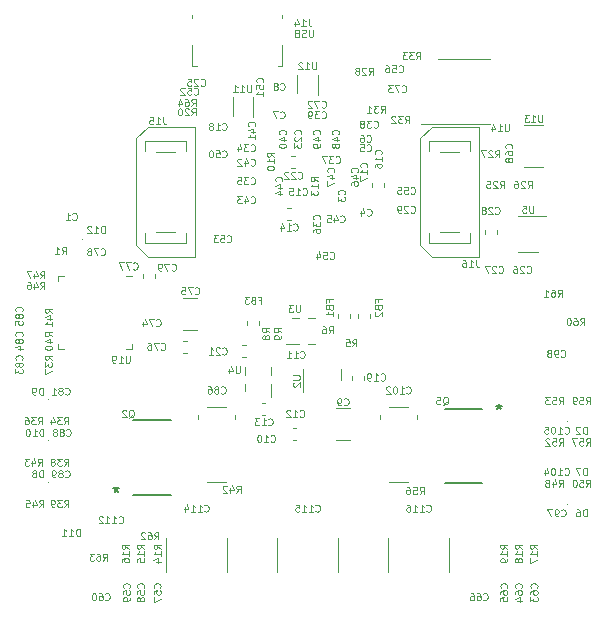
<source format=gbo>
%TF.GenerationSoftware,KiCad,Pcbnew,(5.1.6)-1*%
%TF.CreationDate,2020-12-09T17:01:03+01:00*%
%TF.ProjectId,omodri_laas,6f6d6f64-7269-45f6-9c61-61732e6b6963,1.0*%
%TF.SameCoordinates,Original*%
%TF.FileFunction,Legend,Bot*%
%TF.FilePolarity,Positive*%
%FSLAX46Y46*%
G04 Gerber Fmt 4.6, Leading zero omitted, Abs format (unit mm)*
G04 Created by KiCad (PCBNEW (5.1.6)-1) date 2020-12-09 17:01:03*
%MOMM*%
%LPD*%
G01*
G04 APERTURE LIST*
%ADD10C,0.120000*%
%ADD11C,0.152400*%
%ADD12C,0.100000*%
%ADD13C,0.150000*%
G04 APERTURE END LIST*
D10*
X125457142Y-51271428D02*
X125457142Y-51757142D01*
X125428571Y-51814285D01*
X125400000Y-51842857D01*
X125342857Y-51871428D01*
X125228571Y-51871428D01*
X125171428Y-51842857D01*
X125142857Y-51814285D01*
X125114285Y-51757142D01*
X125114285Y-51271428D01*
X124857142Y-51842857D02*
X124771428Y-51871428D01*
X124628571Y-51871428D01*
X124571428Y-51842857D01*
X124542857Y-51814285D01*
X124514285Y-51757142D01*
X124514285Y-51700000D01*
X124542857Y-51642857D01*
X124571428Y-51614285D01*
X124628571Y-51585714D01*
X124742857Y-51557142D01*
X124800000Y-51528571D01*
X124828571Y-51500000D01*
X124857142Y-51442857D01*
X124857142Y-51385714D01*
X124828571Y-51328571D01*
X124800000Y-51300000D01*
X124742857Y-51271428D01*
X124600000Y-51271428D01*
X124514285Y-51300000D01*
X124057142Y-51557142D02*
X123971428Y-51585714D01*
X123942857Y-51614285D01*
X123914285Y-51671428D01*
X123914285Y-51757142D01*
X123942857Y-51814285D01*
X123971428Y-51842857D01*
X124028571Y-51871428D01*
X124257142Y-51871428D01*
X124257142Y-51271428D01*
X124057142Y-51271428D01*
X124000000Y-51300000D01*
X123971428Y-51328571D01*
X123942857Y-51385714D01*
X123942857Y-51442857D01*
X123971428Y-51500000D01*
X124000000Y-51528571D01*
X124057142Y-51557142D01*
X124257142Y-51557142D01*
D11*
%TO.C,Q2*%
X110200001Y-90649998D02*
X113399999Y-90649998D01*
X110200001Y-84350000D02*
X113399999Y-84350000D01*
%TO.C,Q5*%
X139799999Y-83350002D02*
X136600001Y-83350002D01*
X139799999Y-89650000D02*
X136600001Y-89650000D01*
D10*
%TO.C,J15*%
X111250000Y-60702500D02*
X111250000Y-61500000D01*
X114750000Y-60702500D02*
X114750000Y-61500000D01*
X111250000Y-69297500D02*
X111250000Y-68500000D01*
X114750000Y-69297500D02*
X114750000Y-68500000D01*
X110500000Y-69530000D02*
X110500000Y-60470000D01*
X115500000Y-70530000D02*
X115500000Y-59470000D01*
X111500000Y-59470000D02*
X115500000Y-59470000D01*
X111500000Y-70530000D02*
X115500000Y-70530000D01*
X111500000Y-70530000D02*
X110500000Y-69530000D01*
X111500000Y-59470000D02*
X110500000Y-60470000D01*
X112210000Y-68357500D02*
X113790000Y-68357500D01*
X113790000Y-61642500D02*
X112210000Y-61642500D01*
X111250000Y-69297500D02*
X114750000Y-69297500D01*
X114750000Y-60702500D02*
X111250000Y-60702500D01*
%TO.C,U13*%
X144950000Y-62924995D02*
X143350000Y-62924995D01*
X144950000Y-59324995D02*
X143350000Y-59324995D01*
%TO.C,U4*%
X121900000Y-81262500D02*
X121900000Y-82362500D01*
X121900000Y-79862500D02*
X121900000Y-80462500D01*
X119700000Y-79862500D02*
X119700000Y-80462500D01*
X119700000Y-81262500D02*
X119700000Y-81862500D01*
%TO.C,U3*%
X124266800Y-77844700D02*
X123166800Y-77844700D01*
X125666800Y-77844700D02*
X125066800Y-77844700D01*
X125666800Y-75644700D02*
X125066800Y-75644700D01*
X124266800Y-75644700D02*
X123666800Y-75644700D01*
%TO.C,R56*%
X134300000Y-84200000D02*
X134300000Y-83900000D01*
X133500000Y-83200000D02*
X131900000Y-83200000D01*
X131150000Y-83900000D02*
X131150000Y-84200000D01*
X131900000Y-89600000D02*
X133500000Y-89600000D01*
%TO.C,C9*%
X127397936Y-86030000D02*
X128602064Y-86030000D01*
X127397936Y-83310000D02*
X128602064Y-83310000D01*
%TO.C,C13*%
X121437779Y-82863750D02*
X121112221Y-82863750D01*
X121437779Y-83883750D02*
X121112221Y-83883750D01*
%TO.C,C14*%
X123257221Y-67390000D02*
X123582779Y-67390000D01*
X123257221Y-66370000D02*
X123582779Y-66370000D01*
%TO.C,C16*%
X131510000Y-64595279D02*
X131510000Y-64269721D01*
X130490000Y-64595279D02*
X130490000Y-64269721D01*
%TO.C,C19*%
X128772000Y-80557221D02*
X128772000Y-80882779D01*
X129792000Y-80557221D02*
X129792000Y-80882779D01*
%TO.C,C21*%
X119785279Y-77970000D02*
X119459721Y-77970000D01*
X119785279Y-78990000D02*
X119459721Y-78990000D01*
%TO.C,C22*%
X123637221Y-63010000D02*
X123962779Y-63010000D01*
X123637221Y-61990000D02*
X123962779Y-61990000D01*
%TO.C,C28*%
X140007500Y-68204721D02*
X140007500Y-68530279D01*
X141027500Y-68204721D02*
X141027500Y-68530279D01*
%TO.C,C75*%
X114472936Y-76670000D02*
X115677064Y-76670000D01*
X114472936Y-73950000D02*
X115677064Y-73950000D01*
%TO.C,C79*%
X112085000Y-72262779D02*
X112085000Y-71937221D01*
X111065000Y-72262779D02*
X111065000Y-71937221D01*
%TO.C,FB1*%
X127540000Y-75356921D02*
X127540000Y-75682479D01*
X128560000Y-75356921D02*
X128560000Y-75682479D01*
%TO.C,FB2*%
X129240000Y-75356921D02*
X129240000Y-75682479D01*
X130260000Y-75356921D02*
X130260000Y-75682479D01*
%TO.C,FB3*%
X119860000Y-75954721D02*
X119860000Y-76280279D01*
X120880000Y-75954721D02*
X120880000Y-76280279D01*
%TO.C,R42*%
X118900000Y-84200000D02*
X118900000Y-83900000D01*
X118100000Y-83200000D02*
X116500000Y-83200000D01*
X115750000Y-83900000D02*
X115750000Y-84200000D01*
X116500000Y-89600000D02*
X118100000Y-89600000D01*
%TO.C,U12*%
X125850000Y-56810000D02*
X125850000Y-55110000D01*
X124150000Y-56660000D02*
X124150000Y-55110000D01*
%TO.C,U14*%
X138237500Y-53740000D02*
X140437500Y-53740000D01*
X138237500Y-53740000D02*
X136037500Y-53740000D01*
X138237500Y-59210000D02*
X140437500Y-59210000D01*
X138237500Y-59210000D02*
X134637500Y-59210000D01*
%TO.C,C114*%
X112990000Y-94334252D02*
X112990000Y-97165748D01*
X118210000Y-94334252D02*
X118210000Y-97165748D01*
%TO.C,C115*%
X122390000Y-94334252D02*
X122390000Y-97165748D01*
X127610000Y-94334252D02*
X127610000Y-97165748D01*
%TO.C,C116*%
X131790000Y-94334252D02*
X131790000Y-97165748D01*
X137010000Y-94334252D02*
X137010000Y-97165748D01*
%TO.C,U5*%
X144550000Y-70090000D02*
X142790000Y-70090000D01*
X142790000Y-67020000D02*
X145220000Y-67020000D01*
%TO.C,U11*%
X120400000Y-58695000D02*
X120400000Y-56995000D01*
X118700000Y-58545000D02*
X118700000Y-56995000D01*
%TO.C,U19*%
X104365000Y-72090000D02*
X103890000Y-72090000D01*
X103890000Y-72090000D02*
X103890000Y-72565000D01*
X109635000Y-78310000D02*
X110110000Y-78310000D01*
X110110000Y-78310000D02*
X110110000Y-77835000D01*
X104365000Y-78310000D02*
X103890000Y-78310000D01*
X103890000Y-78310000D02*
X103890000Y-77835000D01*
X109635000Y-72090000D02*
X110110000Y-72090000D01*
%TO.C,J16*%
X135250000Y-60702500D02*
X135250000Y-61500000D01*
X138750000Y-60702500D02*
X138750000Y-61500000D01*
X135250000Y-69297500D02*
X135250000Y-68500000D01*
X138750000Y-69297500D02*
X138750000Y-68500000D01*
X134500000Y-69530000D02*
X134500000Y-60470000D01*
X139500000Y-70530000D02*
X139500000Y-59470000D01*
X135500000Y-59470000D02*
X139500000Y-59470000D01*
X135500000Y-70530000D02*
X139500000Y-70530000D01*
X135500000Y-70530000D02*
X134500000Y-69530000D01*
X135500000Y-59470000D02*
X134500000Y-60470000D01*
X136210000Y-68357500D02*
X137790000Y-68357500D01*
X137790000Y-61642500D02*
X136210000Y-61642500D01*
X135250000Y-69297500D02*
X138750000Y-69297500D01*
X138750000Y-60702500D02*
X135250000Y-60702500D01*
%TO.C,J14*%
X122860000Y-54360000D02*
X122480000Y-54360000D01*
X122860000Y-50310000D02*
X122860000Y-50050000D01*
X122860000Y-54360000D02*
X122860000Y-52590000D01*
X115240000Y-54360000D02*
X115620000Y-54360000D01*
X115240000Y-52590000D02*
X115240000Y-54360000D01*
X115240000Y-50050000D02*
X115240000Y-50310000D01*
D12*
%TO.C,D2*%
X147040000Y-84425000D02*
G75*
G03*
X147040000Y-84425000I-50000J0D01*
G01*
%TO.C,D6*%
X147040000Y-91425000D02*
G75*
G03*
X147040000Y-91425000I-50000J0D01*
G01*
%TO.C,D7*%
X147040000Y-87925000D02*
G75*
G03*
X147040000Y-87925000I-50000J0D01*
G01*
%TO.C,D8*%
X103070000Y-89580000D02*
G75*
G03*
X103070000Y-89580000I-50000J0D01*
G01*
%TO.C,D9*%
X103060000Y-82580000D02*
G75*
G03*
X103060000Y-82580000I-50000J0D01*
G01*
%TO.C,D10*%
X103065000Y-86080000D02*
G75*
G03*
X103065000Y-86080000I-50000J0D01*
G01*
%TO.C,D11*%
X106250000Y-94690000D02*
G75*
G03*
X106250000Y-94690000I-50000J0D01*
G01*
%TO.C,D12*%
X105930000Y-69050000D02*
G75*
G03*
X105930000Y-69050000I-50000J0D01*
G01*
D10*
%TO.C,U2*%
X127860000Y-80962500D02*
X127860000Y-79962500D01*
X124640000Y-81962500D02*
X124640000Y-79962500D01*
%TO.C,C10*%
X124062779Y-85010000D02*
X123737221Y-85010000D01*
X124062779Y-86030000D02*
X123737221Y-86030000D01*
%TO.C,C76*%
X114449721Y-78610000D02*
X114775279Y-78610000D01*
X114449721Y-77590000D02*
X114775279Y-77590000D01*
%TO.C,Q2*%
X109857142Y-84128571D02*
X109914285Y-84100000D01*
X109971428Y-84042857D01*
X110057142Y-83957142D01*
X110114285Y-83928571D01*
X110171428Y-83928571D01*
X110142857Y-84071428D02*
X110200000Y-84042857D01*
X110257142Y-83985714D01*
X110285714Y-83871428D01*
X110285714Y-83671428D01*
X110257142Y-83557142D01*
X110200000Y-83500000D01*
X110142857Y-83471428D01*
X110028571Y-83471428D01*
X109971428Y-83500000D01*
X109914285Y-83557142D01*
X109885714Y-83671428D01*
X109885714Y-83871428D01*
X109914285Y-83985714D01*
X109971428Y-84042857D01*
X110028571Y-84071428D01*
X110142857Y-84071428D01*
X109657142Y-83528571D02*
X109628571Y-83500000D01*
X109571428Y-83471428D01*
X109428571Y-83471428D01*
X109371428Y-83500000D01*
X109342857Y-83528571D01*
X109314285Y-83585714D01*
X109314285Y-83642857D01*
X109342857Y-83728571D01*
X109685714Y-84071428D01*
X109314285Y-84071428D01*
D13*
X108800000Y-89952379D02*
X108800000Y-90190475D01*
X109038095Y-90095237D02*
X108800000Y-90190475D01*
X108561904Y-90095237D01*
X108942857Y-90380951D02*
X108800000Y-90190475D01*
X108657142Y-90380951D01*
X108800000Y-89952379D02*
X108800000Y-90190475D01*
X109038095Y-90095237D02*
X108800000Y-90190475D01*
X108561904Y-90095237D01*
X108942857Y-90380951D02*
X108800000Y-90190475D01*
X108657142Y-90380951D01*
%TO.C,Q5*%
D10*
X136457142Y-83028571D02*
X136514285Y-83000000D01*
X136571428Y-82942857D01*
X136657142Y-82857142D01*
X136714285Y-82828571D01*
X136771428Y-82828571D01*
X136742857Y-82971428D02*
X136800000Y-82942857D01*
X136857142Y-82885714D01*
X136885714Y-82771428D01*
X136885714Y-82571428D01*
X136857142Y-82457142D01*
X136800000Y-82400000D01*
X136742857Y-82371428D01*
X136628571Y-82371428D01*
X136571428Y-82400000D01*
X136514285Y-82457142D01*
X136485714Y-82571428D01*
X136485714Y-82771428D01*
X136514285Y-82885714D01*
X136571428Y-82942857D01*
X136628571Y-82971428D01*
X136742857Y-82971428D01*
X135942857Y-82371428D02*
X136228571Y-82371428D01*
X136257142Y-82657142D01*
X136228571Y-82628571D01*
X136171428Y-82600000D01*
X136028571Y-82600000D01*
X135971428Y-82628571D01*
X135942857Y-82657142D01*
X135914285Y-82714285D01*
X135914285Y-82857142D01*
X135942857Y-82914285D01*
X135971428Y-82942857D01*
X136028571Y-82971428D01*
X136171428Y-82971428D01*
X136228571Y-82942857D01*
X136257142Y-82914285D01*
D13*
X141200000Y-82952381D02*
X141200000Y-83190477D01*
X141438095Y-83095239D02*
X141200000Y-83190477D01*
X140961904Y-83095239D01*
X141342857Y-83380953D02*
X141200000Y-83190477D01*
X141057142Y-83380953D01*
X141200000Y-82952381D02*
X141200000Y-83190477D01*
X141438095Y-83095239D02*
X141200000Y-83190477D01*
X140961904Y-83095239D01*
X141342857Y-83380953D02*
X141200000Y-83190477D01*
X141057142Y-83380953D01*
%TO.C,J15*%
D10*
X112785714Y-58671428D02*
X112785714Y-59100000D01*
X112814285Y-59185714D01*
X112871428Y-59242857D01*
X112957142Y-59271428D01*
X113014285Y-59271428D01*
X112185714Y-59271428D02*
X112528571Y-59271428D01*
X112357142Y-59271428D02*
X112357142Y-58671428D01*
X112414285Y-58757142D01*
X112471428Y-58814285D01*
X112528571Y-58842857D01*
X111642857Y-58671428D02*
X111928571Y-58671428D01*
X111957142Y-58957142D01*
X111928571Y-58928571D01*
X111871428Y-58900000D01*
X111728571Y-58900000D01*
X111671428Y-58928571D01*
X111642857Y-58957142D01*
X111614285Y-59014285D01*
X111614285Y-59157142D01*
X111642857Y-59214285D01*
X111671428Y-59242857D01*
X111728571Y-59271428D01*
X111871428Y-59271428D01*
X111928571Y-59242857D01*
X111957142Y-59214285D01*
%TO.C,U13*%
X144892857Y-58471428D02*
X144892857Y-58957142D01*
X144864285Y-59014285D01*
X144835714Y-59042857D01*
X144778571Y-59071428D01*
X144664285Y-59071428D01*
X144607142Y-59042857D01*
X144578571Y-59014285D01*
X144550000Y-58957142D01*
X144550000Y-58471428D01*
X143950000Y-59071428D02*
X144292857Y-59071428D01*
X144121428Y-59071428D02*
X144121428Y-58471428D01*
X144178571Y-58557142D01*
X144235714Y-58614285D01*
X144292857Y-58642857D01*
X143750000Y-58471428D02*
X143378571Y-58471428D01*
X143578571Y-58700000D01*
X143492857Y-58700000D01*
X143435714Y-58728571D01*
X143407142Y-58757142D01*
X143378571Y-58814285D01*
X143378571Y-58957142D01*
X143407142Y-59014285D01*
X143435714Y-59042857D01*
X143492857Y-59071428D01*
X143664285Y-59071428D01*
X143721428Y-59042857D01*
X143750000Y-59014285D01*
%TO.C,C88*%
X104585714Y-85614285D02*
X104614285Y-85642857D01*
X104700000Y-85671428D01*
X104757142Y-85671428D01*
X104842857Y-85642857D01*
X104900000Y-85585714D01*
X104928571Y-85528571D01*
X104957142Y-85414285D01*
X104957142Y-85328571D01*
X104928571Y-85214285D01*
X104900000Y-85157142D01*
X104842857Y-85100000D01*
X104757142Y-85071428D01*
X104700000Y-85071428D01*
X104614285Y-85100000D01*
X104585714Y-85128571D01*
X104242857Y-85328571D02*
X104300000Y-85300000D01*
X104328571Y-85271428D01*
X104357142Y-85214285D01*
X104357142Y-85185714D01*
X104328571Y-85128571D01*
X104300000Y-85100000D01*
X104242857Y-85071428D01*
X104128571Y-85071428D01*
X104071428Y-85100000D01*
X104042857Y-85128571D01*
X104014285Y-85185714D01*
X104014285Y-85214285D01*
X104042857Y-85271428D01*
X104071428Y-85300000D01*
X104128571Y-85328571D01*
X104242857Y-85328571D01*
X104300000Y-85357142D01*
X104328571Y-85385714D01*
X104357142Y-85442857D01*
X104357142Y-85557142D01*
X104328571Y-85614285D01*
X104300000Y-85642857D01*
X104242857Y-85671428D01*
X104128571Y-85671428D01*
X104071428Y-85642857D01*
X104042857Y-85614285D01*
X104014285Y-85557142D01*
X104014285Y-85442857D01*
X104042857Y-85385714D01*
X104071428Y-85357142D01*
X104128571Y-85328571D01*
X103671428Y-85328571D02*
X103728571Y-85300000D01*
X103757142Y-85271428D01*
X103785714Y-85214285D01*
X103785714Y-85185714D01*
X103757142Y-85128571D01*
X103728571Y-85100000D01*
X103671428Y-85071428D01*
X103557142Y-85071428D01*
X103500000Y-85100000D01*
X103471428Y-85128571D01*
X103442857Y-85185714D01*
X103442857Y-85214285D01*
X103471428Y-85271428D01*
X103500000Y-85300000D01*
X103557142Y-85328571D01*
X103671428Y-85328571D01*
X103728571Y-85357142D01*
X103757142Y-85385714D01*
X103785714Y-85442857D01*
X103785714Y-85557142D01*
X103757142Y-85614285D01*
X103728571Y-85642857D01*
X103671428Y-85671428D01*
X103557142Y-85671428D01*
X103500000Y-85642857D01*
X103471428Y-85614285D01*
X103442857Y-85557142D01*
X103442857Y-85442857D01*
X103471428Y-85385714D01*
X103500000Y-85357142D01*
X103557142Y-85328571D01*
%TO.C,R61*%
X146185714Y-73871428D02*
X146385714Y-73585714D01*
X146528571Y-73871428D02*
X146528571Y-73271428D01*
X146300000Y-73271428D01*
X146242857Y-73300000D01*
X146214285Y-73328571D01*
X146185714Y-73385714D01*
X146185714Y-73471428D01*
X146214285Y-73528571D01*
X146242857Y-73557142D01*
X146300000Y-73585714D01*
X146528571Y-73585714D01*
X145671428Y-73271428D02*
X145785714Y-73271428D01*
X145842857Y-73300000D01*
X145871428Y-73328571D01*
X145928571Y-73414285D01*
X145957142Y-73528571D01*
X145957142Y-73757142D01*
X145928571Y-73814285D01*
X145900000Y-73842857D01*
X145842857Y-73871428D01*
X145728571Y-73871428D01*
X145671428Y-73842857D01*
X145642857Y-73814285D01*
X145614285Y-73757142D01*
X145614285Y-73614285D01*
X145642857Y-73557142D01*
X145671428Y-73528571D01*
X145728571Y-73500000D01*
X145842857Y-73500000D01*
X145900000Y-73528571D01*
X145928571Y-73557142D01*
X145957142Y-73614285D01*
X145042857Y-73871428D02*
X145385714Y-73871428D01*
X145214285Y-73871428D02*
X145214285Y-73271428D01*
X145271428Y-73357142D01*
X145328571Y-73414285D01*
X145385714Y-73442857D01*
%TO.C,R60*%
X148085714Y-76271428D02*
X148285714Y-75985714D01*
X148428571Y-76271428D02*
X148428571Y-75671428D01*
X148200000Y-75671428D01*
X148142857Y-75700000D01*
X148114285Y-75728571D01*
X148085714Y-75785714D01*
X148085714Y-75871428D01*
X148114285Y-75928571D01*
X148142857Y-75957142D01*
X148200000Y-75985714D01*
X148428571Y-75985714D01*
X147571428Y-75671428D02*
X147685714Y-75671428D01*
X147742857Y-75700000D01*
X147771428Y-75728571D01*
X147828571Y-75814285D01*
X147857142Y-75928571D01*
X147857142Y-76157142D01*
X147828571Y-76214285D01*
X147800000Y-76242857D01*
X147742857Y-76271428D01*
X147628571Y-76271428D01*
X147571428Y-76242857D01*
X147542857Y-76214285D01*
X147514285Y-76157142D01*
X147514285Y-76014285D01*
X147542857Y-75957142D01*
X147571428Y-75928571D01*
X147628571Y-75900000D01*
X147742857Y-75900000D01*
X147800000Y-75928571D01*
X147828571Y-75957142D01*
X147857142Y-76014285D01*
X147142857Y-75671428D02*
X147085714Y-75671428D01*
X147028571Y-75700000D01*
X147000000Y-75728571D01*
X146971428Y-75785714D01*
X146942857Y-75900000D01*
X146942857Y-76042857D01*
X146971428Y-76157142D01*
X147000000Y-76214285D01*
X147028571Y-76242857D01*
X147085714Y-76271428D01*
X147142857Y-76271428D01*
X147200000Y-76242857D01*
X147228571Y-76214285D01*
X147257142Y-76157142D01*
X147285714Y-76042857D01*
X147285714Y-75900000D01*
X147257142Y-75785714D01*
X147228571Y-75728571D01*
X147200000Y-75700000D01*
X147142857Y-75671428D01*
%TO.C,C98*%
X146455714Y-78914285D02*
X146484285Y-78942857D01*
X146570000Y-78971428D01*
X146627142Y-78971428D01*
X146712857Y-78942857D01*
X146770000Y-78885714D01*
X146798571Y-78828571D01*
X146827142Y-78714285D01*
X146827142Y-78628571D01*
X146798571Y-78514285D01*
X146770000Y-78457142D01*
X146712857Y-78400000D01*
X146627142Y-78371428D01*
X146570000Y-78371428D01*
X146484285Y-78400000D01*
X146455714Y-78428571D01*
X146170000Y-78971428D02*
X146055714Y-78971428D01*
X145998571Y-78942857D01*
X145970000Y-78914285D01*
X145912857Y-78828571D01*
X145884285Y-78714285D01*
X145884285Y-78485714D01*
X145912857Y-78428571D01*
X145941428Y-78400000D01*
X145998571Y-78371428D01*
X146112857Y-78371428D01*
X146170000Y-78400000D01*
X146198571Y-78428571D01*
X146227142Y-78485714D01*
X146227142Y-78628571D01*
X146198571Y-78685714D01*
X146170000Y-78714285D01*
X146112857Y-78742857D01*
X145998571Y-78742857D01*
X145941428Y-78714285D01*
X145912857Y-78685714D01*
X145884285Y-78628571D01*
X145541428Y-78628571D02*
X145598571Y-78600000D01*
X145627142Y-78571428D01*
X145655714Y-78514285D01*
X145655714Y-78485714D01*
X145627142Y-78428571D01*
X145598571Y-78400000D01*
X145541428Y-78371428D01*
X145427142Y-78371428D01*
X145370000Y-78400000D01*
X145341428Y-78428571D01*
X145312857Y-78485714D01*
X145312857Y-78514285D01*
X145341428Y-78571428D01*
X145370000Y-78600000D01*
X145427142Y-78628571D01*
X145541428Y-78628571D01*
X145598571Y-78657142D01*
X145627142Y-78685714D01*
X145655714Y-78742857D01*
X145655714Y-78857142D01*
X145627142Y-78914285D01*
X145598571Y-78942857D01*
X145541428Y-78971428D01*
X145427142Y-78971428D01*
X145370000Y-78942857D01*
X145341428Y-78914285D01*
X145312857Y-78857142D01*
X145312857Y-78742857D01*
X145341428Y-78685714D01*
X145370000Y-78657142D01*
X145427142Y-78628571D01*
%TO.C,U4*%
X119257142Y-79771428D02*
X119257142Y-80257142D01*
X119228571Y-80314285D01*
X119200000Y-80342857D01*
X119142857Y-80371428D01*
X119028571Y-80371428D01*
X118971428Y-80342857D01*
X118942857Y-80314285D01*
X118914285Y-80257142D01*
X118914285Y-79771428D01*
X118371428Y-79971428D02*
X118371428Y-80371428D01*
X118514285Y-79742857D02*
X118657142Y-80171428D01*
X118285714Y-80171428D01*
%TO.C,U3*%
X124357142Y-74571428D02*
X124357142Y-75057142D01*
X124328571Y-75114285D01*
X124300000Y-75142857D01*
X124242857Y-75171428D01*
X124128571Y-75171428D01*
X124071428Y-75142857D01*
X124042857Y-75114285D01*
X124014285Y-75057142D01*
X124014285Y-74571428D01*
X123785714Y-74571428D02*
X123414285Y-74571428D01*
X123614285Y-74800000D01*
X123528571Y-74800000D01*
X123471428Y-74828571D01*
X123442857Y-74857142D01*
X123414285Y-74914285D01*
X123414285Y-75057142D01*
X123442857Y-75114285D01*
X123471428Y-75142857D01*
X123528571Y-75171428D01*
X123700000Y-75171428D01*
X123757142Y-75142857D01*
X123785714Y-75114285D01*
%TO.C,R56*%
X134485714Y-90571428D02*
X134685714Y-90285714D01*
X134828571Y-90571428D02*
X134828571Y-89971428D01*
X134600000Y-89971428D01*
X134542857Y-90000000D01*
X134514285Y-90028571D01*
X134485714Y-90085714D01*
X134485714Y-90171428D01*
X134514285Y-90228571D01*
X134542857Y-90257142D01*
X134600000Y-90285714D01*
X134828571Y-90285714D01*
X133942857Y-89971428D02*
X134228571Y-89971428D01*
X134257142Y-90257142D01*
X134228571Y-90228571D01*
X134171428Y-90200000D01*
X134028571Y-90200000D01*
X133971428Y-90228571D01*
X133942857Y-90257142D01*
X133914285Y-90314285D01*
X133914285Y-90457142D01*
X133942857Y-90514285D01*
X133971428Y-90542857D01*
X134028571Y-90571428D01*
X134171428Y-90571428D01*
X134228571Y-90542857D01*
X134257142Y-90514285D01*
X133400000Y-89971428D02*
X133514285Y-89971428D01*
X133571428Y-90000000D01*
X133600000Y-90028571D01*
X133657142Y-90114285D01*
X133685714Y-90228571D01*
X133685714Y-90457142D01*
X133657142Y-90514285D01*
X133628571Y-90542857D01*
X133571428Y-90571428D01*
X133457142Y-90571428D01*
X133400000Y-90542857D01*
X133371428Y-90514285D01*
X133342857Y-90457142D01*
X133342857Y-90314285D01*
X133371428Y-90257142D01*
X133400000Y-90228571D01*
X133457142Y-90200000D01*
X133571428Y-90200000D01*
X133628571Y-90228571D01*
X133657142Y-90257142D01*
X133685714Y-90314285D01*
%TO.C,C1*%
X105100000Y-67314285D02*
X105128571Y-67342857D01*
X105214285Y-67371428D01*
X105271428Y-67371428D01*
X105357142Y-67342857D01*
X105414285Y-67285714D01*
X105442857Y-67228571D01*
X105471428Y-67114285D01*
X105471428Y-67028571D01*
X105442857Y-66914285D01*
X105414285Y-66857142D01*
X105357142Y-66800000D01*
X105271428Y-66771428D01*
X105214285Y-66771428D01*
X105128571Y-66800000D01*
X105100000Y-66828571D01*
X104528571Y-67371428D02*
X104871428Y-67371428D01*
X104700000Y-67371428D02*
X104700000Y-66771428D01*
X104757142Y-66857142D01*
X104814285Y-66914285D01*
X104871428Y-66942857D01*
%TO.C,C3*%
X128114285Y-65200000D02*
X128142857Y-65171428D01*
X128171428Y-65085714D01*
X128171428Y-65028571D01*
X128142857Y-64942857D01*
X128085714Y-64885714D01*
X128028571Y-64857142D01*
X127914285Y-64828571D01*
X127828571Y-64828571D01*
X127714285Y-64857142D01*
X127657142Y-64885714D01*
X127600000Y-64942857D01*
X127571428Y-65028571D01*
X127571428Y-65085714D01*
X127600000Y-65171428D01*
X127628571Y-65200000D01*
X127571428Y-65400000D02*
X127571428Y-65771428D01*
X127800000Y-65571428D01*
X127800000Y-65657142D01*
X127828571Y-65714285D01*
X127857142Y-65742857D01*
X127914285Y-65771428D01*
X128057142Y-65771428D01*
X128114285Y-65742857D01*
X128142857Y-65714285D01*
X128171428Y-65657142D01*
X128171428Y-65485714D01*
X128142857Y-65428571D01*
X128114285Y-65400000D01*
%TO.C,C4*%
X130046708Y-66960951D02*
X130075279Y-66989523D01*
X130160993Y-67018094D01*
X130218136Y-67018094D01*
X130303850Y-66989523D01*
X130360993Y-66932380D01*
X130389565Y-66875237D01*
X130418136Y-66760951D01*
X130418136Y-66675237D01*
X130389565Y-66560951D01*
X130360993Y-66503808D01*
X130303850Y-66446666D01*
X130218136Y-66418094D01*
X130160993Y-66418094D01*
X130075279Y-66446666D01*
X130046708Y-66475237D01*
X129532422Y-66618094D02*
X129532422Y-67018094D01*
X129675279Y-66389523D02*
X129818136Y-66818094D01*
X129446708Y-66818094D01*
%TO.C,C5*%
X130000000Y-61514285D02*
X130028571Y-61542857D01*
X130114285Y-61571428D01*
X130171428Y-61571428D01*
X130257142Y-61542857D01*
X130314285Y-61485714D01*
X130342857Y-61428571D01*
X130371428Y-61314285D01*
X130371428Y-61228571D01*
X130342857Y-61114285D01*
X130314285Y-61057142D01*
X130257142Y-61000000D01*
X130171428Y-60971428D01*
X130114285Y-60971428D01*
X130028571Y-61000000D01*
X130000000Y-61028571D01*
X129457142Y-60971428D02*
X129742857Y-60971428D01*
X129771428Y-61257142D01*
X129742857Y-61228571D01*
X129685714Y-61200000D01*
X129542857Y-61200000D01*
X129485714Y-61228571D01*
X129457142Y-61257142D01*
X129428571Y-61314285D01*
X129428571Y-61457142D01*
X129457142Y-61514285D01*
X129485714Y-61542857D01*
X129542857Y-61571428D01*
X129685714Y-61571428D01*
X129742857Y-61542857D01*
X129771428Y-61514285D01*
%TO.C,C6*%
X130000000Y-60714285D02*
X130028571Y-60742857D01*
X130114285Y-60771428D01*
X130171428Y-60771428D01*
X130257142Y-60742857D01*
X130314285Y-60685714D01*
X130342857Y-60628571D01*
X130371428Y-60514285D01*
X130371428Y-60428571D01*
X130342857Y-60314285D01*
X130314285Y-60257142D01*
X130257142Y-60200000D01*
X130171428Y-60171428D01*
X130114285Y-60171428D01*
X130028571Y-60200000D01*
X130000000Y-60228571D01*
X129485714Y-60171428D02*
X129600000Y-60171428D01*
X129657142Y-60200000D01*
X129685714Y-60228571D01*
X129742857Y-60314285D01*
X129771428Y-60428571D01*
X129771428Y-60657142D01*
X129742857Y-60714285D01*
X129714285Y-60742857D01*
X129657142Y-60771428D01*
X129542857Y-60771428D01*
X129485714Y-60742857D01*
X129457142Y-60714285D01*
X129428571Y-60657142D01*
X129428571Y-60514285D01*
X129457142Y-60457142D01*
X129485714Y-60428571D01*
X129542857Y-60400000D01*
X129657142Y-60400000D01*
X129714285Y-60428571D01*
X129742857Y-60457142D01*
X129771428Y-60514285D01*
%TO.C,C7*%
X122695000Y-58714285D02*
X122723571Y-58742857D01*
X122809285Y-58771428D01*
X122866428Y-58771428D01*
X122952142Y-58742857D01*
X123009285Y-58685714D01*
X123037857Y-58628571D01*
X123066428Y-58514285D01*
X123066428Y-58428571D01*
X123037857Y-58314285D01*
X123009285Y-58257142D01*
X122952142Y-58200000D01*
X122866428Y-58171428D01*
X122809285Y-58171428D01*
X122723571Y-58200000D01*
X122695000Y-58228571D01*
X122495000Y-58171428D02*
X122095000Y-58171428D01*
X122352142Y-58771428D01*
%TO.C,C8*%
X122700000Y-56314285D02*
X122728571Y-56342857D01*
X122814285Y-56371428D01*
X122871428Y-56371428D01*
X122957142Y-56342857D01*
X123014285Y-56285714D01*
X123042857Y-56228571D01*
X123071428Y-56114285D01*
X123071428Y-56028571D01*
X123042857Y-55914285D01*
X123014285Y-55857142D01*
X122957142Y-55800000D01*
X122871428Y-55771428D01*
X122814285Y-55771428D01*
X122728571Y-55800000D01*
X122700000Y-55828571D01*
X122357142Y-56028571D02*
X122414285Y-56000000D01*
X122442857Y-55971428D01*
X122471428Y-55914285D01*
X122471428Y-55885714D01*
X122442857Y-55828571D01*
X122414285Y-55800000D01*
X122357142Y-55771428D01*
X122242857Y-55771428D01*
X122185714Y-55800000D01*
X122157142Y-55828571D01*
X122128571Y-55885714D01*
X122128571Y-55914285D01*
X122157142Y-55971428D01*
X122185714Y-56000000D01*
X122242857Y-56028571D01*
X122357142Y-56028571D01*
X122414285Y-56057142D01*
X122442857Y-56085714D01*
X122471428Y-56142857D01*
X122471428Y-56257142D01*
X122442857Y-56314285D01*
X122414285Y-56342857D01*
X122357142Y-56371428D01*
X122242857Y-56371428D01*
X122185714Y-56342857D01*
X122157142Y-56314285D01*
X122128571Y-56257142D01*
X122128571Y-56142857D01*
X122157142Y-56085714D01*
X122185714Y-56057142D01*
X122242857Y-56028571D01*
%TO.C,C9*%
X128100000Y-83014285D02*
X128128571Y-83042857D01*
X128214285Y-83071428D01*
X128271428Y-83071428D01*
X128357142Y-83042857D01*
X128414285Y-82985714D01*
X128442857Y-82928571D01*
X128471428Y-82814285D01*
X128471428Y-82728571D01*
X128442857Y-82614285D01*
X128414285Y-82557142D01*
X128357142Y-82500000D01*
X128271428Y-82471428D01*
X128214285Y-82471428D01*
X128128571Y-82500000D01*
X128100000Y-82528571D01*
X127814285Y-83071428D02*
X127700000Y-83071428D01*
X127642857Y-83042857D01*
X127614285Y-83014285D01*
X127557142Y-82928571D01*
X127528571Y-82814285D01*
X127528571Y-82585714D01*
X127557142Y-82528571D01*
X127585714Y-82500000D01*
X127642857Y-82471428D01*
X127757142Y-82471428D01*
X127814285Y-82500000D01*
X127842857Y-82528571D01*
X127871428Y-82585714D01*
X127871428Y-82728571D01*
X127842857Y-82785714D01*
X127814285Y-82814285D01*
X127757142Y-82842857D01*
X127642857Y-82842857D01*
X127585714Y-82814285D01*
X127557142Y-82785714D01*
X127528571Y-82728571D01*
%TO.C,C11*%
X124385714Y-79014285D02*
X124414285Y-79042857D01*
X124500000Y-79071428D01*
X124557142Y-79071428D01*
X124642857Y-79042857D01*
X124700000Y-78985714D01*
X124728571Y-78928571D01*
X124757142Y-78814285D01*
X124757142Y-78728571D01*
X124728571Y-78614285D01*
X124700000Y-78557142D01*
X124642857Y-78500000D01*
X124557142Y-78471428D01*
X124500000Y-78471428D01*
X124414285Y-78500000D01*
X124385714Y-78528571D01*
X123814285Y-79071428D02*
X124157142Y-79071428D01*
X123985714Y-79071428D02*
X123985714Y-78471428D01*
X124042857Y-78557142D01*
X124100000Y-78614285D01*
X124157142Y-78642857D01*
X123242857Y-79071428D02*
X123585714Y-79071428D01*
X123414285Y-79071428D02*
X123414285Y-78471428D01*
X123471428Y-78557142D01*
X123528571Y-78614285D01*
X123585714Y-78642857D01*
%TO.C,C12*%
X124355714Y-84004285D02*
X124384285Y-84032857D01*
X124470000Y-84061428D01*
X124527142Y-84061428D01*
X124612857Y-84032857D01*
X124670000Y-83975714D01*
X124698571Y-83918571D01*
X124727142Y-83804285D01*
X124727142Y-83718571D01*
X124698571Y-83604285D01*
X124670000Y-83547142D01*
X124612857Y-83490000D01*
X124527142Y-83461428D01*
X124470000Y-83461428D01*
X124384285Y-83490000D01*
X124355714Y-83518571D01*
X123784285Y-84061428D02*
X124127142Y-84061428D01*
X123955714Y-84061428D02*
X123955714Y-83461428D01*
X124012857Y-83547142D01*
X124070000Y-83604285D01*
X124127142Y-83632857D01*
X123555714Y-83518571D02*
X123527142Y-83490000D01*
X123470000Y-83461428D01*
X123327142Y-83461428D01*
X123270000Y-83490000D01*
X123241428Y-83518571D01*
X123212857Y-83575714D01*
X123212857Y-83632857D01*
X123241428Y-83718571D01*
X123584285Y-84061428D01*
X123212857Y-84061428D01*
%TO.C,C13*%
X121685714Y-84714285D02*
X121714285Y-84742857D01*
X121800000Y-84771428D01*
X121857142Y-84771428D01*
X121942857Y-84742857D01*
X122000000Y-84685714D01*
X122028571Y-84628571D01*
X122057142Y-84514285D01*
X122057142Y-84428571D01*
X122028571Y-84314285D01*
X122000000Y-84257142D01*
X121942857Y-84200000D01*
X121857142Y-84171428D01*
X121800000Y-84171428D01*
X121714285Y-84200000D01*
X121685714Y-84228571D01*
X121114285Y-84771428D02*
X121457142Y-84771428D01*
X121285714Y-84771428D02*
X121285714Y-84171428D01*
X121342857Y-84257142D01*
X121400000Y-84314285D01*
X121457142Y-84342857D01*
X120914285Y-84171428D02*
X120542857Y-84171428D01*
X120742857Y-84400000D01*
X120657142Y-84400000D01*
X120600000Y-84428571D01*
X120571428Y-84457142D01*
X120542857Y-84514285D01*
X120542857Y-84657142D01*
X120571428Y-84714285D01*
X120600000Y-84742857D01*
X120657142Y-84771428D01*
X120828571Y-84771428D01*
X120885714Y-84742857D01*
X120914285Y-84714285D01*
%TO.C,C14*%
X123805714Y-68214285D02*
X123834285Y-68242857D01*
X123920000Y-68271428D01*
X123977142Y-68271428D01*
X124062857Y-68242857D01*
X124120000Y-68185714D01*
X124148571Y-68128571D01*
X124177142Y-68014285D01*
X124177142Y-67928571D01*
X124148571Y-67814285D01*
X124120000Y-67757142D01*
X124062857Y-67700000D01*
X123977142Y-67671428D01*
X123920000Y-67671428D01*
X123834285Y-67700000D01*
X123805714Y-67728571D01*
X123234285Y-68271428D02*
X123577142Y-68271428D01*
X123405714Y-68271428D02*
X123405714Y-67671428D01*
X123462857Y-67757142D01*
X123520000Y-67814285D01*
X123577142Y-67842857D01*
X122720000Y-67871428D02*
X122720000Y-68271428D01*
X122862857Y-67642857D02*
X123005714Y-68071428D01*
X122634285Y-68071428D01*
%TO.C,C15*%
X124585714Y-65214285D02*
X124614285Y-65242857D01*
X124700000Y-65271428D01*
X124757142Y-65271428D01*
X124842857Y-65242857D01*
X124900000Y-65185714D01*
X124928571Y-65128571D01*
X124957142Y-65014285D01*
X124957142Y-64928571D01*
X124928571Y-64814285D01*
X124900000Y-64757142D01*
X124842857Y-64700000D01*
X124757142Y-64671428D01*
X124700000Y-64671428D01*
X124614285Y-64700000D01*
X124585714Y-64728571D01*
X124014285Y-65271428D02*
X124357142Y-65271428D01*
X124185714Y-65271428D02*
X124185714Y-64671428D01*
X124242857Y-64757142D01*
X124300000Y-64814285D01*
X124357142Y-64842857D01*
X123471428Y-64671428D02*
X123757142Y-64671428D01*
X123785714Y-64957142D01*
X123757142Y-64928571D01*
X123700000Y-64900000D01*
X123557142Y-64900000D01*
X123500000Y-64928571D01*
X123471428Y-64957142D01*
X123442857Y-65014285D01*
X123442857Y-65157142D01*
X123471428Y-65214285D01*
X123500000Y-65242857D01*
X123557142Y-65271428D01*
X123700000Y-65271428D01*
X123757142Y-65242857D01*
X123785714Y-65214285D01*
%TO.C,C16*%
X131214285Y-61814285D02*
X131242857Y-61785714D01*
X131271428Y-61700000D01*
X131271428Y-61642857D01*
X131242857Y-61557142D01*
X131185714Y-61500000D01*
X131128571Y-61471428D01*
X131014285Y-61442857D01*
X130928571Y-61442857D01*
X130814285Y-61471428D01*
X130757142Y-61500000D01*
X130700000Y-61557142D01*
X130671428Y-61642857D01*
X130671428Y-61700000D01*
X130700000Y-61785714D01*
X130728571Y-61814285D01*
X131271428Y-62385714D02*
X131271428Y-62042857D01*
X131271428Y-62214285D02*
X130671428Y-62214285D01*
X130757142Y-62157142D01*
X130814285Y-62100000D01*
X130842857Y-62042857D01*
X130671428Y-62900000D02*
X130671428Y-62785714D01*
X130700000Y-62728571D01*
X130728571Y-62700000D01*
X130814285Y-62642857D01*
X130928571Y-62614285D01*
X131157142Y-62614285D01*
X131214285Y-62642857D01*
X131242857Y-62671428D01*
X131271428Y-62728571D01*
X131271428Y-62842857D01*
X131242857Y-62900000D01*
X131214285Y-62928571D01*
X131157142Y-62957142D01*
X131014285Y-62957142D01*
X130957142Y-62928571D01*
X130928571Y-62900000D01*
X130900000Y-62842857D01*
X130900000Y-62728571D01*
X130928571Y-62671428D01*
X130957142Y-62642857D01*
X131014285Y-62614285D01*
%TO.C,C17*%
X130014285Y-62914285D02*
X130042857Y-62885714D01*
X130071428Y-62800000D01*
X130071428Y-62742857D01*
X130042857Y-62657142D01*
X129985714Y-62600000D01*
X129928571Y-62571428D01*
X129814285Y-62542857D01*
X129728571Y-62542857D01*
X129614285Y-62571428D01*
X129557142Y-62600000D01*
X129500000Y-62657142D01*
X129471428Y-62742857D01*
X129471428Y-62800000D01*
X129500000Y-62885714D01*
X129528571Y-62914285D01*
X130071428Y-63485714D02*
X130071428Y-63142857D01*
X130071428Y-63314285D02*
X129471428Y-63314285D01*
X129557142Y-63257142D01*
X129614285Y-63200000D01*
X129642857Y-63142857D01*
X129471428Y-63685714D02*
X129471428Y-64085714D01*
X130071428Y-63828571D01*
%TO.C,C19*%
X131185714Y-80914285D02*
X131214285Y-80942857D01*
X131300000Y-80971428D01*
X131357142Y-80971428D01*
X131442857Y-80942857D01*
X131500000Y-80885714D01*
X131528571Y-80828571D01*
X131557142Y-80714285D01*
X131557142Y-80628571D01*
X131528571Y-80514285D01*
X131500000Y-80457142D01*
X131442857Y-80400000D01*
X131357142Y-80371428D01*
X131300000Y-80371428D01*
X131214285Y-80400000D01*
X131185714Y-80428571D01*
X130614285Y-80971428D02*
X130957142Y-80971428D01*
X130785714Y-80971428D02*
X130785714Y-80371428D01*
X130842857Y-80457142D01*
X130900000Y-80514285D01*
X130957142Y-80542857D01*
X130328571Y-80971428D02*
X130214285Y-80971428D01*
X130157142Y-80942857D01*
X130128571Y-80914285D01*
X130071428Y-80828571D01*
X130042857Y-80714285D01*
X130042857Y-80485714D01*
X130071428Y-80428571D01*
X130100000Y-80400000D01*
X130157142Y-80371428D01*
X130271428Y-80371428D01*
X130328571Y-80400000D01*
X130357142Y-80428571D01*
X130385714Y-80485714D01*
X130385714Y-80628571D01*
X130357142Y-80685714D01*
X130328571Y-80714285D01*
X130271428Y-80742857D01*
X130157142Y-80742857D01*
X130100000Y-80714285D01*
X130071428Y-80685714D01*
X130042857Y-80628571D01*
%TO.C,C21*%
X117785714Y-78714285D02*
X117814285Y-78742857D01*
X117900000Y-78771428D01*
X117957142Y-78771428D01*
X118042857Y-78742857D01*
X118100000Y-78685714D01*
X118128571Y-78628571D01*
X118157142Y-78514285D01*
X118157142Y-78428571D01*
X118128571Y-78314285D01*
X118100000Y-78257142D01*
X118042857Y-78200000D01*
X117957142Y-78171428D01*
X117900000Y-78171428D01*
X117814285Y-78200000D01*
X117785714Y-78228571D01*
X117557142Y-78228571D02*
X117528571Y-78200000D01*
X117471428Y-78171428D01*
X117328571Y-78171428D01*
X117271428Y-78200000D01*
X117242857Y-78228571D01*
X117214285Y-78285714D01*
X117214285Y-78342857D01*
X117242857Y-78428571D01*
X117585714Y-78771428D01*
X117214285Y-78771428D01*
X116642857Y-78771428D02*
X116985714Y-78771428D01*
X116814285Y-78771428D02*
X116814285Y-78171428D01*
X116871428Y-78257142D01*
X116928571Y-78314285D01*
X116985714Y-78342857D01*
%TO.C,C22*%
X124185714Y-63814285D02*
X124214285Y-63842857D01*
X124300000Y-63871428D01*
X124357142Y-63871428D01*
X124442857Y-63842857D01*
X124500000Y-63785714D01*
X124528571Y-63728571D01*
X124557142Y-63614285D01*
X124557142Y-63528571D01*
X124528571Y-63414285D01*
X124500000Y-63357142D01*
X124442857Y-63300000D01*
X124357142Y-63271428D01*
X124300000Y-63271428D01*
X124214285Y-63300000D01*
X124185714Y-63328571D01*
X123957142Y-63328571D02*
X123928571Y-63300000D01*
X123871428Y-63271428D01*
X123728571Y-63271428D01*
X123671428Y-63300000D01*
X123642857Y-63328571D01*
X123614285Y-63385714D01*
X123614285Y-63442857D01*
X123642857Y-63528571D01*
X123985714Y-63871428D01*
X123614285Y-63871428D01*
X123385714Y-63328571D02*
X123357142Y-63300000D01*
X123300000Y-63271428D01*
X123157142Y-63271428D01*
X123100000Y-63300000D01*
X123071428Y-63328571D01*
X123042857Y-63385714D01*
X123042857Y-63442857D01*
X123071428Y-63528571D01*
X123414285Y-63871428D01*
X123042857Y-63871428D01*
%TO.C,C23*%
X124414285Y-60114285D02*
X124442857Y-60085714D01*
X124471428Y-60000000D01*
X124471428Y-59942857D01*
X124442857Y-59857142D01*
X124385714Y-59800000D01*
X124328571Y-59771428D01*
X124214285Y-59742857D01*
X124128571Y-59742857D01*
X124014285Y-59771428D01*
X123957142Y-59800000D01*
X123900000Y-59857142D01*
X123871428Y-59942857D01*
X123871428Y-60000000D01*
X123900000Y-60085714D01*
X123928571Y-60114285D01*
X123928571Y-60342857D02*
X123900000Y-60371428D01*
X123871428Y-60428571D01*
X123871428Y-60571428D01*
X123900000Y-60628571D01*
X123928571Y-60657142D01*
X123985714Y-60685714D01*
X124042857Y-60685714D01*
X124128571Y-60657142D01*
X124471428Y-60314285D01*
X124471428Y-60685714D01*
X123871428Y-60885714D02*
X123871428Y-61257142D01*
X124100000Y-61057142D01*
X124100000Y-61142857D01*
X124128571Y-61200000D01*
X124157142Y-61228571D01*
X124214285Y-61257142D01*
X124357142Y-61257142D01*
X124414285Y-61228571D01*
X124442857Y-61200000D01*
X124471428Y-61142857D01*
X124471428Y-60971428D01*
X124442857Y-60914285D01*
X124414285Y-60885714D01*
%TO.C,C26*%
X143565714Y-71814285D02*
X143594285Y-71842857D01*
X143680000Y-71871428D01*
X143737142Y-71871428D01*
X143822857Y-71842857D01*
X143880000Y-71785714D01*
X143908571Y-71728571D01*
X143937142Y-71614285D01*
X143937142Y-71528571D01*
X143908571Y-71414285D01*
X143880000Y-71357142D01*
X143822857Y-71300000D01*
X143737142Y-71271428D01*
X143680000Y-71271428D01*
X143594285Y-71300000D01*
X143565714Y-71328571D01*
X143337142Y-71328571D02*
X143308571Y-71300000D01*
X143251428Y-71271428D01*
X143108571Y-71271428D01*
X143051428Y-71300000D01*
X143022857Y-71328571D01*
X142994285Y-71385714D01*
X142994285Y-71442857D01*
X143022857Y-71528571D01*
X143365714Y-71871428D01*
X142994285Y-71871428D01*
X142480000Y-71271428D02*
X142594285Y-71271428D01*
X142651428Y-71300000D01*
X142680000Y-71328571D01*
X142737142Y-71414285D01*
X142765714Y-71528571D01*
X142765714Y-71757142D01*
X142737142Y-71814285D01*
X142708571Y-71842857D01*
X142651428Y-71871428D01*
X142537142Y-71871428D01*
X142480000Y-71842857D01*
X142451428Y-71814285D01*
X142422857Y-71757142D01*
X142422857Y-71614285D01*
X142451428Y-71557142D01*
X142480000Y-71528571D01*
X142537142Y-71500000D01*
X142651428Y-71500000D01*
X142708571Y-71528571D01*
X142737142Y-71557142D01*
X142765714Y-71614285D01*
%TO.C,C27*%
X141185714Y-71814285D02*
X141214285Y-71842857D01*
X141300000Y-71871428D01*
X141357142Y-71871428D01*
X141442857Y-71842857D01*
X141500000Y-71785714D01*
X141528571Y-71728571D01*
X141557142Y-71614285D01*
X141557142Y-71528571D01*
X141528571Y-71414285D01*
X141500000Y-71357142D01*
X141442857Y-71300000D01*
X141357142Y-71271428D01*
X141300000Y-71271428D01*
X141214285Y-71300000D01*
X141185714Y-71328571D01*
X140957142Y-71328571D02*
X140928571Y-71300000D01*
X140871428Y-71271428D01*
X140728571Y-71271428D01*
X140671428Y-71300000D01*
X140642857Y-71328571D01*
X140614285Y-71385714D01*
X140614285Y-71442857D01*
X140642857Y-71528571D01*
X140985714Y-71871428D01*
X140614285Y-71871428D01*
X140414285Y-71271428D02*
X140014285Y-71271428D01*
X140271428Y-71871428D01*
%TO.C,C28*%
X140885714Y-66814285D02*
X140914285Y-66842857D01*
X141000000Y-66871428D01*
X141057142Y-66871428D01*
X141142857Y-66842857D01*
X141200000Y-66785714D01*
X141228571Y-66728571D01*
X141257142Y-66614285D01*
X141257142Y-66528571D01*
X141228571Y-66414285D01*
X141200000Y-66357142D01*
X141142857Y-66300000D01*
X141057142Y-66271428D01*
X141000000Y-66271428D01*
X140914285Y-66300000D01*
X140885714Y-66328571D01*
X140657142Y-66328571D02*
X140628571Y-66300000D01*
X140571428Y-66271428D01*
X140428571Y-66271428D01*
X140371428Y-66300000D01*
X140342857Y-66328571D01*
X140314285Y-66385714D01*
X140314285Y-66442857D01*
X140342857Y-66528571D01*
X140685714Y-66871428D01*
X140314285Y-66871428D01*
X139971428Y-66528571D02*
X140028571Y-66500000D01*
X140057142Y-66471428D01*
X140085714Y-66414285D01*
X140085714Y-66385714D01*
X140057142Y-66328571D01*
X140028571Y-66300000D01*
X139971428Y-66271428D01*
X139857142Y-66271428D01*
X139800000Y-66300000D01*
X139771428Y-66328571D01*
X139742857Y-66385714D01*
X139742857Y-66414285D01*
X139771428Y-66471428D01*
X139800000Y-66500000D01*
X139857142Y-66528571D01*
X139971428Y-66528571D01*
X140028571Y-66557142D01*
X140057142Y-66585714D01*
X140085714Y-66642857D01*
X140085714Y-66757142D01*
X140057142Y-66814285D01*
X140028571Y-66842857D01*
X139971428Y-66871428D01*
X139857142Y-66871428D01*
X139800000Y-66842857D01*
X139771428Y-66814285D01*
X139742857Y-66757142D01*
X139742857Y-66642857D01*
X139771428Y-66585714D01*
X139800000Y-66557142D01*
X139857142Y-66528571D01*
%TO.C,C29*%
X133735714Y-66714285D02*
X133764285Y-66742857D01*
X133850000Y-66771428D01*
X133907142Y-66771428D01*
X133992857Y-66742857D01*
X134050000Y-66685714D01*
X134078571Y-66628571D01*
X134107142Y-66514285D01*
X134107142Y-66428571D01*
X134078571Y-66314285D01*
X134050000Y-66257142D01*
X133992857Y-66200000D01*
X133907142Y-66171428D01*
X133850000Y-66171428D01*
X133764285Y-66200000D01*
X133735714Y-66228571D01*
X133507142Y-66228571D02*
X133478571Y-66200000D01*
X133421428Y-66171428D01*
X133278571Y-66171428D01*
X133221428Y-66200000D01*
X133192857Y-66228571D01*
X133164285Y-66285714D01*
X133164285Y-66342857D01*
X133192857Y-66428571D01*
X133535714Y-66771428D01*
X133164285Y-66771428D01*
X132878571Y-66771428D02*
X132764285Y-66771428D01*
X132707142Y-66742857D01*
X132678571Y-66714285D01*
X132621428Y-66628571D01*
X132592857Y-66514285D01*
X132592857Y-66285714D01*
X132621428Y-66228571D01*
X132650000Y-66200000D01*
X132707142Y-66171428D01*
X132821428Y-66171428D01*
X132878571Y-66200000D01*
X132907142Y-66228571D01*
X132935714Y-66285714D01*
X132935714Y-66428571D01*
X132907142Y-66485714D01*
X132878571Y-66514285D01*
X132821428Y-66542857D01*
X132707142Y-66542857D01*
X132650000Y-66514285D01*
X132621428Y-66485714D01*
X132592857Y-66428571D01*
%TO.C,C34*%
X120185714Y-61514285D02*
X120214285Y-61542857D01*
X120300000Y-61571428D01*
X120357142Y-61571428D01*
X120442857Y-61542857D01*
X120500000Y-61485714D01*
X120528571Y-61428571D01*
X120557142Y-61314285D01*
X120557142Y-61228571D01*
X120528571Y-61114285D01*
X120500000Y-61057142D01*
X120442857Y-61000000D01*
X120357142Y-60971428D01*
X120300000Y-60971428D01*
X120214285Y-61000000D01*
X120185714Y-61028571D01*
X119985714Y-60971428D02*
X119614285Y-60971428D01*
X119814285Y-61200000D01*
X119728571Y-61200000D01*
X119671428Y-61228571D01*
X119642857Y-61257142D01*
X119614285Y-61314285D01*
X119614285Y-61457142D01*
X119642857Y-61514285D01*
X119671428Y-61542857D01*
X119728571Y-61571428D01*
X119900000Y-61571428D01*
X119957142Y-61542857D01*
X119985714Y-61514285D01*
X119100000Y-61171428D02*
X119100000Y-61571428D01*
X119242857Y-60942857D02*
X119385714Y-61371428D01*
X119014285Y-61371428D01*
%TO.C,C35*%
X120185714Y-64314285D02*
X120214285Y-64342857D01*
X120300000Y-64371428D01*
X120357142Y-64371428D01*
X120442857Y-64342857D01*
X120500000Y-64285714D01*
X120528571Y-64228571D01*
X120557142Y-64114285D01*
X120557142Y-64028571D01*
X120528571Y-63914285D01*
X120500000Y-63857142D01*
X120442857Y-63800000D01*
X120357142Y-63771428D01*
X120300000Y-63771428D01*
X120214285Y-63800000D01*
X120185714Y-63828571D01*
X119985714Y-63771428D02*
X119614285Y-63771428D01*
X119814285Y-64000000D01*
X119728571Y-64000000D01*
X119671428Y-64028571D01*
X119642857Y-64057142D01*
X119614285Y-64114285D01*
X119614285Y-64257142D01*
X119642857Y-64314285D01*
X119671428Y-64342857D01*
X119728571Y-64371428D01*
X119900000Y-64371428D01*
X119957142Y-64342857D01*
X119985714Y-64314285D01*
X119071428Y-63771428D02*
X119357142Y-63771428D01*
X119385714Y-64057142D01*
X119357142Y-64028571D01*
X119300000Y-64000000D01*
X119157142Y-64000000D01*
X119100000Y-64028571D01*
X119071428Y-64057142D01*
X119042857Y-64114285D01*
X119042857Y-64257142D01*
X119071428Y-64314285D01*
X119100000Y-64342857D01*
X119157142Y-64371428D01*
X119300000Y-64371428D01*
X119357142Y-64342857D01*
X119385714Y-64314285D01*
%TO.C,C36*%
X126014285Y-67314285D02*
X126042857Y-67285714D01*
X126071428Y-67200000D01*
X126071428Y-67142857D01*
X126042857Y-67057142D01*
X125985714Y-67000000D01*
X125928571Y-66971428D01*
X125814285Y-66942857D01*
X125728571Y-66942857D01*
X125614285Y-66971428D01*
X125557142Y-67000000D01*
X125500000Y-67057142D01*
X125471428Y-67142857D01*
X125471428Y-67200000D01*
X125500000Y-67285714D01*
X125528571Y-67314285D01*
X125471428Y-67514285D02*
X125471428Y-67885714D01*
X125700000Y-67685714D01*
X125700000Y-67771428D01*
X125728571Y-67828571D01*
X125757142Y-67857142D01*
X125814285Y-67885714D01*
X125957142Y-67885714D01*
X126014285Y-67857142D01*
X126042857Y-67828571D01*
X126071428Y-67771428D01*
X126071428Y-67600000D01*
X126042857Y-67542857D01*
X126014285Y-67514285D01*
X125471428Y-68400000D02*
X125471428Y-68285714D01*
X125500000Y-68228571D01*
X125528571Y-68200000D01*
X125614285Y-68142857D01*
X125728571Y-68114285D01*
X125957142Y-68114285D01*
X126014285Y-68142857D01*
X126042857Y-68171428D01*
X126071428Y-68228571D01*
X126071428Y-68342857D01*
X126042857Y-68400000D01*
X126014285Y-68428571D01*
X125957142Y-68457142D01*
X125814285Y-68457142D01*
X125757142Y-68428571D01*
X125728571Y-68400000D01*
X125700000Y-68342857D01*
X125700000Y-68228571D01*
X125728571Y-68171428D01*
X125757142Y-68142857D01*
X125814285Y-68114285D01*
%TO.C,C37*%
X127385714Y-62514285D02*
X127414285Y-62542857D01*
X127500000Y-62571428D01*
X127557142Y-62571428D01*
X127642857Y-62542857D01*
X127700000Y-62485714D01*
X127728571Y-62428571D01*
X127757142Y-62314285D01*
X127757142Y-62228571D01*
X127728571Y-62114285D01*
X127700000Y-62057142D01*
X127642857Y-62000000D01*
X127557142Y-61971428D01*
X127500000Y-61971428D01*
X127414285Y-62000000D01*
X127385714Y-62028571D01*
X127185714Y-61971428D02*
X126814285Y-61971428D01*
X127014285Y-62200000D01*
X126928571Y-62200000D01*
X126871428Y-62228571D01*
X126842857Y-62257142D01*
X126814285Y-62314285D01*
X126814285Y-62457142D01*
X126842857Y-62514285D01*
X126871428Y-62542857D01*
X126928571Y-62571428D01*
X127100000Y-62571428D01*
X127157142Y-62542857D01*
X127185714Y-62514285D01*
X126614285Y-61971428D02*
X126214285Y-61971428D01*
X126471428Y-62571428D01*
%TO.C,C38*%
X130585714Y-59515927D02*
X130614285Y-59544499D01*
X130700000Y-59573070D01*
X130757142Y-59573070D01*
X130842857Y-59544499D01*
X130900000Y-59487356D01*
X130928571Y-59430213D01*
X130957142Y-59315927D01*
X130957142Y-59230213D01*
X130928571Y-59115927D01*
X130900000Y-59058784D01*
X130842857Y-59001642D01*
X130757142Y-58973070D01*
X130700000Y-58973070D01*
X130614285Y-59001642D01*
X130585714Y-59030213D01*
X130385714Y-58973070D02*
X130014285Y-58973070D01*
X130214285Y-59201642D01*
X130128571Y-59201642D01*
X130071428Y-59230213D01*
X130042857Y-59258784D01*
X130014285Y-59315927D01*
X130014285Y-59458784D01*
X130042857Y-59515927D01*
X130071428Y-59544499D01*
X130128571Y-59573070D01*
X130300000Y-59573070D01*
X130357142Y-59544499D01*
X130385714Y-59515927D01*
X129671428Y-59230213D02*
X129728571Y-59201642D01*
X129757142Y-59173070D01*
X129785714Y-59115927D01*
X129785714Y-59087356D01*
X129757142Y-59030213D01*
X129728571Y-59001642D01*
X129671428Y-58973070D01*
X129557142Y-58973070D01*
X129500000Y-59001642D01*
X129471428Y-59030213D01*
X129442857Y-59087356D01*
X129442857Y-59115927D01*
X129471428Y-59173070D01*
X129500000Y-59201642D01*
X129557142Y-59230213D01*
X129671428Y-59230213D01*
X129728571Y-59258784D01*
X129757142Y-59287356D01*
X129785714Y-59344499D01*
X129785714Y-59458784D01*
X129757142Y-59515927D01*
X129728571Y-59544499D01*
X129671428Y-59573070D01*
X129557142Y-59573070D01*
X129500000Y-59544499D01*
X129471428Y-59515927D01*
X129442857Y-59458784D01*
X129442857Y-59344499D01*
X129471428Y-59287356D01*
X129500000Y-59258784D01*
X129557142Y-59230213D01*
%TO.C,C39*%
X126185714Y-58714285D02*
X126214285Y-58742857D01*
X126300000Y-58771428D01*
X126357142Y-58771428D01*
X126442857Y-58742857D01*
X126500000Y-58685714D01*
X126528571Y-58628571D01*
X126557142Y-58514285D01*
X126557142Y-58428571D01*
X126528571Y-58314285D01*
X126500000Y-58257142D01*
X126442857Y-58200000D01*
X126357142Y-58171428D01*
X126300000Y-58171428D01*
X126214285Y-58200000D01*
X126185714Y-58228571D01*
X125985714Y-58171428D02*
X125614285Y-58171428D01*
X125814285Y-58400000D01*
X125728571Y-58400000D01*
X125671428Y-58428571D01*
X125642857Y-58457142D01*
X125614285Y-58514285D01*
X125614285Y-58657142D01*
X125642857Y-58714285D01*
X125671428Y-58742857D01*
X125728571Y-58771428D01*
X125900000Y-58771428D01*
X125957142Y-58742857D01*
X125985714Y-58714285D01*
X125328571Y-58771428D02*
X125214285Y-58771428D01*
X125157142Y-58742857D01*
X125128571Y-58714285D01*
X125071428Y-58628571D01*
X125042857Y-58514285D01*
X125042857Y-58285714D01*
X125071428Y-58228571D01*
X125100000Y-58200000D01*
X125157142Y-58171428D01*
X125271428Y-58171428D01*
X125328571Y-58200000D01*
X125357142Y-58228571D01*
X125385714Y-58285714D01*
X125385714Y-58428571D01*
X125357142Y-58485714D01*
X125328571Y-58514285D01*
X125271428Y-58542857D01*
X125157142Y-58542857D01*
X125100000Y-58514285D01*
X125071428Y-58485714D01*
X125042857Y-58428571D01*
%TO.C,C40*%
X123114285Y-60114285D02*
X123142857Y-60085714D01*
X123171428Y-60000000D01*
X123171428Y-59942857D01*
X123142857Y-59857142D01*
X123085714Y-59800000D01*
X123028571Y-59771428D01*
X122914285Y-59742857D01*
X122828571Y-59742857D01*
X122714285Y-59771428D01*
X122657142Y-59800000D01*
X122600000Y-59857142D01*
X122571428Y-59942857D01*
X122571428Y-60000000D01*
X122600000Y-60085714D01*
X122628571Y-60114285D01*
X122771428Y-60628571D02*
X123171428Y-60628571D01*
X122542857Y-60485714D02*
X122971428Y-60342857D01*
X122971428Y-60714285D01*
X122571428Y-61057142D02*
X122571428Y-61114285D01*
X122600000Y-61171428D01*
X122628571Y-61200000D01*
X122685714Y-61228571D01*
X122800000Y-61257142D01*
X122942857Y-61257142D01*
X123057142Y-61228571D01*
X123114285Y-61200000D01*
X123142857Y-61171428D01*
X123171428Y-61114285D01*
X123171428Y-61057142D01*
X123142857Y-61000000D01*
X123114285Y-60971428D01*
X123057142Y-60942857D01*
X122942857Y-60914285D01*
X122800000Y-60914285D01*
X122685714Y-60942857D01*
X122628571Y-60971428D01*
X122600000Y-61000000D01*
X122571428Y-61057142D01*
%TO.C,C41*%
X120514285Y-59414285D02*
X120542857Y-59385714D01*
X120571428Y-59300000D01*
X120571428Y-59242857D01*
X120542857Y-59157142D01*
X120485714Y-59100000D01*
X120428571Y-59071428D01*
X120314285Y-59042857D01*
X120228571Y-59042857D01*
X120114285Y-59071428D01*
X120057142Y-59100000D01*
X120000000Y-59157142D01*
X119971428Y-59242857D01*
X119971428Y-59300000D01*
X120000000Y-59385714D01*
X120028571Y-59414285D01*
X120171428Y-59928571D02*
X120571428Y-59928571D01*
X119942857Y-59785714D02*
X120371428Y-59642857D01*
X120371428Y-60014285D01*
X120571428Y-60557142D02*
X120571428Y-60214285D01*
X120571428Y-60385714D02*
X119971428Y-60385714D01*
X120057142Y-60328571D01*
X120114285Y-60271428D01*
X120142857Y-60214285D01*
%TO.C,C42*%
X120185714Y-62714285D02*
X120214285Y-62742857D01*
X120300000Y-62771428D01*
X120357142Y-62771428D01*
X120442857Y-62742857D01*
X120500000Y-62685714D01*
X120528571Y-62628571D01*
X120557142Y-62514285D01*
X120557142Y-62428571D01*
X120528571Y-62314285D01*
X120500000Y-62257142D01*
X120442857Y-62200000D01*
X120357142Y-62171428D01*
X120300000Y-62171428D01*
X120214285Y-62200000D01*
X120185714Y-62228571D01*
X119671428Y-62371428D02*
X119671428Y-62771428D01*
X119814285Y-62142857D02*
X119957142Y-62571428D01*
X119585714Y-62571428D01*
X119385714Y-62228571D02*
X119357142Y-62200000D01*
X119300000Y-62171428D01*
X119157142Y-62171428D01*
X119100000Y-62200000D01*
X119071428Y-62228571D01*
X119042857Y-62285714D01*
X119042857Y-62342857D01*
X119071428Y-62428571D01*
X119414285Y-62771428D01*
X119042857Y-62771428D01*
%TO.C,C43*%
X120185714Y-65914285D02*
X120214285Y-65942857D01*
X120300000Y-65971428D01*
X120357142Y-65971428D01*
X120442857Y-65942857D01*
X120500000Y-65885714D01*
X120528571Y-65828571D01*
X120557142Y-65714285D01*
X120557142Y-65628571D01*
X120528571Y-65514285D01*
X120500000Y-65457142D01*
X120442857Y-65400000D01*
X120357142Y-65371428D01*
X120300000Y-65371428D01*
X120214285Y-65400000D01*
X120185714Y-65428571D01*
X119671428Y-65571428D02*
X119671428Y-65971428D01*
X119814285Y-65342857D02*
X119957142Y-65771428D01*
X119585714Y-65771428D01*
X119414285Y-65371428D02*
X119042857Y-65371428D01*
X119242857Y-65600000D01*
X119157142Y-65600000D01*
X119100000Y-65628571D01*
X119071428Y-65657142D01*
X119042857Y-65714285D01*
X119042857Y-65857142D01*
X119071428Y-65914285D01*
X119100000Y-65942857D01*
X119157142Y-65971428D01*
X119328571Y-65971428D01*
X119385714Y-65942857D01*
X119414285Y-65914285D01*
%TO.C,C44*%
X122814285Y-64114285D02*
X122842857Y-64085714D01*
X122871428Y-64000000D01*
X122871428Y-63942857D01*
X122842857Y-63857142D01*
X122785714Y-63800000D01*
X122728571Y-63771428D01*
X122614285Y-63742857D01*
X122528571Y-63742857D01*
X122414285Y-63771428D01*
X122357142Y-63800000D01*
X122300000Y-63857142D01*
X122271428Y-63942857D01*
X122271428Y-64000000D01*
X122300000Y-64085714D01*
X122328571Y-64114285D01*
X122471428Y-64628571D02*
X122871428Y-64628571D01*
X122242857Y-64485714D02*
X122671428Y-64342857D01*
X122671428Y-64714285D01*
X122471428Y-65200000D02*
X122871428Y-65200000D01*
X122242857Y-65057142D02*
X122671428Y-64914285D01*
X122671428Y-65285714D01*
%TO.C,C45*%
X127785714Y-67514285D02*
X127814285Y-67542857D01*
X127900000Y-67571428D01*
X127957142Y-67571428D01*
X128042857Y-67542857D01*
X128100000Y-67485714D01*
X128128571Y-67428571D01*
X128157142Y-67314285D01*
X128157142Y-67228571D01*
X128128571Y-67114285D01*
X128100000Y-67057142D01*
X128042857Y-67000000D01*
X127957142Y-66971428D01*
X127900000Y-66971428D01*
X127814285Y-67000000D01*
X127785714Y-67028571D01*
X127271428Y-67171428D02*
X127271428Y-67571428D01*
X127414285Y-66942857D02*
X127557142Y-67371428D01*
X127185714Y-67371428D01*
X126671428Y-66971428D02*
X126957142Y-66971428D01*
X126985714Y-67257142D01*
X126957142Y-67228571D01*
X126900000Y-67200000D01*
X126757142Y-67200000D01*
X126700000Y-67228571D01*
X126671428Y-67257142D01*
X126642857Y-67314285D01*
X126642857Y-67457142D01*
X126671428Y-67514285D01*
X126700000Y-67542857D01*
X126757142Y-67571428D01*
X126900000Y-67571428D01*
X126957142Y-67542857D01*
X126985714Y-67514285D01*
%TO.C,C46*%
X129214285Y-63314285D02*
X129242857Y-63285714D01*
X129271428Y-63200000D01*
X129271428Y-63142857D01*
X129242857Y-63057142D01*
X129185714Y-63000000D01*
X129128571Y-62971428D01*
X129014285Y-62942857D01*
X128928571Y-62942857D01*
X128814285Y-62971428D01*
X128757142Y-63000000D01*
X128700000Y-63057142D01*
X128671428Y-63142857D01*
X128671428Y-63200000D01*
X128700000Y-63285714D01*
X128728571Y-63314285D01*
X128871428Y-63828571D02*
X129271428Y-63828571D01*
X128642857Y-63685714D02*
X129071428Y-63542857D01*
X129071428Y-63914285D01*
X128671428Y-64400000D02*
X128671428Y-64285714D01*
X128700000Y-64228571D01*
X128728571Y-64200000D01*
X128814285Y-64142857D01*
X128928571Y-64114285D01*
X129157142Y-64114285D01*
X129214285Y-64142857D01*
X129242857Y-64171428D01*
X129271428Y-64228571D01*
X129271428Y-64342857D01*
X129242857Y-64400000D01*
X129214285Y-64428571D01*
X129157142Y-64457142D01*
X129014285Y-64457142D01*
X128957142Y-64428571D01*
X128928571Y-64400000D01*
X128900000Y-64342857D01*
X128900000Y-64228571D01*
X128928571Y-64171428D01*
X128957142Y-64142857D01*
X129014285Y-64114285D01*
%TO.C,C47*%
X127214285Y-63314285D02*
X127242857Y-63285714D01*
X127271428Y-63200000D01*
X127271428Y-63142857D01*
X127242857Y-63057142D01*
X127185714Y-63000000D01*
X127128571Y-62971428D01*
X127014285Y-62942857D01*
X126928571Y-62942857D01*
X126814285Y-62971428D01*
X126757142Y-63000000D01*
X126700000Y-63057142D01*
X126671428Y-63142857D01*
X126671428Y-63200000D01*
X126700000Y-63285714D01*
X126728571Y-63314285D01*
X126871428Y-63828571D02*
X127271428Y-63828571D01*
X126642857Y-63685714D02*
X127071428Y-63542857D01*
X127071428Y-63914285D01*
X126671428Y-64085714D02*
X126671428Y-64485714D01*
X127271428Y-64228571D01*
%TO.C,C48*%
X127614285Y-60114285D02*
X127642857Y-60085714D01*
X127671428Y-60000000D01*
X127671428Y-59942857D01*
X127642857Y-59857142D01*
X127585714Y-59800000D01*
X127528571Y-59771428D01*
X127414285Y-59742857D01*
X127328571Y-59742857D01*
X127214285Y-59771428D01*
X127157142Y-59800000D01*
X127100000Y-59857142D01*
X127071428Y-59942857D01*
X127071428Y-60000000D01*
X127100000Y-60085714D01*
X127128571Y-60114285D01*
X127271428Y-60628571D02*
X127671428Y-60628571D01*
X127042857Y-60485714D02*
X127471428Y-60342857D01*
X127471428Y-60714285D01*
X127328571Y-61028571D02*
X127300000Y-60971428D01*
X127271428Y-60942857D01*
X127214285Y-60914285D01*
X127185714Y-60914285D01*
X127128571Y-60942857D01*
X127100000Y-60971428D01*
X127071428Y-61028571D01*
X127071428Y-61142857D01*
X127100000Y-61200000D01*
X127128571Y-61228571D01*
X127185714Y-61257142D01*
X127214285Y-61257142D01*
X127271428Y-61228571D01*
X127300000Y-61200000D01*
X127328571Y-61142857D01*
X127328571Y-61028571D01*
X127357142Y-60971428D01*
X127385714Y-60942857D01*
X127442857Y-60914285D01*
X127557142Y-60914285D01*
X127614285Y-60942857D01*
X127642857Y-60971428D01*
X127671428Y-61028571D01*
X127671428Y-61142857D01*
X127642857Y-61200000D01*
X127614285Y-61228571D01*
X127557142Y-61257142D01*
X127442857Y-61257142D01*
X127385714Y-61228571D01*
X127357142Y-61200000D01*
X127328571Y-61142857D01*
%TO.C,C49*%
X126014285Y-60114285D02*
X126042857Y-60085714D01*
X126071428Y-60000000D01*
X126071428Y-59942857D01*
X126042857Y-59857142D01*
X125985714Y-59800000D01*
X125928571Y-59771428D01*
X125814285Y-59742857D01*
X125728571Y-59742857D01*
X125614285Y-59771428D01*
X125557142Y-59800000D01*
X125500000Y-59857142D01*
X125471428Y-59942857D01*
X125471428Y-60000000D01*
X125500000Y-60085714D01*
X125528571Y-60114285D01*
X125671428Y-60628571D02*
X126071428Y-60628571D01*
X125442857Y-60485714D02*
X125871428Y-60342857D01*
X125871428Y-60714285D01*
X126071428Y-60971428D02*
X126071428Y-61085714D01*
X126042857Y-61142857D01*
X126014285Y-61171428D01*
X125928571Y-61228571D01*
X125814285Y-61257142D01*
X125585714Y-61257142D01*
X125528571Y-61228571D01*
X125500000Y-61200000D01*
X125471428Y-61142857D01*
X125471428Y-61028571D01*
X125500000Y-60971428D01*
X125528571Y-60942857D01*
X125585714Y-60914285D01*
X125728571Y-60914285D01*
X125785714Y-60942857D01*
X125814285Y-60971428D01*
X125842857Y-61028571D01*
X125842857Y-61142857D01*
X125814285Y-61200000D01*
X125785714Y-61228571D01*
X125728571Y-61257142D01*
%TO.C,C50*%
X117785714Y-62014285D02*
X117814285Y-62042857D01*
X117900000Y-62071428D01*
X117957142Y-62071428D01*
X118042857Y-62042857D01*
X118100000Y-61985714D01*
X118128571Y-61928571D01*
X118157142Y-61814285D01*
X118157142Y-61728571D01*
X118128571Y-61614285D01*
X118100000Y-61557142D01*
X118042857Y-61500000D01*
X117957142Y-61471428D01*
X117900000Y-61471428D01*
X117814285Y-61500000D01*
X117785714Y-61528571D01*
X117242857Y-61471428D02*
X117528571Y-61471428D01*
X117557142Y-61757142D01*
X117528571Y-61728571D01*
X117471428Y-61700000D01*
X117328571Y-61700000D01*
X117271428Y-61728571D01*
X117242857Y-61757142D01*
X117214285Y-61814285D01*
X117214285Y-61957142D01*
X117242857Y-62014285D01*
X117271428Y-62042857D01*
X117328571Y-62071428D01*
X117471428Y-62071428D01*
X117528571Y-62042857D01*
X117557142Y-62014285D01*
X116842857Y-61471428D02*
X116785714Y-61471428D01*
X116728571Y-61500000D01*
X116700000Y-61528571D01*
X116671428Y-61585714D01*
X116642857Y-61700000D01*
X116642857Y-61842857D01*
X116671428Y-61957142D01*
X116700000Y-62014285D01*
X116728571Y-62042857D01*
X116785714Y-62071428D01*
X116842857Y-62071428D01*
X116900000Y-62042857D01*
X116928571Y-62014285D01*
X116957142Y-61957142D01*
X116985714Y-61842857D01*
X116985714Y-61700000D01*
X116957142Y-61585714D01*
X116928571Y-61528571D01*
X116900000Y-61500000D01*
X116842857Y-61471428D01*
%TO.C,C51*%
X121214285Y-55714285D02*
X121242857Y-55685714D01*
X121271428Y-55600000D01*
X121271428Y-55542857D01*
X121242857Y-55457142D01*
X121185714Y-55400000D01*
X121128571Y-55371428D01*
X121014285Y-55342857D01*
X120928571Y-55342857D01*
X120814285Y-55371428D01*
X120757142Y-55400000D01*
X120700000Y-55457142D01*
X120671428Y-55542857D01*
X120671428Y-55600000D01*
X120700000Y-55685714D01*
X120728571Y-55714285D01*
X120671428Y-56257142D02*
X120671428Y-55971428D01*
X120957142Y-55942857D01*
X120928571Y-55971428D01*
X120900000Y-56028571D01*
X120900000Y-56171428D01*
X120928571Y-56228571D01*
X120957142Y-56257142D01*
X121014285Y-56285714D01*
X121157142Y-56285714D01*
X121214285Y-56257142D01*
X121242857Y-56228571D01*
X121271428Y-56171428D01*
X121271428Y-56028571D01*
X121242857Y-55971428D01*
X121214285Y-55942857D01*
X121271428Y-56857142D02*
X121271428Y-56514285D01*
X121271428Y-56685714D02*
X120671428Y-56685714D01*
X120757142Y-56628571D01*
X120814285Y-56571428D01*
X120842857Y-56514285D01*
%TO.C,C52*%
X115385714Y-56714285D02*
X115414285Y-56742857D01*
X115500000Y-56771428D01*
X115557142Y-56771428D01*
X115642857Y-56742857D01*
X115700000Y-56685714D01*
X115728571Y-56628571D01*
X115757142Y-56514285D01*
X115757142Y-56428571D01*
X115728571Y-56314285D01*
X115700000Y-56257142D01*
X115642857Y-56200000D01*
X115557142Y-56171428D01*
X115500000Y-56171428D01*
X115414285Y-56200000D01*
X115385714Y-56228571D01*
X114842857Y-56171428D02*
X115128571Y-56171428D01*
X115157142Y-56457142D01*
X115128571Y-56428571D01*
X115071428Y-56400000D01*
X114928571Y-56400000D01*
X114871428Y-56428571D01*
X114842857Y-56457142D01*
X114814285Y-56514285D01*
X114814285Y-56657142D01*
X114842857Y-56714285D01*
X114871428Y-56742857D01*
X114928571Y-56771428D01*
X115071428Y-56771428D01*
X115128571Y-56742857D01*
X115157142Y-56714285D01*
X114585714Y-56228571D02*
X114557142Y-56200000D01*
X114500000Y-56171428D01*
X114357142Y-56171428D01*
X114300000Y-56200000D01*
X114271428Y-56228571D01*
X114242857Y-56285714D01*
X114242857Y-56342857D01*
X114271428Y-56428571D01*
X114614285Y-56771428D01*
X114242857Y-56771428D01*
%TO.C,C53*%
X118185714Y-69214285D02*
X118214285Y-69242857D01*
X118300000Y-69271428D01*
X118357142Y-69271428D01*
X118442857Y-69242857D01*
X118500000Y-69185714D01*
X118528571Y-69128571D01*
X118557142Y-69014285D01*
X118557142Y-68928571D01*
X118528571Y-68814285D01*
X118500000Y-68757142D01*
X118442857Y-68700000D01*
X118357142Y-68671428D01*
X118300000Y-68671428D01*
X118214285Y-68700000D01*
X118185714Y-68728571D01*
X117642857Y-68671428D02*
X117928571Y-68671428D01*
X117957142Y-68957142D01*
X117928571Y-68928571D01*
X117871428Y-68900000D01*
X117728571Y-68900000D01*
X117671428Y-68928571D01*
X117642857Y-68957142D01*
X117614285Y-69014285D01*
X117614285Y-69157142D01*
X117642857Y-69214285D01*
X117671428Y-69242857D01*
X117728571Y-69271428D01*
X117871428Y-69271428D01*
X117928571Y-69242857D01*
X117957142Y-69214285D01*
X117414285Y-68671428D02*
X117042857Y-68671428D01*
X117242857Y-68900000D01*
X117157142Y-68900000D01*
X117100000Y-68928571D01*
X117071428Y-68957142D01*
X117042857Y-69014285D01*
X117042857Y-69157142D01*
X117071428Y-69214285D01*
X117100000Y-69242857D01*
X117157142Y-69271428D01*
X117328571Y-69271428D01*
X117385714Y-69242857D01*
X117414285Y-69214285D01*
%TO.C,C54*%
X126885714Y-70614285D02*
X126914285Y-70642857D01*
X127000000Y-70671428D01*
X127057142Y-70671428D01*
X127142857Y-70642857D01*
X127200000Y-70585714D01*
X127228571Y-70528571D01*
X127257142Y-70414285D01*
X127257142Y-70328571D01*
X127228571Y-70214285D01*
X127200000Y-70157142D01*
X127142857Y-70100000D01*
X127057142Y-70071428D01*
X127000000Y-70071428D01*
X126914285Y-70100000D01*
X126885714Y-70128571D01*
X126342857Y-70071428D02*
X126628571Y-70071428D01*
X126657142Y-70357142D01*
X126628571Y-70328571D01*
X126571428Y-70300000D01*
X126428571Y-70300000D01*
X126371428Y-70328571D01*
X126342857Y-70357142D01*
X126314285Y-70414285D01*
X126314285Y-70557142D01*
X126342857Y-70614285D01*
X126371428Y-70642857D01*
X126428571Y-70671428D01*
X126571428Y-70671428D01*
X126628571Y-70642857D01*
X126657142Y-70614285D01*
X125800000Y-70271428D02*
X125800000Y-70671428D01*
X125942857Y-70042857D02*
X126085714Y-70471428D01*
X125714285Y-70471428D01*
%TO.C,C55*%
X133735714Y-65114285D02*
X133764285Y-65142857D01*
X133850000Y-65171428D01*
X133907142Y-65171428D01*
X133992857Y-65142857D01*
X134050000Y-65085714D01*
X134078571Y-65028571D01*
X134107142Y-64914285D01*
X134107142Y-64828571D01*
X134078571Y-64714285D01*
X134050000Y-64657142D01*
X133992857Y-64600000D01*
X133907142Y-64571428D01*
X133850000Y-64571428D01*
X133764285Y-64600000D01*
X133735714Y-64628571D01*
X133192857Y-64571428D02*
X133478571Y-64571428D01*
X133507142Y-64857142D01*
X133478571Y-64828571D01*
X133421428Y-64800000D01*
X133278571Y-64800000D01*
X133221428Y-64828571D01*
X133192857Y-64857142D01*
X133164285Y-64914285D01*
X133164285Y-65057142D01*
X133192857Y-65114285D01*
X133221428Y-65142857D01*
X133278571Y-65171428D01*
X133421428Y-65171428D01*
X133478571Y-65142857D01*
X133507142Y-65114285D01*
X132621428Y-64571428D02*
X132907142Y-64571428D01*
X132935714Y-64857142D01*
X132907142Y-64828571D01*
X132850000Y-64800000D01*
X132707142Y-64800000D01*
X132650000Y-64828571D01*
X132621428Y-64857142D01*
X132592857Y-64914285D01*
X132592857Y-65057142D01*
X132621428Y-65114285D01*
X132650000Y-65142857D01*
X132707142Y-65171428D01*
X132850000Y-65171428D01*
X132907142Y-65142857D01*
X132935714Y-65114285D01*
%TO.C,C56*%
X132735714Y-54814285D02*
X132764285Y-54842857D01*
X132850000Y-54871428D01*
X132907142Y-54871428D01*
X132992857Y-54842857D01*
X133050000Y-54785714D01*
X133078571Y-54728571D01*
X133107142Y-54614285D01*
X133107142Y-54528571D01*
X133078571Y-54414285D01*
X133050000Y-54357142D01*
X132992857Y-54300000D01*
X132907142Y-54271428D01*
X132850000Y-54271428D01*
X132764285Y-54300000D01*
X132735714Y-54328571D01*
X132192857Y-54271428D02*
X132478571Y-54271428D01*
X132507142Y-54557142D01*
X132478571Y-54528571D01*
X132421428Y-54500000D01*
X132278571Y-54500000D01*
X132221428Y-54528571D01*
X132192857Y-54557142D01*
X132164285Y-54614285D01*
X132164285Y-54757142D01*
X132192857Y-54814285D01*
X132221428Y-54842857D01*
X132278571Y-54871428D01*
X132421428Y-54871428D01*
X132478571Y-54842857D01*
X132507142Y-54814285D01*
X131650000Y-54271428D02*
X131764285Y-54271428D01*
X131821428Y-54300000D01*
X131850000Y-54328571D01*
X131907142Y-54414285D01*
X131935714Y-54528571D01*
X131935714Y-54757142D01*
X131907142Y-54814285D01*
X131878571Y-54842857D01*
X131821428Y-54871428D01*
X131707142Y-54871428D01*
X131650000Y-54842857D01*
X131621428Y-54814285D01*
X131592857Y-54757142D01*
X131592857Y-54614285D01*
X131621428Y-54557142D01*
X131650000Y-54528571D01*
X131707142Y-54500000D01*
X131821428Y-54500000D01*
X131878571Y-54528571D01*
X131907142Y-54557142D01*
X131935714Y-54614285D01*
%TO.C,C57*%
X112514285Y-98514285D02*
X112542857Y-98485714D01*
X112571428Y-98400000D01*
X112571428Y-98342857D01*
X112542857Y-98257142D01*
X112485714Y-98200000D01*
X112428571Y-98171428D01*
X112314285Y-98142857D01*
X112228571Y-98142857D01*
X112114285Y-98171428D01*
X112057142Y-98200000D01*
X112000000Y-98257142D01*
X111971428Y-98342857D01*
X111971428Y-98400000D01*
X112000000Y-98485714D01*
X112028571Y-98514285D01*
X111971428Y-99057142D02*
X111971428Y-98771428D01*
X112257142Y-98742857D01*
X112228571Y-98771428D01*
X112200000Y-98828571D01*
X112200000Y-98971428D01*
X112228571Y-99028571D01*
X112257142Y-99057142D01*
X112314285Y-99085714D01*
X112457142Y-99085714D01*
X112514285Y-99057142D01*
X112542857Y-99028571D01*
X112571428Y-98971428D01*
X112571428Y-98828571D01*
X112542857Y-98771428D01*
X112514285Y-98742857D01*
X111971428Y-99285714D02*
X111971428Y-99685714D01*
X112571428Y-99428571D01*
%TO.C,C58*%
X111114285Y-98514285D02*
X111142857Y-98485714D01*
X111171428Y-98400000D01*
X111171428Y-98342857D01*
X111142857Y-98257142D01*
X111085714Y-98200000D01*
X111028571Y-98171428D01*
X110914285Y-98142857D01*
X110828571Y-98142857D01*
X110714285Y-98171428D01*
X110657142Y-98200000D01*
X110600000Y-98257142D01*
X110571428Y-98342857D01*
X110571428Y-98400000D01*
X110600000Y-98485714D01*
X110628571Y-98514285D01*
X110571428Y-99057142D02*
X110571428Y-98771428D01*
X110857142Y-98742857D01*
X110828571Y-98771428D01*
X110800000Y-98828571D01*
X110800000Y-98971428D01*
X110828571Y-99028571D01*
X110857142Y-99057142D01*
X110914285Y-99085714D01*
X111057142Y-99085714D01*
X111114285Y-99057142D01*
X111142857Y-99028571D01*
X111171428Y-98971428D01*
X111171428Y-98828571D01*
X111142857Y-98771428D01*
X111114285Y-98742857D01*
X110828571Y-99428571D02*
X110800000Y-99371428D01*
X110771428Y-99342857D01*
X110714285Y-99314285D01*
X110685714Y-99314285D01*
X110628571Y-99342857D01*
X110600000Y-99371428D01*
X110571428Y-99428571D01*
X110571428Y-99542857D01*
X110600000Y-99600000D01*
X110628571Y-99628571D01*
X110685714Y-99657142D01*
X110714285Y-99657142D01*
X110771428Y-99628571D01*
X110800000Y-99600000D01*
X110828571Y-99542857D01*
X110828571Y-99428571D01*
X110857142Y-99371428D01*
X110885714Y-99342857D01*
X110942857Y-99314285D01*
X111057142Y-99314285D01*
X111114285Y-99342857D01*
X111142857Y-99371428D01*
X111171428Y-99428571D01*
X111171428Y-99542857D01*
X111142857Y-99600000D01*
X111114285Y-99628571D01*
X111057142Y-99657142D01*
X110942857Y-99657142D01*
X110885714Y-99628571D01*
X110857142Y-99600000D01*
X110828571Y-99542857D01*
%TO.C,C59*%
X109914285Y-98514285D02*
X109942857Y-98485714D01*
X109971428Y-98400000D01*
X109971428Y-98342857D01*
X109942857Y-98257142D01*
X109885714Y-98200000D01*
X109828571Y-98171428D01*
X109714285Y-98142857D01*
X109628571Y-98142857D01*
X109514285Y-98171428D01*
X109457142Y-98200000D01*
X109400000Y-98257142D01*
X109371428Y-98342857D01*
X109371428Y-98400000D01*
X109400000Y-98485714D01*
X109428571Y-98514285D01*
X109371428Y-99057142D02*
X109371428Y-98771428D01*
X109657142Y-98742857D01*
X109628571Y-98771428D01*
X109600000Y-98828571D01*
X109600000Y-98971428D01*
X109628571Y-99028571D01*
X109657142Y-99057142D01*
X109714285Y-99085714D01*
X109857142Y-99085714D01*
X109914285Y-99057142D01*
X109942857Y-99028571D01*
X109971428Y-98971428D01*
X109971428Y-98828571D01*
X109942857Y-98771428D01*
X109914285Y-98742857D01*
X109971428Y-99371428D02*
X109971428Y-99485714D01*
X109942857Y-99542857D01*
X109914285Y-99571428D01*
X109828571Y-99628571D01*
X109714285Y-99657142D01*
X109485714Y-99657142D01*
X109428571Y-99628571D01*
X109400000Y-99600000D01*
X109371428Y-99542857D01*
X109371428Y-99428571D01*
X109400000Y-99371428D01*
X109428571Y-99342857D01*
X109485714Y-99314285D01*
X109628571Y-99314285D01*
X109685714Y-99342857D01*
X109714285Y-99371428D01*
X109742857Y-99428571D01*
X109742857Y-99542857D01*
X109714285Y-99600000D01*
X109685714Y-99628571D01*
X109628571Y-99657142D01*
%TO.C,C60*%
X107885714Y-99514285D02*
X107914285Y-99542857D01*
X108000000Y-99571428D01*
X108057142Y-99571428D01*
X108142857Y-99542857D01*
X108200000Y-99485714D01*
X108228571Y-99428571D01*
X108257142Y-99314285D01*
X108257142Y-99228571D01*
X108228571Y-99114285D01*
X108200000Y-99057142D01*
X108142857Y-99000000D01*
X108057142Y-98971428D01*
X108000000Y-98971428D01*
X107914285Y-99000000D01*
X107885714Y-99028571D01*
X107371428Y-98971428D02*
X107485714Y-98971428D01*
X107542857Y-99000000D01*
X107571428Y-99028571D01*
X107628571Y-99114285D01*
X107657142Y-99228571D01*
X107657142Y-99457142D01*
X107628571Y-99514285D01*
X107600000Y-99542857D01*
X107542857Y-99571428D01*
X107428571Y-99571428D01*
X107371428Y-99542857D01*
X107342857Y-99514285D01*
X107314285Y-99457142D01*
X107314285Y-99314285D01*
X107342857Y-99257142D01*
X107371428Y-99228571D01*
X107428571Y-99200000D01*
X107542857Y-99200000D01*
X107600000Y-99228571D01*
X107628571Y-99257142D01*
X107657142Y-99314285D01*
X106942857Y-98971428D02*
X106885714Y-98971428D01*
X106828571Y-99000000D01*
X106800000Y-99028571D01*
X106771428Y-99085714D01*
X106742857Y-99200000D01*
X106742857Y-99342857D01*
X106771428Y-99457142D01*
X106800000Y-99514285D01*
X106828571Y-99542857D01*
X106885714Y-99571428D01*
X106942857Y-99571428D01*
X107000000Y-99542857D01*
X107028571Y-99514285D01*
X107057142Y-99457142D01*
X107085714Y-99342857D01*
X107085714Y-99200000D01*
X107057142Y-99085714D01*
X107028571Y-99028571D01*
X107000000Y-99000000D01*
X106942857Y-98971428D01*
%TO.C,C63*%
X144414285Y-98514285D02*
X144442857Y-98485714D01*
X144471428Y-98400000D01*
X144471428Y-98342857D01*
X144442857Y-98257142D01*
X144385714Y-98200000D01*
X144328571Y-98171428D01*
X144214285Y-98142857D01*
X144128571Y-98142857D01*
X144014285Y-98171428D01*
X143957142Y-98200000D01*
X143900000Y-98257142D01*
X143871428Y-98342857D01*
X143871428Y-98400000D01*
X143900000Y-98485714D01*
X143928571Y-98514285D01*
X143871428Y-99028571D02*
X143871428Y-98914285D01*
X143900000Y-98857142D01*
X143928571Y-98828571D01*
X144014285Y-98771428D01*
X144128571Y-98742857D01*
X144357142Y-98742857D01*
X144414285Y-98771428D01*
X144442857Y-98800000D01*
X144471428Y-98857142D01*
X144471428Y-98971428D01*
X144442857Y-99028571D01*
X144414285Y-99057142D01*
X144357142Y-99085714D01*
X144214285Y-99085714D01*
X144157142Y-99057142D01*
X144128571Y-99028571D01*
X144100000Y-98971428D01*
X144100000Y-98857142D01*
X144128571Y-98800000D01*
X144157142Y-98771428D01*
X144214285Y-98742857D01*
X143871428Y-99285714D02*
X143871428Y-99657142D01*
X144100000Y-99457142D01*
X144100000Y-99542857D01*
X144128571Y-99600000D01*
X144157142Y-99628571D01*
X144214285Y-99657142D01*
X144357142Y-99657142D01*
X144414285Y-99628571D01*
X144442857Y-99600000D01*
X144471428Y-99542857D01*
X144471428Y-99371428D01*
X144442857Y-99314285D01*
X144414285Y-99285714D01*
%TO.C,C64*%
X143114285Y-98514285D02*
X143142857Y-98485714D01*
X143171428Y-98400000D01*
X143171428Y-98342857D01*
X143142857Y-98257142D01*
X143085714Y-98200000D01*
X143028571Y-98171428D01*
X142914285Y-98142857D01*
X142828571Y-98142857D01*
X142714285Y-98171428D01*
X142657142Y-98200000D01*
X142600000Y-98257142D01*
X142571428Y-98342857D01*
X142571428Y-98400000D01*
X142600000Y-98485714D01*
X142628571Y-98514285D01*
X142571428Y-99028571D02*
X142571428Y-98914285D01*
X142600000Y-98857142D01*
X142628571Y-98828571D01*
X142714285Y-98771428D01*
X142828571Y-98742857D01*
X143057142Y-98742857D01*
X143114285Y-98771428D01*
X143142857Y-98800000D01*
X143171428Y-98857142D01*
X143171428Y-98971428D01*
X143142857Y-99028571D01*
X143114285Y-99057142D01*
X143057142Y-99085714D01*
X142914285Y-99085714D01*
X142857142Y-99057142D01*
X142828571Y-99028571D01*
X142800000Y-98971428D01*
X142800000Y-98857142D01*
X142828571Y-98800000D01*
X142857142Y-98771428D01*
X142914285Y-98742857D01*
X142771428Y-99600000D02*
X143171428Y-99600000D01*
X142542857Y-99457142D02*
X142971428Y-99314285D01*
X142971428Y-99685714D01*
%TO.C,C65*%
X141864285Y-98514285D02*
X141892857Y-98485714D01*
X141921428Y-98400000D01*
X141921428Y-98342857D01*
X141892857Y-98257142D01*
X141835714Y-98200000D01*
X141778571Y-98171428D01*
X141664285Y-98142857D01*
X141578571Y-98142857D01*
X141464285Y-98171428D01*
X141407142Y-98200000D01*
X141350000Y-98257142D01*
X141321428Y-98342857D01*
X141321428Y-98400000D01*
X141350000Y-98485714D01*
X141378571Y-98514285D01*
X141321428Y-99028571D02*
X141321428Y-98914285D01*
X141350000Y-98857142D01*
X141378571Y-98828571D01*
X141464285Y-98771428D01*
X141578571Y-98742857D01*
X141807142Y-98742857D01*
X141864285Y-98771428D01*
X141892857Y-98800000D01*
X141921428Y-98857142D01*
X141921428Y-98971428D01*
X141892857Y-99028571D01*
X141864285Y-99057142D01*
X141807142Y-99085714D01*
X141664285Y-99085714D01*
X141607142Y-99057142D01*
X141578571Y-99028571D01*
X141550000Y-98971428D01*
X141550000Y-98857142D01*
X141578571Y-98800000D01*
X141607142Y-98771428D01*
X141664285Y-98742857D01*
X141321428Y-99628571D02*
X141321428Y-99342857D01*
X141607142Y-99314285D01*
X141578571Y-99342857D01*
X141550000Y-99400000D01*
X141550000Y-99542857D01*
X141578571Y-99600000D01*
X141607142Y-99628571D01*
X141664285Y-99657142D01*
X141807142Y-99657142D01*
X141864285Y-99628571D01*
X141892857Y-99600000D01*
X141921428Y-99542857D01*
X141921428Y-99400000D01*
X141892857Y-99342857D01*
X141864285Y-99314285D01*
%TO.C,C66*%
X139885714Y-99514285D02*
X139914285Y-99542857D01*
X140000000Y-99571428D01*
X140057142Y-99571428D01*
X140142857Y-99542857D01*
X140200000Y-99485714D01*
X140228571Y-99428571D01*
X140257142Y-99314285D01*
X140257142Y-99228571D01*
X140228571Y-99114285D01*
X140200000Y-99057142D01*
X140142857Y-99000000D01*
X140057142Y-98971428D01*
X140000000Y-98971428D01*
X139914285Y-99000000D01*
X139885714Y-99028571D01*
X139371428Y-98971428D02*
X139485714Y-98971428D01*
X139542857Y-99000000D01*
X139571428Y-99028571D01*
X139628571Y-99114285D01*
X139657142Y-99228571D01*
X139657142Y-99457142D01*
X139628571Y-99514285D01*
X139600000Y-99542857D01*
X139542857Y-99571428D01*
X139428571Y-99571428D01*
X139371428Y-99542857D01*
X139342857Y-99514285D01*
X139314285Y-99457142D01*
X139314285Y-99314285D01*
X139342857Y-99257142D01*
X139371428Y-99228571D01*
X139428571Y-99200000D01*
X139542857Y-99200000D01*
X139600000Y-99228571D01*
X139628571Y-99257142D01*
X139657142Y-99314285D01*
X138800000Y-98971428D02*
X138914285Y-98971428D01*
X138971428Y-99000000D01*
X139000000Y-99028571D01*
X139057142Y-99114285D01*
X139085714Y-99228571D01*
X139085714Y-99457142D01*
X139057142Y-99514285D01*
X139028571Y-99542857D01*
X138971428Y-99571428D01*
X138857142Y-99571428D01*
X138800000Y-99542857D01*
X138771428Y-99514285D01*
X138742857Y-99457142D01*
X138742857Y-99314285D01*
X138771428Y-99257142D01*
X138800000Y-99228571D01*
X138857142Y-99200000D01*
X138971428Y-99200000D01*
X139028571Y-99228571D01*
X139057142Y-99257142D01*
X139085714Y-99314285D01*
%TO.C,C72*%
X126185714Y-57814285D02*
X126214285Y-57842857D01*
X126300000Y-57871428D01*
X126357142Y-57871428D01*
X126442857Y-57842857D01*
X126500000Y-57785714D01*
X126528571Y-57728571D01*
X126557142Y-57614285D01*
X126557142Y-57528571D01*
X126528571Y-57414285D01*
X126500000Y-57357142D01*
X126442857Y-57300000D01*
X126357142Y-57271428D01*
X126300000Y-57271428D01*
X126214285Y-57300000D01*
X126185714Y-57328571D01*
X125985714Y-57271428D02*
X125585714Y-57271428D01*
X125842857Y-57871428D01*
X125385714Y-57328571D02*
X125357142Y-57300000D01*
X125300000Y-57271428D01*
X125157142Y-57271428D01*
X125100000Y-57300000D01*
X125071428Y-57328571D01*
X125042857Y-57385714D01*
X125042857Y-57442857D01*
X125071428Y-57528571D01*
X125414285Y-57871428D01*
X125042857Y-57871428D01*
%TO.C,C73*%
X132985714Y-56514285D02*
X133014285Y-56542857D01*
X133100000Y-56571428D01*
X133157142Y-56571428D01*
X133242857Y-56542857D01*
X133300000Y-56485714D01*
X133328571Y-56428571D01*
X133357142Y-56314285D01*
X133357142Y-56228571D01*
X133328571Y-56114285D01*
X133300000Y-56057142D01*
X133242857Y-56000000D01*
X133157142Y-55971428D01*
X133100000Y-55971428D01*
X133014285Y-56000000D01*
X132985714Y-56028571D01*
X132785714Y-55971428D02*
X132385714Y-55971428D01*
X132642857Y-56571428D01*
X132214285Y-55971428D02*
X131842857Y-55971428D01*
X132042857Y-56200000D01*
X131957142Y-56200000D01*
X131900000Y-56228571D01*
X131871428Y-56257142D01*
X131842857Y-56314285D01*
X131842857Y-56457142D01*
X131871428Y-56514285D01*
X131900000Y-56542857D01*
X131957142Y-56571428D01*
X132128571Y-56571428D01*
X132185714Y-56542857D01*
X132214285Y-56514285D01*
%TO.C,C74*%
X112185714Y-76314285D02*
X112214285Y-76342857D01*
X112300000Y-76371428D01*
X112357142Y-76371428D01*
X112442857Y-76342857D01*
X112500000Y-76285714D01*
X112528571Y-76228571D01*
X112557142Y-76114285D01*
X112557142Y-76028571D01*
X112528571Y-75914285D01*
X112500000Y-75857142D01*
X112442857Y-75800000D01*
X112357142Y-75771428D01*
X112300000Y-75771428D01*
X112214285Y-75800000D01*
X112185714Y-75828571D01*
X111985714Y-75771428D02*
X111585714Y-75771428D01*
X111842857Y-76371428D01*
X111100000Y-75971428D02*
X111100000Y-76371428D01*
X111242857Y-75742857D02*
X111385714Y-76171428D01*
X111014285Y-76171428D01*
%TO.C,C75*%
X115460714Y-73614285D02*
X115489285Y-73642857D01*
X115575000Y-73671428D01*
X115632142Y-73671428D01*
X115717857Y-73642857D01*
X115775000Y-73585714D01*
X115803571Y-73528571D01*
X115832142Y-73414285D01*
X115832142Y-73328571D01*
X115803571Y-73214285D01*
X115775000Y-73157142D01*
X115717857Y-73100000D01*
X115632142Y-73071428D01*
X115575000Y-73071428D01*
X115489285Y-73100000D01*
X115460714Y-73128571D01*
X115260714Y-73071428D02*
X114860714Y-73071428D01*
X115117857Y-73671428D01*
X114346428Y-73071428D02*
X114632142Y-73071428D01*
X114660714Y-73357142D01*
X114632142Y-73328571D01*
X114575000Y-73300000D01*
X114432142Y-73300000D01*
X114375000Y-73328571D01*
X114346428Y-73357142D01*
X114317857Y-73414285D01*
X114317857Y-73557142D01*
X114346428Y-73614285D01*
X114375000Y-73642857D01*
X114432142Y-73671428D01*
X114575000Y-73671428D01*
X114632142Y-73642857D01*
X114660714Y-73614285D01*
%TO.C,C77*%
X110235714Y-71514285D02*
X110264285Y-71542857D01*
X110350000Y-71571428D01*
X110407142Y-71571428D01*
X110492857Y-71542857D01*
X110550000Y-71485714D01*
X110578571Y-71428571D01*
X110607142Y-71314285D01*
X110607142Y-71228571D01*
X110578571Y-71114285D01*
X110550000Y-71057142D01*
X110492857Y-71000000D01*
X110407142Y-70971428D01*
X110350000Y-70971428D01*
X110264285Y-71000000D01*
X110235714Y-71028571D01*
X110035714Y-70971428D02*
X109635714Y-70971428D01*
X109892857Y-71571428D01*
X109464285Y-70971428D02*
X109064285Y-70971428D01*
X109321428Y-71571428D01*
%TO.C,C78*%
X107485714Y-70314285D02*
X107514285Y-70342857D01*
X107600000Y-70371428D01*
X107657142Y-70371428D01*
X107742857Y-70342857D01*
X107800000Y-70285714D01*
X107828571Y-70228571D01*
X107857142Y-70114285D01*
X107857142Y-70028571D01*
X107828571Y-69914285D01*
X107800000Y-69857142D01*
X107742857Y-69800000D01*
X107657142Y-69771428D01*
X107600000Y-69771428D01*
X107514285Y-69800000D01*
X107485714Y-69828571D01*
X107285714Y-69771428D02*
X106885714Y-69771428D01*
X107142857Y-70371428D01*
X106571428Y-70028571D02*
X106628571Y-70000000D01*
X106657142Y-69971428D01*
X106685714Y-69914285D01*
X106685714Y-69885714D01*
X106657142Y-69828571D01*
X106628571Y-69800000D01*
X106571428Y-69771428D01*
X106457142Y-69771428D01*
X106400000Y-69800000D01*
X106371428Y-69828571D01*
X106342857Y-69885714D01*
X106342857Y-69914285D01*
X106371428Y-69971428D01*
X106400000Y-70000000D01*
X106457142Y-70028571D01*
X106571428Y-70028571D01*
X106628571Y-70057142D01*
X106657142Y-70085714D01*
X106685714Y-70142857D01*
X106685714Y-70257142D01*
X106657142Y-70314285D01*
X106628571Y-70342857D01*
X106571428Y-70371428D01*
X106457142Y-70371428D01*
X106400000Y-70342857D01*
X106371428Y-70314285D01*
X106342857Y-70257142D01*
X106342857Y-70142857D01*
X106371428Y-70085714D01*
X106400000Y-70057142D01*
X106457142Y-70028571D01*
%TO.C,C79*%
X113485714Y-71614285D02*
X113514285Y-71642857D01*
X113600000Y-71671428D01*
X113657142Y-71671428D01*
X113742857Y-71642857D01*
X113800000Y-71585714D01*
X113828571Y-71528571D01*
X113857142Y-71414285D01*
X113857142Y-71328571D01*
X113828571Y-71214285D01*
X113800000Y-71157142D01*
X113742857Y-71100000D01*
X113657142Y-71071428D01*
X113600000Y-71071428D01*
X113514285Y-71100000D01*
X113485714Y-71128571D01*
X113285714Y-71071428D02*
X112885714Y-71071428D01*
X113142857Y-71671428D01*
X112628571Y-71671428D02*
X112514285Y-71671428D01*
X112457142Y-71642857D01*
X112428571Y-71614285D01*
X112371428Y-71528571D01*
X112342857Y-71414285D01*
X112342857Y-71185714D01*
X112371428Y-71128571D01*
X112400000Y-71100000D01*
X112457142Y-71071428D01*
X112571428Y-71071428D01*
X112628571Y-71100000D01*
X112657142Y-71128571D01*
X112685714Y-71185714D01*
X112685714Y-71328571D01*
X112657142Y-71385714D01*
X112628571Y-71414285D01*
X112571428Y-71442857D01*
X112457142Y-71442857D01*
X112400000Y-71414285D01*
X112371428Y-71385714D01*
X112342857Y-71328571D01*
%TO.C,C81*%
X104485714Y-82114285D02*
X104514285Y-82142857D01*
X104600000Y-82171428D01*
X104657142Y-82171428D01*
X104742857Y-82142857D01*
X104800000Y-82085714D01*
X104828571Y-82028571D01*
X104857142Y-81914285D01*
X104857142Y-81828571D01*
X104828571Y-81714285D01*
X104800000Y-81657142D01*
X104742857Y-81600000D01*
X104657142Y-81571428D01*
X104600000Y-81571428D01*
X104514285Y-81600000D01*
X104485714Y-81628571D01*
X104142857Y-81828571D02*
X104200000Y-81800000D01*
X104228571Y-81771428D01*
X104257142Y-81714285D01*
X104257142Y-81685714D01*
X104228571Y-81628571D01*
X104200000Y-81600000D01*
X104142857Y-81571428D01*
X104028571Y-81571428D01*
X103971428Y-81600000D01*
X103942857Y-81628571D01*
X103914285Y-81685714D01*
X103914285Y-81714285D01*
X103942857Y-81771428D01*
X103971428Y-81800000D01*
X104028571Y-81828571D01*
X104142857Y-81828571D01*
X104200000Y-81857142D01*
X104228571Y-81885714D01*
X104257142Y-81942857D01*
X104257142Y-82057142D01*
X104228571Y-82114285D01*
X104200000Y-82142857D01*
X104142857Y-82171428D01*
X104028571Y-82171428D01*
X103971428Y-82142857D01*
X103942857Y-82114285D01*
X103914285Y-82057142D01*
X103914285Y-81942857D01*
X103942857Y-81885714D01*
X103971428Y-81857142D01*
X104028571Y-81828571D01*
X103342857Y-82171428D02*
X103685714Y-82171428D01*
X103514285Y-82171428D02*
X103514285Y-81571428D01*
X103571428Y-81657142D01*
X103628571Y-81714285D01*
X103685714Y-81742857D01*
%TO.C,C83*%
X100814285Y-79214285D02*
X100842857Y-79185714D01*
X100871428Y-79100000D01*
X100871428Y-79042857D01*
X100842857Y-78957142D01*
X100785714Y-78900000D01*
X100728571Y-78871428D01*
X100614285Y-78842857D01*
X100528571Y-78842857D01*
X100414285Y-78871428D01*
X100357142Y-78900000D01*
X100300000Y-78957142D01*
X100271428Y-79042857D01*
X100271428Y-79100000D01*
X100300000Y-79185714D01*
X100328571Y-79214285D01*
X100528571Y-79557142D02*
X100500000Y-79500000D01*
X100471428Y-79471428D01*
X100414285Y-79442857D01*
X100385714Y-79442857D01*
X100328571Y-79471428D01*
X100300000Y-79500000D01*
X100271428Y-79557142D01*
X100271428Y-79671428D01*
X100300000Y-79728571D01*
X100328571Y-79757142D01*
X100385714Y-79785714D01*
X100414285Y-79785714D01*
X100471428Y-79757142D01*
X100500000Y-79728571D01*
X100528571Y-79671428D01*
X100528571Y-79557142D01*
X100557142Y-79500000D01*
X100585714Y-79471428D01*
X100642857Y-79442857D01*
X100757142Y-79442857D01*
X100814285Y-79471428D01*
X100842857Y-79500000D01*
X100871428Y-79557142D01*
X100871428Y-79671428D01*
X100842857Y-79728571D01*
X100814285Y-79757142D01*
X100757142Y-79785714D01*
X100642857Y-79785714D01*
X100585714Y-79757142D01*
X100557142Y-79728571D01*
X100528571Y-79671428D01*
X100271428Y-79985714D02*
X100271428Y-80357142D01*
X100500000Y-80157142D01*
X100500000Y-80242857D01*
X100528571Y-80300000D01*
X100557142Y-80328571D01*
X100614285Y-80357142D01*
X100757142Y-80357142D01*
X100814285Y-80328571D01*
X100842857Y-80300000D01*
X100871428Y-80242857D01*
X100871428Y-80071428D01*
X100842857Y-80014285D01*
X100814285Y-79985714D01*
%TO.C,C84*%
X100814285Y-77214285D02*
X100842857Y-77185714D01*
X100871428Y-77100000D01*
X100871428Y-77042857D01*
X100842857Y-76957142D01*
X100785714Y-76900000D01*
X100728571Y-76871428D01*
X100614285Y-76842857D01*
X100528571Y-76842857D01*
X100414285Y-76871428D01*
X100357142Y-76900000D01*
X100300000Y-76957142D01*
X100271428Y-77042857D01*
X100271428Y-77100000D01*
X100300000Y-77185714D01*
X100328571Y-77214285D01*
X100528571Y-77557142D02*
X100500000Y-77500000D01*
X100471428Y-77471428D01*
X100414285Y-77442857D01*
X100385714Y-77442857D01*
X100328571Y-77471428D01*
X100300000Y-77500000D01*
X100271428Y-77557142D01*
X100271428Y-77671428D01*
X100300000Y-77728571D01*
X100328571Y-77757142D01*
X100385714Y-77785714D01*
X100414285Y-77785714D01*
X100471428Y-77757142D01*
X100500000Y-77728571D01*
X100528571Y-77671428D01*
X100528571Y-77557142D01*
X100557142Y-77500000D01*
X100585714Y-77471428D01*
X100642857Y-77442857D01*
X100757142Y-77442857D01*
X100814285Y-77471428D01*
X100842857Y-77500000D01*
X100871428Y-77557142D01*
X100871428Y-77671428D01*
X100842857Y-77728571D01*
X100814285Y-77757142D01*
X100757142Y-77785714D01*
X100642857Y-77785714D01*
X100585714Y-77757142D01*
X100557142Y-77728571D01*
X100528571Y-77671428D01*
X100471428Y-78300000D02*
X100871428Y-78300000D01*
X100242857Y-78157142D02*
X100671428Y-78014285D01*
X100671428Y-78385714D01*
%TO.C,C85*%
X100814285Y-75114285D02*
X100842857Y-75085714D01*
X100871428Y-75000000D01*
X100871428Y-74942857D01*
X100842857Y-74857142D01*
X100785714Y-74800000D01*
X100728571Y-74771428D01*
X100614285Y-74742857D01*
X100528571Y-74742857D01*
X100414285Y-74771428D01*
X100357142Y-74800000D01*
X100300000Y-74857142D01*
X100271428Y-74942857D01*
X100271428Y-75000000D01*
X100300000Y-75085714D01*
X100328571Y-75114285D01*
X100528571Y-75457142D02*
X100500000Y-75400000D01*
X100471428Y-75371428D01*
X100414285Y-75342857D01*
X100385714Y-75342857D01*
X100328571Y-75371428D01*
X100300000Y-75400000D01*
X100271428Y-75457142D01*
X100271428Y-75571428D01*
X100300000Y-75628571D01*
X100328571Y-75657142D01*
X100385714Y-75685714D01*
X100414285Y-75685714D01*
X100471428Y-75657142D01*
X100500000Y-75628571D01*
X100528571Y-75571428D01*
X100528571Y-75457142D01*
X100557142Y-75400000D01*
X100585714Y-75371428D01*
X100642857Y-75342857D01*
X100757142Y-75342857D01*
X100814285Y-75371428D01*
X100842857Y-75400000D01*
X100871428Y-75457142D01*
X100871428Y-75571428D01*
X100842857Y-75628571D01*
X100814285Y-75657142D01*
X100757142Y-75685714D01*
X100642857Y-75685714D01*
X100585714Y-75657142D01*
X100557142Y-75628571D01*
X100528571Y-75571428D01*
X100271428Y-76228571D02*
X100271428Y-75942857D01*
X100557142Y-75914285D01*
X100528571Y-75942857D01*
X100500000Y-76000000D01*
X100500000Y-76142857D01*
X100528571Y-76200000D01*
X100557142Y-76228571D01*
X100614285Y-76257142D01*
X100757142Y-76257142D01*
X100814285Y-76228571D01*
X100842857Y-76200000D01*
X100871428Y-76142857D01*
X100871428Y-76000000D01*
X100842857Y-75942857D01*
X100814285Y-75914285D01*
%TO.C,C86*%
X117685714Y-82014285D02*
X117714285Y-82042857D01*
X117800000Y-82071428D01*
X117857142Y-82071428D01*
X117942857Y-82042857D01*
X118000000Y-81985714D01*
X118028571Y-81928571D01*
X118057142Y-81814285D01*
X118057142Y-81728571D01*
X118028571Y-81614285D01*
X118000000Y-81557142D01*
X117942857Y-81500000D01*
X117857142Y-81471428D01*
X117800000Y-81471428D01*
X117714285Y-81500000D01*
X117685714Y-81528571D01*
X117342857Y-81728571D02*
X117400000Y-81700000D01*
X117428571Y-81671428D01*
X117457142Y-81614285D01*
X117457142Y-81585714D01*
X117428571Y-81528571D01*
X117400000Y-81500000D01*
X117342857Y-81471428D01*
X117228571Y-81471428D01*
X117171428Y-81500000D01*
X117142857Y-81528571D01*
X117114285Y-81585714D01*
X117114285Y-81614285D01*
X117142857Y-81671428D01*
X117171428Y-81700000D01*
X117228571Y-81728571D01*
X117342857Y-81728571D01*
X117400000Y-81757142D01*
X117428571Y-81785714D01*
X117457142Y-81842857D01*
X117457142Y-81957142D01*
X117428571Y-82014285D01*
X117400000Y-82042857D01*
X117342857Y-82071428D01*
X117228571Y-82071428D01*
X117171428Y-82042857D01*
X117142857Y-82014285D01*
X117114285Y-81957142D01*
X117114285Y-81842857D01*
X117142857Y-81785714D01*
X117171428Y-81757142D01*
X117228571Y-81728571D01*
X116600000Y-81471428D02*
X116714285Y-81471428D01*
X116771428Y-81500000D01*
X116800000Y-81528571D01*
X116857142Y-81614285D01*
X116885714Y-81728571D01*
X116885714Y-81957142D01*
X116857142Y-82014285D01*
X116828571Y-82042857D01*
X116771428Y-82071428D01*
X116657142Y-82071428D01*
X116600000Y-82042857D01*
X116571428Y-82014285D01*
X116542857Y-81957142D01*
X116542857Y-81814285D01*
X116571428Y-81757142D01*
X116600000Y-81728571D01*
X116657142Y-81700000D01*
X116771428Y-81700000D01*
X116828571Y-81728571D01*
X116857142Y-81757142D01*
X116885714Y-81814285D01*
%TO.C,C89*%
X104485714Y-89114285D02*
X104514285Y-89142857D01*
X104600000Y-89171428D01*
X104657142Y-89171428D01*
X104742857Y-89142857D01*
X104800000Y-89085714D01*
X104828571Y-89028571D01*
X104857142Y-88914285D01*
X104857142Y-88828571D01*
X104828571Y-88714285D01*
X104800000Y-88657142D01*
X104742857Y-88600000D01*
X104657142Y-88571428D01*
X104600000Y-88571428D01*
X104514285Y-88600000D01*
X104485714Y-88628571D01*
X104142857Y-88828571D02*
X104200000Y-88800000D01*
X104228571Y-88771428D01*
X104257142Y-88714285D01*
X104257142Y-88685714D01*
X104228571Y-88628571D01*
X104200000Y-88600000D01*
X104142857Y-88571428D01*
X104028571Y-88571428D01*
X103971428Y-88600000D01*
X103942857Y-88628571D01*
X103914285Y-88685714D01*
X103914285Y-88714285D01*
X103942857Y-88771428D01*
X103971428Y-88800000D01*
X104028571Y-88828571D01*
X104142857Y-88828571D01*
X104200000Y-88857142D01*
X104228571Y-88885714D01*
X104257142Y-88942857D01*
X104257142Y-89057142D01*
X104228571Y-89114285D01*
X104200000Y-89142857D01*
X104142857Y-89171428D01*
X104028571Y-89171428D01*
X103971428Y-89142857D01*
X103942857Y-89114285D01*
X103914285Y-89057142D01*
X103914285Y-88942857D01*
X103942857Y-88885714D01*
X103971428Y-88857142D01*
X104028571Y-88828571D01*
X103628571Y-89171428D02*
X103514285Y-89171428D01*
X103457142Y-89142857D01*
X103428571Y-89114285D01*
X103371428Y-89028571D01*
X103342857Y-88914285D01*
X103342857Y-88685714D01*
X103371428Y-88628571D01*
X103400000Y-88600000D01*
X103457142Y-88571428D01*
X103571428Y-88571428D01*
X103628571Y-88600000D01*
X103657142Y-88628571D01*
X103685714Y-88685714D01*
X103685714Y-88828571D01*
X103657142Y-88885714D01*
X103628571Y-88914285D01*
X103571428Y-88942857D01*
X103457142Y-88942857D01*
X103400000Y-88914285D01*
X103371428Y-88885714D01*
X103342857Y-88828571D01*
%TO.C,C97*%
X146485714Y-92414285D02*
X146514285Y-92442857D01*
X146600000Y-92471428D01*
X146657142Y-92471428D01*
X146742857Y-92442857D01*
X146800000Y-92385714D01*
X146828571Y-92328571D01*
X146857142Y-92214285D01*
X146857142Y-92128571D01*
X146828571Y-92014285D01*
X146800000Y-91957142D01*
X146742857Y-91900000D01*
X146657142Y-91871428D01*
X146600000Y-91871428D01*
X146514285Y-91900000D01*
X146485714Y-91928571D01*
X146200000Y-92471428D02*
X146085714Y-92471428D01*
X146028571Y-92442857D01*
X146000000Y-92414285D01*
X145942857Y-92328571D01*
X145914285Y-92214285D01*
X145914285Y-91985714D01*
X145942857Y-91928571D01*
X145971428Y-91900000D01*
X146028571Y-91871428D01*
X146142857Y-91871428D01*
X146200000Y-91900000D01*
X146228571Y-91928571D01*
X146257142Y-91985714D01*
X146257142Y-92128571D01*
X146228571Y-92185714D01*
X146200000Y-92214285D01*
X146142857Y-92242857D01*
X146028571Y-92242857D01*
X145971428Y-92214285D01*
X145942857Y-92185714D01*
X145914285Y-92128571D01*
X145714285Y-91871428D02*
X145314285Y-91871428D01*
X145571428Y-92471428D01*
%TO.C,C102*%
X133371428Y-82014285D02*
X133400000Y-82042857D01*
X133485714Y-82071428D01*
X133542857Y-82071428D01*
X133628571Y-82042857D01*
X133685714Y-81985714D01*
X133714285Y-81928571D01*
X133742857Y-81814285D01*
X133742857Y-81728571D01*
X133714285Y-81614285D01*
X133685714Y-81557142D01*
X133628571Y-81500000D01*
X133542857Y-81471428D01*
X133485714Y-81471428D01*
X133400000Y-81500000D01*
X133371428Y-81528571D01*
X132800000Y-82071428D02*
X133142857Y-82071428D01*
X132971428Y-82071428D02*
X132971428Y-81471428D01*
X133028571Y-81557142D01*
X133085714Y-81614285D01*
X133142857Y-81642857D01*
X132428571Y-81471428D02*
X132371428Y-81471428D01*
X132314285Y-81500000D01*
X132285714Y-81528571D01*
X132257142Y-81585714D01*
X132228571Y-81700000D01*
X132228571Y-81842857D01*
X132257142Y-81957142D01*
X132285714Y-82014285D01*
X132314285Y-82042857D01*
X132371428Y-82071428D01*
X132428571Y-82071428D01*
X132485714Y-82042857D01*
X132514285Y-82014285D01*
X132542857Y-81957142D01*
X132571428Y-81842857D01*
X132571428Y-81700000D01*
X132542857Y-81585714D01*
X132514285Y-81528571D01*
X132485714Y-81500000D01*
X132428571Y-81471428D01*
X132000000Y-81528571D02*
X131971428Y-81500000D01*
X131914285Y-81471428D01*
X131771428Y-81471428D01*
X131714285Y-81500000D01*
X131685714Y-81528571D01*
X131657142Y-81585714D01*
X131657142Y-81642857D01*
X131685714Y-81728571D01*
X132028571Y-82071428D01*
X131657142Y-82071428D01*
%TO.C,C104*%
X146756428Y-88914285D02*
X146785000Y-88942857D01*
X146870714Y-88971428D01*
X146927857Y-88971428D01*
X147013571Y-88942857D01*
X147070714Y-88885714D01*
X147099285Y-88828571D01*
X147127857Y-88714285D01*
X147127857Y-88628571D01*
X147099285Y-88514285D01*
X147070714Y-88457142D01*
X147013571Y-88400000D01*
X146927857Y-88371428D01*
X146870714Y-88371428D01*
X146785000Y-88400000D01*
X146756428Y-88428571D01*
X146185000Y-88971428D02*
X146527857Y-88971428D01*
X146356428Y-88971428D02*
X146356428Y-88371428D01*
X146413571Y-88457142D01*
X146470714Y-88514285D01*
X146527857Y-88542857D01*
X145813571Y-88371428D02*
X145756428Y-88371428D01*
X145699285Y-88400000D01*
X145670714Y-88428571D01*
X145642142Y-88485714D01*
X145613571Y-88600000D01*
X145613571Y-88742857D01*
X145642142Y-88857142D01*
X145670714Y-88914285D01*
X145699285Y-88942857D01*
X145756428Y-88971428D01*
X145813571Y-88971428D01*
X145870714Y-88942857D01*
X145899285Y-88914285D01*
X145927857Y-88857142D01*
X145956428Y-88742857D01*
X145956428Y-88600000D01*
X145927857Y-88485714D01*
X145899285Y-88428571D01*
X145870714Y-88400000D01*
X145813571Y-88371428D01*
X145099285Y-88571428D02*
X145099285Y-88971428D01*
X145242142Y-88342857D02*
X145385000Y-88771428D01*
X145013571Y-88771428D01*
%TO.C,C105*%
X146756428Y-85414285D02*
X146785000Y-85442857D01*
X146870714Y-85471428D01*
X146927857Y-85471428D01*
X147013571Y-85442857D01*
X147070714Y-85385714D01*
X147099285Y-85328571D01*
X147127857Y-85214285D01*
X147127857Y-85128571D01*
X147099285Y-85014285D01*
X147070714Y-84957142D01*
X147013571Y-84900000D01*
X146927857Y-84871428D01*
X146870714Y-84871428D01*
X146785000Y-84900000D01*
X146756428Y-84928571D01*
X146185000Y-85471428D02*
X146527857Y-85471428D01*
X146356428Y-85471428D02*
X146356428Y-84871428D01*
X146413571Y-84957142D01*
X146470714Y-85014285D01*
X146527857Y-85042857D01*
X145813571Y-84871428D02*
X145756428Y-84871428D01*
X145699285Y-84900000D01*
X145670714Y-84928571D01*
X145642142Y-84985714D01*
X145613571Y-85100000D01*
X145613571Y-85242857D01*
X145642142Y-85357142D01*
X145670714Y-85414285D01*
X145699285Y-85442857D01*
X145756428Y-85471428D01*
X145813571Y-85471428D01*
X145870714Y-85442857D01*
X145899285Y-85414285D01*
X145927857Y-85357142D01*
X145956428Y-85242857D01*
X145956428Y-85100000D01*
X145927857Y-84985714D01*
X145899285Y-84928571D01*
X145870714Y-84900000D01*
X145813571Y-84871428D01*
X145070714Y-84871428D02*
X145356428Y-84871428D01*
X145385000Y-85157142D01*
X145356428Y-85128571D01*
X145299285Y-85100000D01*
X145156428Y-85100000D01*
X145099285Y-85128571D01*
X145070714Y-85157142D01*
X145042142Y-85214285D01*
X145042142Y-85357142D01*
X145070714Y-85414285D01*
X145099285Y-85442857D01*
X145156428Y-85471428D01*
X145299285Y-85471428D01*
X145356428Y-85442857D01*
X145385000Y-85414285D01*
%TO.C,C112*%
X109021428Y-93014285D02*
X109050000Y-93042857D01*
X109135714Y-93071428D01*
X109192857Y-93071428D01*
X109278571Y-93042857D01*
X109335714Y-92985714D01*
X109364285Y-92928571D01*
X109392857Y-92814285D01*
X109392857Y-92728571D01*
X109364285Y-92614285D01*
X109335714Y-92557142D01*
X109278571Y-92500000D01*
X109192857Y-92471428D01*
X109135714Y-92471428D01*
X109050000Y-92500000D01*
X109021428Y-92528571D01*
X108450000Y-93071428D02*
X108792857Y-93071428D01*
X108621428Y-93071428D02*
X108621428Y-92471428D01*
X108678571Y-92557142D01*
X108735714Y-92614285D01*
X108792857Y-92642857D01*
X107878571Y-93071428D02*
X108221428Y-93071428D01*
X108050000Y-93071428D02*
X108050000Y-92471428D01*
X108107142Y-92557142D01*
X108164285Y-92614285D01*
X108221428Y-92642857D01*
X107650000Y-92528571D02*
X107621428Y-92500000D01*
X107564285Y-92471428D01*
X107421428Y-92471428D01*
X107364285Y-92500000D01*
X107335714Y-92528571D01*
X107307142Y-92585714D01*
X107307142Y-92642857D01*
X107335714Y-92728571D01*
X107678571Y-93071428D01*
X107307142Y-93071428D01*
%TO.C,FB1*%
X126857142Y-74300000D02*
X126857142Y-74100000D01*
X127171428Y-74100000D02*
X126571428Y-74100000D01*
X126571428Y-74385714D01*
X126857142Y-74814285D02*
X126885714Y-74900000D01*
X126914285Y-74928571D01*
X126971428Y-74957142D01*
X127057142Y-74957142D01*
X127114285Y-74928571D01*
X127142857Y-74900000D01*
X127171428Y-74842857D01*
X127171428Y-74614285D01*
X126571428Y-74614285D01*
X126571428Y-74814285D01*
X126600000Y-74871428D01*
X126628571Y-74900000D01*
X126685714Y-74928571D01*
X126742857Y-74928571D01*
X126800000Y-74900000D01*
X126828571Y-74871428D01*
X126857142Y-74814285D01*
X126857142Y-74614285D01*
X127171428Y-75528571D02*
X127171428Y-75185714D01*
X127171428Y-75357142D02*
X126571428Y-75357142D01*
X126657142Y-75300000D01*
X126714285Y-75242857D01*
X126742857Y-75185714D01*
%TO.C,FB2*%
X130957142Y-74300000D02*
X130957142Y-74100000D01*
X131271428Y-74100000D02*
X130671428Y-74100000D01*
X130671428Y-74385714D01*
X130957142Y-74814285D02*
X130985714Y-74900000D01*
X131014285Y-74928571D01*
X131071428Y-74957142D01*
X131157142Y-74957142D01*
X131214285Y-74928571D01*
X131242857Y-74900000D01*
X131271428Y-74842857D01*
X131271428Y-74614285D01*
X130671428Y-74614285D01*
X130671428Y-74814285D01*
X130700000Y-74871428D01*
X130728571Y-74900000D01*
X130785714Y-74928571D01*
X130842857Y-74928571D01*
X130900000Y-74900000D01*
X130928571Y-74871428D01*
X130957142Y-74814285D01*
X130957142Y-74614285D01*
X130728571Y-75185714D02*
X130700000Y-75214285D01*
X130671428Y-75271428D01*
X130671428Y-75414285D01*
X130700000Y-75471428D01*
X130728571Y-75500000D01*
X130785714Y-75528571D01*
X130842857Y-75528571D01*
X130928571Y-75500000D01*
X131271428Y-75157142D01*
X131271428Y-75528571D01*
%TO.C,FB3*%
X120900000Y-74157142D02*
X121100000Y-74157142D01*
X121100000Y-74471428D02*
X121100000Y-73871428D01*
X120814285Y-73871428D01*
X120385714Y-74157142D02*
X120300000Y-74185714D01*
X120271428Y-74214285D01*
X120242857Y-74271428D01*
X120242857Y-74357142D01*
X120271428Y-74414285D01*
X120300000Y-74442857D01*
X120357142Y-74471428D01*
X120585714Y-74471428D01*
X120585714Y-73871428D01*
X120385714Y-73871428D01*
X120328571Y-73900000D01*
X120300000Y-73928571D01*
X120271428Y-73985714D01*
X120271428Y-74042857D01*
X120300000Y-74100000D01*
X120328571Y-74128571D01*
X120385714Y-74157142D01*
X120585714Y-74157142D01*
X120042857Y-73871428D02*
X119671428Y-73871428D01*
X119871428Y-74100000D01*
X119785714Y-74100000D01*
X119728571Y-74128571D01*
X119700000Y-74157142D01*
X119671428Y-74214285D01*
X119671428Y-74357142D01*
X119700000Y-74414285D01*
X119728571Y-74442857D01*
X119785714Y-74471428D01*
X119957142Y-74471428D01*
X120014285Y-74442857D01*
X120042857Y-74414285D01*
%TO.C,R1*%
X104200000Y-70271428D02*
X104400000Y-69985714D01*
X104542857Y-70271428D02*
X104542857Y-69671428D01*
X104314285Y-69671428D01*
X104257142Y-69700000D01*
X104228571Y-69728571D01*
X104200000Y-69785714D01*
X104200000Y-69871428D01*
X104228571Y-69928571D01*
X104257142Y-69957142D01*
X104314285Y-69985714D01*
X104542857Y-69985714D01*
X103628571Y-70271428D02*
X103971428Y-70271428D01*
X103800000Y-70271428D02*
X103800000Y-69671428D01*
X103857142Y-69757142D01*
X103914285Y-69814285D01*
X103971428Y-69842857D01*
%TO.C,R6*%
X126800000Y-76971428D02*
X127000000Y-76685714D01*
X127142857Y-76971428D02*
X127142857Y-76371428D01*
X126914285Y-76371428D01*
X126857142Y-76400000D01*
X126828571Y-76428571D01*
X126800000Y-76485714D01*
X126800000Y-76571428D01*
X126828571Y-76628571D01*
X126857142Y-76657142D01*
X126914285Y-76685714D01*
X127142857Y-76685714D01*
X126285714Y-76371428D02*
X126400000Y-76371428D01*
X126457142Y-76400000D01*
X126485714Y-76428571D01*
X126542857Y-76514285D01*
X126571428Y-76628571D01*
X126571428Y-76857142D01*
X126542857Y-76914285D01*
X126514285Y-76942857D01*
X126457142Y-76971428D01*
X126342857Y-76971428D01*
X126285714Y-76942857D01*
X126257142Y-76914285D01*
X126228571Y-76857142D01*
X126228571Y-76714285D01*
X126257142Y-76657142D01*
X126285714Y-76628571D01*
X126342857Y-76600000D01*
X126457142Y-76600000D01*
X126514285Y-76628571D01*
X126542857Y-76657142D01*
X126571428Y-76714285D01*
%TO.C,R8*%
X121771428Y-76900000D02*
X121485714Y-76700000D01*
X121771428Y-76557142D02*
X121171428Y-76557142D01*
X121171428Y-76785714D01*
X121200000Y-76842857D01*
X121228571Y-76871428D01*
X121285714Y-76900000D01*
X121371428Y-76900000D01*
X121428571Y-76871428D01*
X121457142Y-76842857D01*
X121485714Y-76785714D01*
X121485714Y-76557142D01*
X121428571Y-77242857D02*
X121400000Y-77185714D01*
X121371428Y-77157142D01*
X121314285Y-77128571D01*
X121285714Y-77128571D01*
X121228571Y-77157142D01*
X121200000Y-77185714D01*
X121171428Y-77242857D01*
X121171428Y-77357142D01*
X121200000Y-77414285D01*
X121228571Y-77442857D01*
X121285714Y-77471428D01*
X121314285Y-77471428D01*
X121371428Y-77442857D01*
X121400000Y-77414285D01*
X121428571Y-77357142D01*
X121428571Y-77242857D01*
X121457142Y-77185714D01*
X121485714Y-77157142D01*
X121542857Y-77128571D01*
X121657142Y-77128571D01*
X121714285Y-77157142D01*
X121742857Y-77185714D01*
X121771428Y-77242857D01*
X121771428Y-77357142D01*
X121742857Y-77414285D01*
X121714285Y-77442857D01*
X121657142Y-77471428D01*
X121542857Y-77471428D01*
X121485714Y-77442857D01*
X121457142Y-77414285D01*
X121428571Y-77357142D01*
%TO.C,R9*%
X122771428Y-76900000D02*
X122485714Y-76700000D01*
X122771428Y-76557142D02*
X122171428Y-76557142D01*
X122171428Y-76785714D01*
X122200000Y-76842857D01*
X122228571Y-76871428D01*
X122285714Y-76900000D01*
X122371428Y-76900000D01*
X122428571Y-76871428D01*
X122457142Y-76842857D01*
X122485714Y-76785714D01*
X122485714Y-76557142D01*
X122771428Y-77185714D02*
X122771428Y-77300000D01*
X122742857Y-77357142D01*
X122714285Y-77385714D01*
X122628571Y-77442857D01*
X122514285Y-77471428D01*
X122285714Y-77471428D01*
X122228571Y-77442857D01*
X122200000Y-77414285D01*
X122171428Y-77357142D01*
X122171428Y-77242857D01*
X122200000Y-77185714D01*
X122228571Y-77157142D01*
X122285714Y-77128571D01*
X122428571Y-77128571D01*
X122485714Y-77157142D01*
X122514285Y-77185714D01*
X122542857Y-77242857D01*
X122542857Y-77357142D01*
X122514285Y-77414285D01*
X122485714Y-77442857D01*
X122428571Y-77471428D01*
%TO.C,R13*%
X125871428Y-64114285D02*
X125585714Y-63914285D01*
X125871428Y-63771428D02*
X125271428Y-63771428D01*
X125271428Y-64000000D01*
X125300000Y-64057142D01*
X125328571Y-64085714D01*
X125385714Y-64114285D01*
X125471428Y-64114285D01*
X125528571Y-64085714D01*
X125557142Y-64057142D01*
X125585714Y-64000000D01*
X125585714Y-63771428D01*
X125871428Y-64685714D02*
X125871428Y-64342857D01*
X125871428Y-64514285D02*
X125271428Y-64514285D01*
X125357142Y-64457142D01*
X125414285Y-64400000D01*
X125442857Y-64342857D01*
X125271428Y-64885714D02*
X125271428Y-65257142D01*
X125500000Y-65057142D01*
X125500000Y-65142857D01*
X125528571Y-65200000D01*
X125557142Y-65228571D01*
X125614285Y-65257142D01*
X125757142Y-65257142D01*
X125814285Y-65228571D01*
X125842857Y-65200000D01*
X125871428Y-65142857D01*
X125871428Y-64971428D01*
X125842857Y-64914285D01*
X125814285Y-64885714D01*
%TO.C,R14*%
X112571428Y-95214285D02*
X112285714Y-95014285D01*
X112571428Y-94871428D02*
X111971428Y-94871428D01*
X111971428Y-95100000D01*
X112000000Y-95157142D01*
X112028571Y-95185714D01*
X112085714Y-95214285D01*
X112171428Y-95214285D01*
X112228571Y-95185714D01*
X112257142Y-95157142D01*
X112285714Y-95100000D01*
X112285714Y-94871428D01*
X112571428Y-95785714D02*
X112571428Y-95442857D01*
X112571428Y-95614285D02*
X111971428Y-95614285D01*
X112057142Y-95557142D01*
X112114285Y-95500000D01*
X112142857Y-95442857D01*
X112171428Y-96300000D02*
X112571428Y-96300000D01*
X111942857Y-96157142D02*
X112371428Y-96014285D01*
X112371428Y-96385714D01*
%TO.C,R15*%
X111171428Y-95214285D02*
X110885714Y-95014285D01*
X111171428Y-94871428D02*
X110571428Y-94871428D01*
X110571428Y-95100000D01*
X110600000Y-95157142D01*
X110628571Y-95185714D01*
X110685714Y-95214285D01*
X110771428Y-95214285D01*
X110828571Y-95185714D01*
X110857142Y-95157142D01*
X110885714Y-95100000D01*
X110885714Y-94871428D01*
X111171428Y-95785714D02*
X111171428Y-95442857D01*
X111171428Y-95614285D02*
X110571428Y-95614285D01*
X110657142Y-95557142D01*
X110714285Y-95500000D01*
X110742857Y-95442857D01*
X110571428Y-96328571D02*
X110571428Y-96042857D01*
X110857142Y-96014285D01*
X110828571Y-96042857D01*
X110800000Y-96100000D01*
X110800000Y-96242857D01*
X110828571Y-96300000D01*
X110857142Y-96328571D01*
X110914285Y-96357142D01*
X111057142Y-96357142D01*
X111114285Y-96328571D01*
X111142857Y-96300000D01*
X111171428Y-96242857D01*
X111171428Y-96100000D01*
X111142857Y-96042857D01*
X111114285Y-96014285D01*
%TO.C,R16*%
X109871428Y-95214285D02*
X109585714Y-95014285D01*
X109871428Y-94871428D02*
X109271428Y-94871428D01*
X109271428Y-95100000D01*
X109300000Y-95157142D01*
X109328571Y-95185714D01*
X109385714Y-95214285D01*
X109471428Y-95214285D01*
X109528571Y-95185714D01*
X109557142Y-95157142D01*
X109585714Y-95100000D01*
X109585714Y-94871428D01*
X109871428Y-95785714D02*
X109871428Y-95442857D01*
X109871428Y-95614285D02*
X109271428Y-95614285D01*
X109357142Y-95557142D01*
X109414285Y-95500000D01*
X109442857Y-95442857D01*
X109271428Y-96300000D02*
X109271428Y-96185714D01*
X109300000Y-96128571D01*
X109328571Y-96100000D01*
X109414285Y-96042857D01*
X109528571Y-96014285D01*
X109757142Y-96014285D01*
X109814285Y-96042857D01*
X109842857Y-96071428D01*
X109871428Y-96128571D01*
X109871428Y-96242857D01*
X109842857Y-96300000D01*
X109814285Y-96328571D01*
X109757142Y-96357142D01*
X109614285Y-96357142D01*
X109557142Y-96328571D01*
X109528571Y-96300000D01*
X109500000Y-96242857D01*
X109500000Y-96128571D01*
X109528571Y-96071428D01*
X109557142Y-96042857D01*
X109614285Y-96014285D01*
%TO.C,R17*%
X144421428Y-95214285D02*
X144135714Y-95014285D01*
X144421428Y-94871428D02*
X143821428Y-94871428D01*
X143821428Y-95100000D01*
X143850000Y-95157142D01*
X143878571Y-95185714D01*
X143935714Y-95214285D01*
X144021428Y-95214285D01*
X144078571Y-95185714D01*
X144107142Y-95157142D01*
X144135714Y-95100000D01*
X144135714Y-94871428D01*
X144421428Y-95785714D02*
X144421428Y-95442857D01*
X144421428Y-95614285D02*
X143821428Y-95614285D01*
X143907142Y-95557142D01*
X143964285Y-95500000D01*
X143992857Y-95442857D01*
X143821428Y-95985714D02*
X143821428Y-96385714D01*
X144421428Y-96128571D01*
%TO.C,R18*%
X143171428Y-95214285D02*
X142885714Y-95014285D01*
X143171428Y-94871428D02*
X142571428Y-94871428D01*
X142571428Y-95100000D01*
X142600000Y-95157142D01*
X142628571Y-95185714D01*
X142685714Y-95214285D01*
X142771428Y-95214285D01*
X142828571Y-95185714D01*
X142857142Y-95157142D01*
X142885714Y-95100000D01*
X142885714Y-94871428D01*
X143171428Y-95785714D02*
X143171428Y-95442857D01*
X143171428Y-95614285D02*
X142571428Y-95614285D01*
X142657142Y-95557142D01*
X142714285Y-95500000D01*
X142742857Y-95442857D01*
X142828571Y-96128571D02*
X142800000Y-96071428D01*
X142771428Y-96042857D01*
X142714285Y-96014285D01*
X142685714Y-96014285D01*
X142628571Y-96042857D01*
X142600000Y-96071428D01*
X142571428Y-96128571D01*
X142571428Y-96242857D01*
X142600000Y-96300000D01*
X142628571Y-96328571D01*
X142685714Y-96357142D01*
X142714285Y-96357142D01*
X142771428Y-96328571D01*
X142800000Y-96300000D01*
X142828571Y-96242857D01*
X142828571Y-96128571D01*
X142857142Y-96071428D01*
X142885714Y-96042857D01*
X142942857Y-96014285D01*
X143057142Y-96014285D01*
X143114285Y-96042857D01*
X143142857Y-96071428D01*
X143171428Y-96128571D01*
X143171428Y-96242857D01*
X143142857Y-96300000D01*
X143114285Y-96328571D01*
X143057142Y-96357142D01*
X142942857Y-96357142D01*
X142885714Y-96328571D01*
X142857142Y-96300000D01*
X142828571Y-96242857D01*
%TO.C,R19*%
X141921428Y-95214285D02*
X141635714Y-95014285D01*
X141921428Y-94871428D02*
X141321428Y-94871428D01*
X141321428Y-95100000D01*
X141350000Y-95157142D01*
X141378571Y-95185714D01*
X141435714Y-95214285D01*
X141521428Y-95214285D01*
X141578571Y-95185714D01*
X141607142Y-95157142D01*
X141635714Y-95100000D01*
X141635714Y-94871428D01*
X141921428Y-95785714D02*
X141921428Y-95442857D01*
X141921428Y-95614285D02*
X141321428Y-95614285D01*
X141407142Y-95557142D01*
X141464285Y-95500000D01*
X141492857Y-95442857D01*
X141921428Y-96071428D02*
X141921428Y-96185714D01*
X141892857Y-96242857D01*
X141864285Y-96271428D01*
X141778571Y-96328571D01*
X141664285Y-96357142D01*
X141435714Y-96357142D01*
X141378571Y-96328571D01*
X141350000Y-96300000D01*
X141321428Y-96242857D01*
X141321428Y-96128571D01*
X141350000Y-96071428D01*
X141378571Y-96042857D01*
X141435714Y-96014285D01*
X141578571Y-96014285D01*
X141635714Y-96042857D01*
X141664285Y-96071428D01*
X141692857Y-96128571D01*
X141692857Y-96242857D01*
X141664285Y-96300000D01*
X141635714Y-96328571D01*
X141578571Y-96357142D01*
%TO.C,R25*%
X141285714Y-64671428D02*
X141485714Y-64385714D01*
X141628571Y-64671428D02*
X141628571Y-64071428D01*
X141400000Y-64071428D01*
X141342857Y-64100000D01*
X141314285Y-64128571D01*
X141285714Y-64185714D01*
X141285714Y-64271428D01*
X141314285Y-64328571D01*
X141342857Y-64357142D01*
X141400000Y-64385714D01*
X141628571Y-64385714D01*
X141057142Y-64128571D02*
X141028571Y-64100000D01*
X140971428Y-64071428D01*
X140828571Y-64071428D01*
X140771428Y-64100000D01*
X140742857Y-64128571D01*
X140714285Y-64185714D01*
X140714285Y-64242857D01*
X140742857Y-64328571D01*
X141085714Y-64671428D01*
X140714285Y-64671428D01*
X140171428Y-64071428D02*
X140457142Y-64071428D01*
X140485714Y-64357142D01*
X140457142Y-64328571D01*
X140400000Y-64300000D01*
X140257142Y-64300000D01*
X140200000Y-64328571D01*
X140171428Y-64357142D01*
X140142857Y-64414285D01*
X140142857Y-64557142D01*
X140171428Y-64614285D01*
X140200000Y-64642857D01*
X140257142Y-64671428D01*
X140400000Y-64671428D01*
X140457142Y-64642857D01*
X140485714Y-64614285D01*
%TO.C,R26*%
X143630714Y-64671428D02*
X143830714Y-64385714D01*
X143973571Y-64671428D02*
X143973571Y-64071428D01*
X143745000Y-64071428D01*
X143687857Y-64100000D01*
X143659285Y-64128571D01*
X143630714Y-64185714D01*
X143630714Y-64271428D01*
X143659285Y-64328571D01*
X143687857Y-64357142D01*
X143745000Y-64385714D01*
X143973571Y-64385714D01*
X143402142Y-64128571D02*
X143373571Y-64100000D01*
X143316428Y-64071428D01*
X143173571Y-64071428D01*
X143116428Y-64100000D01*
X143087857Y-64128571D01*
X143059285Y-64185714D01*
X143059285Y-64242857D01*
X143087857Y-64328571D01*
X143430714Y-64671428D01*
X143059285Y-64671428D01*
X142545000Y-64071428D02*
X142659285Y-64071428D01*
X142716428Y-64100000D01*
X142745000Y-64128571D01*
X142802142Y-64214285D01*
X142830714Y-64328571D01*
X142830714Y-64557142D01*
X142802142Y-64614285D01*
X142773571Y-64642857D01*
X142716428Y-64671428D01*
X142602142Y-64671428D01*
X142545000Y-64642857D01*
X142516428Y-64614285D01*
X142487857Y-64557142D01*
X142487857Y-64414285D01*
X142516428Y-64357142D01*
X142545000Y-64328571D01*
X142602142Y-64300000D01*
X142716428Y-64300000D01*
X142773571Y-64328571D01*
X142802142Y-64357142D01*
X142830714Y-64414285D01*
%TO.C,R27*%
X140885714Y-62071428D02*
X141085714Y-61785714D01*
X141228571Y-62071428D02*
X141228571Y-61471428D01*
X141000000Y-61471428D01*
X140942857Y-61500000D01*
X140914285Y-61528571D01*
X140885714Y-61585714D01*
X140885714Y-61671428D01*
X140914285Y-61728571D01*
X140942857Y-61757142D01*
X141000000Y-61785714D01*
X141228571Y-61785714D01*
X140657142Y-61528571D02*
X140628571Y-61500000D01*
X140571428Y-61471428D01*
X140428571Y-61471428D01*
X140371428Y-61500000D01*
X140342857Y-61528571D01*
X140314285Y-61585714D01*
X140314285Y-61642857D01*
X140342857Y-61728571D01*
X140685714Y-62071428D01*
X140314285Y-62071428D01*
X140114285Y-61471428D02*
X139714285Y-61471428D01*
X139971428Y-62071428D01*
%TO.C,R28*%
X130185714Y-55071428D02*
X130385714Y-54785714D01*
X130528571Y-55071428D02*
X130528571Y-54471428D01*
X130300000Y-54471428D01*
X130242857Y-54500000D01*
X130214285Y-54528571D01*
X130185714Y-54585714D01*
X130185714Y-54671428D01*
X130214285Y-54728571D01*
X130242857Y-54757142D01*
X130300000Y-54785714D01*
X130528571Y-54785714D01*
X129957142Y-54528571D02*
X129928571Y-54500000D01*
X129871428Y-54471428D01*
X129728571Y-54471428D01*
X129671428Y-54500000D01*
X129642857Y-54528571D01*
X129614285Y-54585714D01*
X129614285Y-54642857D01*
X129642857Y-54728571D01*
X129985714Y-55071428D01*
X129614285Y-55071428D01*
X129271428Y-54728571D02*
X129328571Y-54700000D01*
X129357142Y-54671428D01*
X129385714Y-54614285D01*
X129385714Y-54585714D01*
X129357142Y-54528571D01*
X129328571Y-54500000D01*
X129271428Y-54471428D01*
X129157142Y-54471428D01*
X129100000Y-54500000D01*
X129071428Y-54528571D01*
X129042857Y-54585714D01*
X129042857Y-54614285D01*
X129071428Y-54671428D01*
X129100000Y-54700000D01*
X129157142Y-54728571D01*
X129271428Y-54728571D01*
X129328571Y-54757142D01*
X129357142Y-54785714D01*
X129385714Y-54842857D01*
X129385714Y-54957142D01*
X129357142Y-55014285D01*
X129328571Y-55042857D01*
X129271428Y-55071428D01*
X129157142Y-55071428D01*
X129100000Y-55042857D01*
X129071428Y-55014285D01*
X129042857Y-54957142D01*
X129042857Y-54842857D01*
X129071428Y-54785714D01*
X129100000Y-54757142D01*
X129157142Y-54728571D01*
%TO.C,R31*%
X131185714Y-58291428D02*
X131385714Y-58005714D01*
X131528571Y-58291428D02*
X131528571Y-57691428D01*
X131300000Y-57691428D01*
X131242857Y-57720000D01*
X131214285Y-57748571D01*
X131185714Y-57805714D01*
X131185714Y-57891428D01*
X131214285Y-57948571D01*
X131242857Y-57977142D01*
X131300000Y-58005714D01*
X131528571Y-58005714D01*
X130985714Y-57691428D02*
X130614285Y-57691428D01*
X130814285Y-57920000D01*
X130728571Y-57920000D01*
X130671428Y-57948571D01*
X130642857Y-57977142D01*
X130614285Y-58034285D01*
X130614285Y-58177142D01*
X130642857Y-58234285D01*
X130671428Y-58262857D01*
X130728571Y-58291428D01*
X130900000Y-58291428D01*
X130957142Y-58262857D01*
X130985714Y-58234285D01*
X130042857Y-58291428D02*
X130385714Y-58291428D01*
X130214285Y-58291428D02*
X130214285Y-57691428D01*
X130271428Y-57777142D01*
X130328571Y-57834285D01*
X130385714Y-57862857D01*
%TO.C,R32*%
X133245714Y-59171428D02*
X133445714Y-58885714D01*
X133588571Y-59171428D02*
X133588571Y-58571428D01*
X133360000Y-58571428D01*
X133302857Y-58600000D01*
X133274285Y-58628571D01*
X133245714Y-58685714D01*
X133245714Y-58771428D01*
X133274285Y-58828571D01*
X133302857Y-58857142D01*
X133360000Y-58885714D01*
X133588571Y-58885714D01*
X133045714Y-58571428D02*
X132674285Y-58571428D01*
X132874285Y-58800000D01*
X132788571Y-58800000D01*
X132731428Y-58828571D01*
X132702857Y-58857142D01*
X132674285Y-58914285D01*
X132674285Y-59057142D01*
X132702857Y-59114285D01*
X132731428Y-59142857D01*
X132788571Y-59171428D01*
X132960000Y-59171428D01*
X133017142Y-59142857D01*
X133045714Y-59114285D01*
X132445714Y-58628571D02*
X132417142Y-58600000D01*
X132360000Y-58571428D01*
X132217142Y-58571428D01*
X132160000Y-58600000D01*
X132131428Y-58628571D01*
X132102857Y-58685714D01*
X132102857Y-58742857D01*
X132131428Y-58828571D01*
X132474285Y-59171428D01*
X132102857Y-59171428D01*
%TO.C,R33*%
X134185714Y-53771428D02*
X134385714Y-53485714D01*
X134528571Y-53771428D02*
X134528571Y-53171428D01*
X134300000Y-53171428D01*
X134242857Y-53200000D01*
X134214285Y-53228571D01*
X134185714Y-53285714D01*
X134185714Y-53371428D01*
X134214285Y-53428571D01*
X134242857Y-53457142D01*
X134300000Y-53485714D01*
X134528571Y-53485714D01*
X133985714Y-53171428D02*
X133614285Y-53171428D01*
X133814285Y-53400000D01*
X133728571Y-53400000D01*
X133671428Y-53428571D01*
X133642857Y-53457142D01*
X133614285Y-53514285D01*
X133614285Y-53657142D01*
X133642857Y-53714285D01*
X133671428Y-53742857D01*
X133728571Y-53771428D01*
X133900000Y-53771428D01*
X133957142Y-53742857D01*
X133985714Y-53714285D01*
X133414285Y-53171428D02*
X133042857Y-53171428D01*
X133242857Y-53400000D01*
X133157142Y-53400000D01*
X133100000Y-53428571D01*
X133071428Y-53457142D01*
X133042857Y-53514285D01*
X133042857Y-53657142D01*
X133071428Y-53714285D01*
X133100000Y-53742857D01*
X133157142Y-53771428D01*
X133328571Y-53771428D01*
X133385714Y-53742857D01*
X133414285Y-53714285D01*
%TO.C,R34*%
X104385714Y-84671428D02*
X104585714Y-84385714D01*
X104728571Y-84671428D02*
X104728571Y-84071428D01*
X104500000Y-84071428D01*
X104442857Y-84100000D01*
X104414285Y-84128571D01*
X104385714Y-84185714D01*
X104385714Y-84271428D01*
X104414285Y-84328571D01*
X104442857Y-84357142D01*
X104500000Y-84385714D01*
X104728571Y-84385714D01*
X104185714Y-84071428D02*
X103814285Y-84071428D01*
X104014285Y-84300000D01*
X103928571Y-84300000D01*
X103871428Y-84328571D01*
X103842857Y-84357142D01*
X103814285Y-84414285D01*
X103814285Y-84557142D01*
X103842857Y-84614285D01*
X103871428Y-84642857D01*
X103928571Y-84671428D01*
X104100000Y-84671428D01*
X104157142Y-84642857D01*
X104185714Y-84614285D01*
X103300000Y-84271428D02*
X103300000Y-84671428D01*
X103442857Y-84042857D02*
X103585714Y-84471428D01*
X103214285Y-84471428D01*
%TO.C,R36*%
X102185714Y-84671428D02*
X102385714Y-84385714D01*
X102528571Y-84671428D02*
X102528571Y-84071428D01*
X102300000Y-84071428D01*
X102242857Y-84100000D01*
X102214285Y-84128571D01*
X102185714Y-84185714D01*
X102185714Y-84271428D01*
X102214285Y-84328571D01*
X102242857Y-84357142D01*
X102300000Y-84385714D01*
X102528571Y-84385714D01*
X101985714Y-84071428D02*
X101614285Y-84071428D01*
X101814285Y-84300000D01*
X101728571Y-84300000D01*
X101671428Y-84328571D01*
X101642857Y-84357142D01*
X101614285Y-84414285D01*
X101614285Y-84557142D01*
X101642857Y-84614285D01*
X101671428Y-84642857D01*
X101728571Y-84671428D01*
X101900000Y-84671428D01*
X101957142Y-84642857D01*
X101985714Y-84614285D01*
X101100000Y-84071428D02*
X101214285Y-84071428D01*
X101271428Y-84100000D01*
X101300000Y-84128571D01*
X101357142Y-84214285D01*
X101385714Y-84328571D01*
X101385714Y-84557142D01*
X101357142Y-84614285D01*
X101328571Y-84642857D01*
X101271428Y-84671428D01*
X101157142Y-84671428D01*
X101100000Y-84642857D01*
X101071428Y-84614285D01*
X101042857Y-84557142D01*
X101042857Y-84414285D01*
X101071428Y-84357142D01*
X101100000Y-84328571D01*
X101157142Y-84300000D01*
X101271428Y-84300000D01*
X101328571Y-84328571D01*
X101357142Y-84357142D01*
X101385714Y-84414285D01*
%TO.C,R37*%
X103371428Y-79214285D02*
X103085714Y-79014285D01*
X103371428Y-78871428D02*
X102771428Y-78871428D01*
X102771428Y-79100000D01*
X102800000Y-79157142D01*
X102828571Y-79185714D01*
X102885714Y-79214285D01*
X102971428Y-79214285D01*
X103028571Y-79185714D01*
X103057142Y-79157142D01*
X103085714Y-79100000D01*
X103085714Y-78871428D01*
X102771428Y-79414285D02*
X102771428Y-79785714D01*
X103000000Y-79585714D01*
X103000000Y-79671428D01*
X103028571Y-79728571D01*
X103057142Y-79757142D01*
X103114285Y-79785714D01*
X103257142Y-79785714D01*
X103314285Y-79757142D01*
X103342857Y-79728571D01*
X103371428Y-79671428D01*
X103371428Y-79500000D01*
X103342857Y-79442857D01*
X103314285Y-79414285D01*
X102771428Y-79985714D02*
X102771428Y-80385714D01*
X103371428Y-80128571D01*
%TO.C,R38*%
X104400714Y-88171428D02*
X104600714Y-87885714D01*
X104743571Y-88171428D02*
X104743571Y-87571428D01*
X104515000Y-87571428D01*
X104457857Y-87600000D01*
X104429285Y-87628571D01*
X104400714Y-87685714D01*
X104400714Y-87771428D01*
X104429285Y-87828571D01*
X104457857Y-87857142D01*
X104515000Y-87885714D01*
X104743571Y-87885714D01*
X104200714Y-87571428D02*
X103829285Y-87571428D01*
X104029285Y-87800000D01*
X103943571Y-87800000D01*
X103886428Y-87828571D01*
X103857857Y-87857142D01*
X103829285Y-87914285D01*
X103829285Y-88057142D01*
X103857857Y-88114285D01*
X103886428Y-88142857D01*
X103943571Y-88171428D01*
X104115000Y-88171428D01*
X104172142Y-88142857D01*
X104200714Y-88114285D01*
X103486428Y-87828571D02*
X103543571Y-87800000D01*
X103572142Y-87771428D01*
X103600714Y-87714285D01*
X103600714Y-87685714D01*
X103572142Y-87628571D01*
X103543571Y-87600000D01*
X103486428Y-87571428D01*
X103372142Y-87571428D01*
X103315000Y-87600000D01*
X103286428Y-87628571D01*
X103257857Y-87685714D01*
X103257857Y-87714285D01*
X103286428Y-87771428D01*
X103315000Y-87800000D01*
X103372142Y-87828571D01*
X103486428Y-87828571D01*
X103543571Y-87857142D01*
X103572142Y-87885714D01*
X103600714Y-87942857D01*
X103600714Y-88057142D01*
X103572142Y-88114285D01*
X103543571Y-88142857D01*
X103486428Y-88171428D01*
X103372142Y-88171428D01*
X103315000Y-88142857D01*
X103286428Y-88114285D01*
X103257857Y-88057142D01*
X103257857Y-87942857D01*
X103286428Y-87885714D01*
X103315000Y-87857142D01*
X103372142Y-87828571D01*
%TO.C,R39*%
X104400714Y-91671428D02*
X104600714Y-91385714D01*
X104743571Y-91671428D02*
X104743571Y-91071428D01*
X104515000Y-91071428D01*
X104457857Y-91100000D01*
X104429285Y-91128571D01*
X104400714Y-91185714D01*
X104400714Y-91271428D01*
X104429285Y-91328571D01*
X104457857Y-91357142D01*
X104515000Y-91385714D01*
X104743571Y-91385714D01*
X104200714Y-91071428D02*
X103829285Y-91071428D01*
X104029285Y-91300000D01*
X103943571Y-91300000D01*
X103886428Y-91328571D01*
X103857857Y-91357142D01*
X103829285Y-91414285D01*
X103829285Y-91557142D01*
X103857857Y-91614285D01*
X103886428Y-91642857D01*
X103943571Y-91671428D01*
X104115000Y-91671428D01*
X104172142Y-91642857D01*
X104200714Y-91614285D01*
X103543571Y-91671428D02*
X103429285Y-91671428D01*
X103372142Y-91642857D01*
X103343571Y-91614285D01*
X103286428Y-91528571D01*
X103257857Y-91414285D01*
X103257857Y-91185714D01*
X103286428Y-91128571D01*
X103315000Y-91100000D01*
X103372142Y-91071428D01*
X103486428Y-91071428D01*
X103543571Y-91100000D01*
X103572142Y-91128571D01*
X103600714Y-91185714D01*
X103600714Y-91328571D01*
X103572142Y-91385714D01*
X103543571Y-91414285D01*
X103486428Y-91442857D01*
X103372142Y-91442857D01*
X103315000Y-91414285D01*
X103286428Y-91385714D01*
X103257857Y-91328571D01*
%TO.C,R40*%
X103371428Y-77214285D02*
X103085714Y-77014285D01*
X103371428Y-76871428D02*
X102771428Y-76871428D01*
X102771428Y-77100000D01*
X102800000Y-77157142D01*
X102828571Y-77185714D01*
X102885714Y-77214285D01*
X102971428Y-77214285D01*
X103028571Y-77185714D01*
X103057142Y-77157142D01*
X103085714Y-77100000D01*
X103085714Y-76871428D01*
X102971428Y-77728571D02*
X103371428Y-77728571D01*
X102742857Y-77585714D02*
X103171428Y-77442857D01*
X103171428Y-77814285D01*
X102771428Y-78157142D02*
X102771428Y-78214285D01*
X102800000Y-78271428D01*
X102828571Y-78300000D01*
X102885714Y-78328571D01*
X103000000Y-78357142D01*
X103142857Y-78357142D01*
X103257142Y-78328571D01*
X103314285Y-78300000D01*
X103342857Y-78271428D01*
X103371428Y-78214285D01*
X103371428Y-78157142D01*
X103342857Y-78100000D01*
X103314285Y-78071428D01*
X103257142Y-78042857D01*
X103142857Y-78014285D01*
X103000000Y-78014285D01*
X102885714Y-78042857D01*
X102828571Y-78071428D01*
X102800000Y-78100000D01*
X102771428Y-78157142D01*
%TO.C,R41*%
X103371428Y-75214285D02*
X103085714Y-75014285D01*
X103371428Y-74871428D02*
X102771428Y-74871428D01*
X102771428Y-75100000D01*
X102800000Y-75157142D01*
X102828571Y-75185714D01*
X102885714Y-75214285D01*
X102971428Y-75214285D01*
X103028571Y-75185714D01*
X103057142Y-75157142D01*
X103085714Y-75100000D01*
X103085714Y-74871428D01*
X102971428Y-75728571D02*
X103371428Y-75728571D01*
X102742857Y-75585714D02*
X103171428Y-75442857D01*
X103171428Y-75814285D01*
X103371428Y-76357142D02*
X103371428Y-76014285D01*
X103371428Y-76185714D02*
X102771428Y-76185714D01*
X102857142Y-76128571D01*
X102914285Y-76071428D01*
X102942857Y-76014285D01*
%TO.C,R42*%
X118985714Y-90471428D02*
X119185714Y-90185714D01*
X119328571Y-90471428D02*
X119328571Y-89871428D01*
X119100000Y-89871428D01*
X119042857Y-89900000D01*
X119014285Y-89928571D01*
X118985714Y-89985714D01*
X118985714Y-90071428D01*
X119014285Y-90128571D01*
X119042857Y-90157142D01*
X119100000Y-90185714D01*
X119328571Y-90185714D01*
X118471428Y-90071428D02*
X118471428Y-90471428D01*
X118614285Y-89842857D02*
X118757142Y-90271428D01*
X118385714Y-90271428D01*
X118185714Y-89928571D02*
X118157142Y-89900000D01*
X118100000Y-89871428D01*
X117957142Y-89871428D01*
X117900000Y-89900000D01*
X117871428Y-89928571D01*
X117842857Y-89985714D01*
X117842857Y-90042857D01*
X117871428Y-90128571D01*
X118214285Y-90471428D01*
X117842857Y-90471428D01*
%TO.C,R43*%
X102185714Y-88171428D02*
X102385714Y-87885714D01*
X102528571Y-88171428D02*
X102528571Y-87571428D01*
X102300000Y-87571428D01*
X102242857Y-87600000D01*
X102214285Y-87628571D01*
X102185714Y-87685714D01*
X102185714Y-87771428D01*
X102214285Y-87828571D01*
X102242857Y-87857142D01*
X102300000Y-87885714D01*
X102528571Y-87885714D01*
X101671428Y-87771428D02*
X101671428Y-88171428D01*
X101814285Y-87542857D02*
X101957142Y-87971428D01*
X101585714Y-87971428D01*
X101414285Y-87571428D02*
X101042857Y-87571428D01*
X101242857Y-87800000D01*
X101157142Y-87800000D01*
X101100000Y-87828571D01*
X101071428Y-87857142D01*
X101042857Y-87914285D01*
X101042857Y-88057142D01*
X101071428Y-88114285D01*
X101100000Y-88142857D01*
X101157142Y-88171428D01*
X101328571Y-88171428D01*
X101385714Y-88142857D01*
X101414285Y-88114285D01*
%TO.C,R45*%
X102285714Y-91671428D02*
X102485714Y-91385714D01*
X102628571Y-91671428D02*
X102628571Y-91071428D01*
X102400000Y-91071428D01*
X102342857Y-91100000D01*
X102314285Y-91128571D01*
X102285714Y-91185714D01*
X102285714Y-91271428D01*
X102314285Y-91328571D01*
X102342857Y-91357142D01*
X102400000Y-91385714D01*
X102628571Y-91385714D01*
X101771428Y-91271428D02*
X101771428Y-91671428D01*
X101914285Y-91042857D02*
X102057142Y-91471428D01*
X101685714Y-91471428D01*
X101171428Y-91071428D02*
X101457142Y-91071428D01*
X101485714Y-91357142D01*
X101457142Y-91328571D01*
X101400000Y-91300000D01*
X101257142Y-91300000D01*
X101200000Y-91328571D01*
X101171428Y-91357142D01*
X101142857Y-91414285D01*
X101142857Y-91557142D01*
X101171428Y-91614285D01*
X101200000Y-91642857D01*
X101257142Y-91671428D01*
X101400000Y-91671428D01*
X101457142Y-91642857D01*
X101485714Y-91614285D01*
%TO.C,R46*%
X102385714Y-73221428D02*
X102585714Y-72935714D01*
X102728571Y-73221428D02*
X102728571Y-72621428D01*
X102500000Y-72621428D01*
X102442857Y-72650000D01*
X102414285Y-72678571D01*
X102385714Y-72735714D01*
X102385714Y-72821428D01*
X102414285Y-72878571D01*
X102442857Y-72907142D01*
X102500000Y-72935714D01*
X102728571Y-72935714D01*
X101871428Y-72821428D02*
X101871428Y-73221428D01*
X102014285Y-72592857D02*
X102157142Y-73021428D01*
X101785714Y-73021428D01*
X101300000Y-72621428D02*
X101414285Y-72621428D01*
X101471428Y-72650000D01*
X101500000Y-72678571D01*
X101557142Y-72764285D01*
X101585714Y-72878571D01*
X101585714Y-73107142D01*
X101557142Y-73164285D01*
X101528571Y-73192857D01*
X101471428Y-73221428D01*
X101357142Y-73221428D01*
X101300000Y-73192857D01*
X101271428Y-73164285D01*
X101242857Y-73107142D01*
X101242857Y-72964285D01*
X101271428Y-72907142D01*
X101300000Y-72878571D01*
X101357142Y-72850000D01*
X101471428Y-72850000D01*
X101528571Y-72878571D01*
X101557142Y-72907142D01*
X101585714Y-72964285D01*
%TO.C,R47*%
X102385714Y-72321428D02*
X102585714Y-72035714D01*
X102728571Y-72321428D02*
X102728571Y-71721428D01*
X102500000Y-71721428D01*
X102442857Y-71750000D01*
X102414285Y-71778571D01*
X102385714Y-71835714D01*
X102385714Y-71921428D01*
X102414285Y-71978571D01*
X102442857Y-72007142D01*
X102500000Y-72035714D01*
X102728571Y-72035714D01*
X101871428Y-71921428D02*
X101871428Y-72321428D01*
X102014285Y-71692857D02*
X102157142Y-72121428D01*
X101785714Y-72121428D01*
X101614285Y-71721428D02*
X101214285Y-71721428D01*
X101471428Y-72321428D01*
%TO.C,R48*%
X146285714Y-89971428D02*
X146485714Y-89685714D01*
X146628571Y-89971428D02*
X146628571Y-89371428D01*
X146400000Y-89371428D01*
X146342857Y-89400000D01*
X146314285Y-89428571D01*
X146285714Y-89485714D01*
X146285714Y-89571428D01*
X146314285Y-89628571D01*
X146342857Y-89657142D01*
X146400000Y-89685714D01*
X146628571Y-89685714D01*
X145771428Y-89571428D02*
X145771428Y-89971428D01*
X145914285Y-89342857D02*
X146057142Y-89771428D01*
X145685714Y-89771428D01*
X145371428Y-89628571D02*
X145428571Y-89600000D01*
X145457142Y-89571428D01*
X145485714Y-89514285D01*
X145485714Y-89485714D01*
X145457142Y-89428571D01*
X145428571Y-89400000D01*
X145371428Y-89371428D01*
X145257142Y-89371428D01*
X145200000Y-89400000D01*
X145171428Y-89428571D01*
X145142857Y-89485714D01*
X145142857Y-89514285D01*
X145171428Y-89571428D01*
X145200000Y-89600000D01*
X145257142Y-89628571D01*
X145371428Y-89628571D01*
X145428571Y-89657142D01*
X145457142Y-89685714D01*
X145485714Y-89742857D01*
X145485714Y-89857142D01*
X145457142Y-89914285D01*
X145428571Y-89942857D01*
X145371428Y-89971428D01*
X145257142Y-89971428D01*
X145200000Y-89942857D01*
X145171428Y-89914285D01*
X145142857Y-89857142D01*
X145142857Y-89742857D01*
X145171428Y-89685714D01*
X145200000Y-89657142D01*
X145257142Y-89628571D01*
%TO.C,R50*%
X148585714Y-89971428D02*
X148785714Y-89685714D01*
X148928571Y-89971428D02*
X148928571Y-89371428D01*
X148700000Y-89371428D01*
X148642857Y-89400000D01*
X148614285Y-89428571D01*
X148585714Y-89485714D01*
X148585714Y-89571428D01*
X148614285Y-89628571D01*
X148642857Y-89657142D01*
X148700000Y-89685714D01*
X148928571Y-89685714D01*
X148042857Y-89371428D02*
X148328571Y-89371428D01*
X148357142Y-89657142D01*
X148328571Y-89628571D01*
X148271428Y-89600000D01*
X148128571Y-89600000D01*
X148071428Y-89628571D01*
X148042857Y-89657142D01*
X148014285Y-89714285D01*
X148014285Y-89857142D01*
X148042857Y-89914285D01*
X148071428Y-89942857D01*
X148128571Y-89971428D01*
X148271428Y-89971428D01*
X148328571Y-89942857D01*
X148357142Y-89914285D01*
X147642857Y-89371428D02*
X147585714Y-89371428D01*
X147528571Y-89400000D01*
X147500000Y-89428571D01*
X147471428Y-89485714D01*
X147442857Y-89600000D01*
X147442857Y-89742857D01*
X147471428Y-89857142D01*
X147500000Y-89914285D01*
X147528571Y-89942857D01*
X147585714Y-89971428D01*
X147642857Y-89971428D01*
X147700000Y-89942857D01*
X147728571Y-89914285D01*
X147757142Y-89857142D01*
X147785714Y-89742857D01*
X147785714Y-89600000D01*
X147757142Y-89485714D01*
X147728571Y-89428571D01*
X147700000Y-89400000D01*
X147642857Y-89371428D01*
%TO.C,R52*%
X146285714Y-86471428D02*
X146485714Y-86185714D01*
X146628571Y-86471428D02*
X146628571Y-85871428D01*
X146400000Y-85871428D01*
X146342857Y-85900000D01*
X146314285Y-85928571D01*
X146285714Y-85985714D01*
X146285714Y-86071428D01*
X146314285Y-86128571D01*
X146342857Y-86157142D01*
X146400000Y-86185714D01*
X146628571Y-86185714D01*
X145742857Y-85871428D02*
X146028571Y-85871428D01*
X146057142Y-86157142D01*
X146028571Y-86128571D01*
X145971428Y-86100000D01*
X145828571Y-86100000D01*
X145771428Y-86128571D01*
X145742857Y-86157142D01*
X145714285Y-86214285D01*
X145714285Y-86357142D01*
X145742857Y-86414285D01*
X145771428Y-86442857D01*
X145828571Y-86471428D01*
X145971428Y-86471428D01*
X146028571Y-86442857D01*
X146057142Y-86414285D01*
X145485714Y-85928571D02*
X145457142Y-85900000D01*
X145400000Y-85871428D01*
X145257142Y-85871428D01*
X145200000Y-85900000D01*
X145171428Y-85928571D01*
X145142857Y-85985714D01*
X145142857Y-86042857D01*
X145171428Y-86128571D01*
X145514285Y-86471428D01*
X145142857Y-86471428D01*
%TO.C,R53*%
X146285714Y-82971428D02*
X146485714Y-82685714D01*
X146628571Y-82971428D02*
X146628571Y-82371428D01*
X146400000Y-82371428D01*
X146342857Y-82400000D01*
X146314285Y-82428571D01*
X146285714Y-82485714D01*
X146285714Y-82571428D01*
X146314285Y-82628571D01*
X146342857Y-82657142D01*
X146400000Y-82685714D01*
X146628571Y-82685714D01*
X145742857Y-82371428D02*
X146028571Y-82371428D01*
X146057142Y-82657142D01*
X146028571Y-82628571D01*
X145971428Y-82600000D01*
X145828571Y-82600000D01*
X145771428Y-82628571D01*
X145742857Y-82657142D01*
X145714285Y-82714285D01*
X145714285Y-82857142D01*
X145742857Y-82914285D01*
X145771428Y-82942857D01*
X145828571Y-82971428D01*
X145971428Y-82971428D01*
X146028571Y-82942857D01*
X146057142Y-82914285D01*
X145514285Y-82371428D02*
X145142857Y-82371428D01*
X145342857Y-82600000D01*
X145257142Y-82600000D01*
X145200000Y-82628571D01*
X145171428Y-82657142D01*
X145142857Y-82714285D01*
X145142857Y-82857142D01*
X145171428Y-82914285D01*
X145200000Y-82942857D01*
X145257142Y-82971428D01*
X145428571Y-82971428D01*
X145485714Y-82942857D01*
X145514285Y-82914285D01*
%TO.C,R57*%
X148585714Y-86471428D02*
X148785714Y-86185714D01*
X148928571Y-86471428D02*
X148928571Y-85871428D01*
X148700000Y-85871428D01*
X148642857Y-85900000D01*
X148614285Y-85928571D01*
X148585714Y-85985714D01*
X148585714Y-86071428D01*
X148614285Y-86128571D01*
X148642857Y-86157142D01*
X148700000Y-86185714D01*
X148928571Y-86185714D01*
X148042857Y-85871428D02*
X148328571Y-85871428D01*
X148357142Y-86157142D01*
X148328571Y-86128571D01*
X148271428Y-86100000D01*
X148128571Y-86100000D01*
X148071428Y-86128571D01*
X148042857Y-86157142D01*
X148014285Y-86214285D01*
X148014285Y-86357142D01*
X148042857Y-86414285D01*
X148071428Y-86442857D01*
X148128571Y-86471428D01*
X148271428Y-86471428D01*
X148328571Y-86442857D01*
X148357142Y-86414285D01*
X147814285Y-85871428D02*
X147414285Y-85871428D01*
X147671428Y-86471428D01*
%TO.C,R59*%
X148585714Y-82971428D02*
X148785714Y-82685714D01*
X148928571Y-82971428D02*
X148928571Y-82371428D01*
X148700000Y-82371428D01*
X148642857Y-82400000D01*
X148614285Y-82428571D01*
X148585714Y-82485714D01*
X148585714Y-82571428D01*
X148614285Y-82628571D01*
X148642857Y-82657142D01*
X148700000Y-82685714D01*
X148928571Y-82685714D01*
X148042857Y-82371428D02*
X148328571Y-82371428D01*
X148357142Y-82657142D01*
X148328571Y-82628571D01*
X148271428Y-82600000D01*
X148128571Y-82600000D01*
X148071428Y-82628571D01*
X148042857Y-82657142D01*
X148014285Y-82714285D01*
X148014285Y-82857142D01*
X148042857Y-82914285D01*
X148071428Y-82942857D01*
X148128571Y-82971428D01*
X148271428Y-82971428D01*
X148328571Y-82942857D01*
X148357142Y-82914285D01*
X147728571Y-82971428D02*
X147614285Y-82971428D01*
X147557142Y-82942857D01*
X147528571Y-82914285D01*
X147471428Y-82828571D01*
X147442857Y-82714285D01*
X147442857Y-82485714D01*
X147471428Y-82428571D01*
X147500000Y-82400000D01*
X147557142Y-82371428D01*
X147671428Y-82371428D01*
X147728571Y-82400000D01*
X147757142Y-82428571D01*
X147785714Y-82485714D01*
X147785714Y-82628571D01*
X147757142Y-82685714D01*
X147728571Y-82714285D01*
X147671428Y-82742857D01*
X147557142Y-82742857D01*
X147500000Y-82714285D01*
X147471428Y-82685714D01*
X147442857Y-82628571D01*
%TO.C,R62*%
X112035714Y-94421428D02*
X112235714Y-94135714D01*
X112378571Y-94421428D02*
X112378571Y-93821428D01*
X112150000Y-93821428D01*
X112092857Y-93850000D01*
X112064285Y-93878571D01*
X112035714Y-93935714D01*
X112035714Y-94021428D01*
X112064285Y-94078571D01*
X112092857Y-94107142D01*
X112150000Y-94135714D01*
X112378571Y-94135714D01*
X111521428Y-93821428D02*
X111635714Y-93821428D01*
X111692857Y-93850000D01*
X111721428Y-93878571D01*
X111778571Y-93964285D01*
X111807142Y-94078571D01*
X111807142Y-94307142D01*
X111778571Y-94364285D01*
X111750000Y-94392857D01*
X111692857Y-94421428D01*
X111578571Y-94421428D01*
X111521428Y-94392857D01*
X111492857Y-94364285D01*
X111464285Y-94307142D01*
X111464285Y-94164285D01*
X111492857Y-94107142D01*
X111521428Y-94078571D01*
X111578571Y-94050000D01*
X111692857Y-94050000D01*
X111750000Y-94078571D01*
X111778571Y-94107142D01*
X111807142Y-94164285D01*
X111235714Y-93878571D02*
X111207142Y-93850000D01*
X111150000Y-93821428D01*
X111007142Y-93821428D01*
X110950000Y-93850000D01*
X110921428Y-93878571D01*
X110892857Y-93935714D01*
X110892857Y-93992857D01*
X110921428Y-94078571D01*
X111264285Y-94421428D01*
X110892857Y-94421428D01*
%TO.C,R63*%
X107685714Y-96221428D02*
X107885714Y-95935714D01*
X108028571Y-96221428D02*
X108028571Y-95621428D01*
X107800000Y-95621428D01*
X107742857Y-95650000D01*
X107714285Y-95678571D01*
X107685714Y-95735714D01*
X107685714Y-95821428D01*
X107714285Y-95878571D01*
X107742857Y-95907142D01*
X107800000Y-95935714D01*
X108028571Y-95935714D01*
X107171428Y-95621428D02*
X107285714Y-95621428D01*
X107342857Y-95650000D01*
X107371428Y-95678571D01*
X107428571Y-95764285D01*
X107457142Y-95878571D01*
X107457142Y-96107142D01*
X107428571Y-96164285D01*
X107400000Y-96192857D01*
X107342857Y-96221428D01*
X107228571Y-96221428D01*
X107171428Y-96192857D01*
X107142857Y-96164285D01*
X107114285Y-96107142D01*
X107114285Y-95964285D01*
X107142857Y-95907142D01*
X107171428Y-95878571D01*
X107228571Y-95850000D01*
X107342857Y-95850000D01*
X107400000Y-95878571D01*
X107428571Y-95907142D01*
X107457142Y-95964285D01*
X106914285Y-95621428D02*
X106542857Y-95621428D01*
X106742857Y-95850000D01*
X106657142Y-95850000D01*
X106600000Y-95878571D01*
X106571428Y-95907142D01*
X106542857Y-95964285D01*
X106542857Y-96107142D01*
X106571428Y-96164285D01*
X106600000Y-96192857D01*
X106657142Y-96221428D01*
X106828571Y-96221428D01*
X106885714Y-96192857D01*
X106914285Y-96164285D01*
%TO.C,U12*%
X125742857Y-54021428D02*
X125742857Y-54507142D01*
X125714285Y-54564285D01*
X125685714Y-54592857D01*
X125628571Y-54621428D01*
X125514285Y-54621428D01*
X125457142Y-54592857D01*
X125428571Y-54564285D01*
X125400000Y-54507142D01*
X125400000Y-54021428D01*
X124800000Y-54621428D02*
X125142857Y-54621428D01*
X124971428Y-54621428D02*
X124971428Y-54021428D01*
X125028571Y-54107142D01*
X125085714Y-54164285D01*
X125142857Y-54192857D01*
X124571428Y-54078571D02*
X124542857Y-54050000D01*
X124485714Y-54021428D01*
X124342857Y-54021428D01*
X124285714Y-54050000D01*
X124257142Y-54078571D01*
X124228571Y-54135714D01*
X124228571Y-54192857D01*
X124257142Y-54278571D01*
X124600000Y-54621428D01*
X124228571Y-54621428D01*
%TO.C,U14*%
X142042857Y-59271428D02*
X142042857Y-59757142D01*
X142014285Y-59814285D01*
X141985714Y-59842857D01*
X141928571Y-59871428D01*
X141814285Y-59871428D01*
X141757142Y-59842857D01*
X141728571Y-59814285D01*
X141700000Y-59757142D01*
X141700000Y-59271428D01*
X141100000Y-59871428D02*
X141442857Y-59871428D01*
X141271428Y-59871428D02*
X141271428Y-59271428D01*
X141328571Y-59357142D01*
X141385714Y-59414285D01*
X141442857Y-59442857D01*
X140585714Y-59471428D02*
X140585714Y-59871428D01*
X140728571Y-59242857D02*
X140871428Y-59671428D01*
X140500000Y-59671428D01*
%TO.C,C114*%
X116271428Y-92014285D02*
X116300000Y-92042857D01*
X116385714Y-92071428D01*
X116442857Y-92071428D01*
X116528571Y-92042857D01*
X116585714Y-91985714D01*
X116614285Y-91928571D01*
X116642857Y-91814285D01*
X116642857Y-91728571D01*
X116614285Y-91614285D01*
X116585714Y-91557142D01*
X116528571Y-91500000D01*
X116442857Y-91471428D01*
X116385714Y-91471428D01*
X116300000Y-91500000D01*
X116271428Y-91528571D01*
X115700000Y-92071428D02*
X116042857Y-92071428D01*
X115871428Y-92071428D02*
X115871428Y-91471428D01*
X115928571Y-91557142D01*
X115985714Y-91614285D01*
X116042857Y-91642857D01*
X115128571Y-92071428D02*
X115471428Y-92071428D01*
X115300000Y-92071428D02*
X115300000Y-91471428D01*
X115357142Y-91557142D01*
X115414285Y-91614285D01*
X115471428Y-91642857D01*
X114614285Y-91671428D02*
X114614285Y-92071428D01*
X114757142Y-91442857D02*
X114900000Y-91871428D01*
X114528571Y-91871428D01*
%TO.C,C115*%
X125671428Y-92014285D02*
X125700000Y-92042857D01*
X125785714Y-92071428D01*
X125842857Y-92071428D01*
X125928571Y-92042857D01*
X125985714Y-91985714D01*
X126014285Y-91928571D01*
X126042857Y-91814285D01*
X126042857Y-91728571D01*
X126014285Y-91614285D01*
X125985714Y-91557142D01*
X125928571Y-91500000D01*
X125842857Y-91471428D01*
X125785714Y-91471428D01*
X125700000Y-91500000D01*
X125671428Y-91528571D01*
X125100000Y-92071428D02*
X125442857Y-92071428D01*
X125271428Y-92071428D02*
X125271428Y-91471428D01*
X125328571Y-91557142D01*
X125385714Y-91614285D01*
X125442857Y-91642857D01*
X124528571Y-92071428D02*
X124871428Y-92071428D01*
X124700000Y-92071428D02*
X124700000Y-91471428D01*
X124757142Y-91557142D01*
X124814285Y-91614285D01*
X124871428Y-91642857D01*
X123985714Y-91471428D02*
X124271428Y-91471428D01*
X124300000Y-91757142D01*
X124271428Y-91728571D01*
X124214285Y-91700000D01*
X124071428Y-91700000D01*
X124014285Y-91728571D01*
X123985714Y-91757142D01*
X123957142Y-91814285D01*
X123957142Y-91957142D01*
X123985714Y-92014285D01*
X124014285Y-92042857D01*
X124071428Y-92071428D01*
X124214285Y-92071428D01*
X124271428Y-92042857D01*
X124300000Y-92014285D01*
%TO.C,C116*%
X135071428Y-92014285D02*
X135100000Y-92042857D01*
X135185714Y-92071428D01*
X135242857Y-92071428D01*
X135328571Y-92042857D01*
X135385714Y-91985714D01*
X135414285Y-91928571D01*
X135442857Y-91814285D01*
X135442857Y-91728571D01*
X135414285Y-91614285D01*
X135385714Y-91557142D01*
X135328571Y-91500000D01*
X135242857Y-91471428D01*
X135185714Y-91471428D01*
X135100000Y-91500000D01*
X135071428Y-91528571D01*
X134500000Y-92071428D02*
X134842857Y-92071428D01*
X134671428Y-92071428D02*
X134671428Y-91471428D01*
X134728571Y-91557142D01*
X134785714Y-91614285D01*
X134842857Y-91642857D01*
X133928571Y-92071428D02*
X134271428Y-92071428D01*
X134100000Y-92071428D02*
X134100000Y-91471428D01*
X134157142Y-91557142D01*
X134214285Y-91614285D01*
X134271428Y-91642857D01*
X133414285Y-91471428D02*
X133528571Y-91471428D01*
X133585714Y-91500000D01*
X133614285Y-91528571D01*
X133671428Y-91614285D01*
X133700000Y-91728571D01*
X133700000Y-91957142D01*
X133671428Y-92014285D01*
X133642857Y-92042857D01*
X133585714Y-92071428D01*
X133471428Y-92071428D01*
X133414285Y-92042857D01*
X133385714Y-92014285D01*
X133357142Y-91957142D01*
X133357142Y-91814285D01*
X133385714Y-91757142D01*
X133414285Y-91728571D01*
X133471428Y-91700000D01*
X133585714Y-91700000D01*
X133642857Y-91728571D01*
X133671428Y-91757142D01*
X133700000Y-91814285D01*
%TO.C,U5*%
X144127142Y-66171428D02*
X144127142Y-66657142D01*
X144098571Y-66714285D01*
X144070000Y-66742857D01*
X144012857Y-66771428D01*
X143898571Y-66771428D01*
X143841428Y-66742857D01*
X143812857Y-66714285D01*
X143784285Y-66657142D01*
X143784285Y-66171428D01*
X143212857Y-66171428D02*
X143498571Y-66171428D01*
X143527142Y-66457142D01*
X143498571Y-66428571D01*
X143441428Y-66400000D01*
X143298571Y-66400000D01*
X143241428Y-66428571D01*
X143212857Y-66457142D01*
X143184285Y-66514285D01*
X143184285Y-66657142D01*
X143212857Y-66714285D01*
X143241428Y-66742857D01*
X143298571Y-66771428D01*
X143441428Y-66771428D01*
X143498571Y-66742857D01*
X143527142Y-66714285D01*
%TO.C,C18*%
X117785714Y-59714285D02*
X117814285Y-59742857D01*
X117900000Y-59771428D01*
X117957142Y-59771428D01*
X118042857Y-59742857D01*
X118100000Y-59685714D01*
X118128571Y-59628571D01*
X118157142Y-59514285D01*
X118157142Y-59428571D01*
X118128571Y-59314285D01*
X118100000Y-59257142D01*
X118042857Y-59200000D01*
X117957142Y-59171428D01*
X117900000Y-59171428D01*
X117814285Y-59200000D01*
X117785714Y-59228571D01*
X117214285Y-59771428D02*
X117557142Y-59771428D01*
X117385714Y-59771428D02*
X117385714Y-59171428D01*
X117442857Y-59257142D01*
X117500000Y-59314285D01*
X117557142Y-59342857D01*
X116871428Y-59428571D02*
X116928571Y-59400000D01*
X116957142Y-59371428D01*
X116985714Y-59314285D01*
X116985714Y-59285714D01*
X116957142Y-59228571D01*
X116928571Y-59200000D01*
X116871428Y-59171428D01*
X116757142Y-59171428D01*
X116700000Y-59200000D01*
X116671428Y-59228571D01*
X116642857Y-59285714D01*
X116642857Y-59314285D01*
X116671428Y-59371428D01*
X116700000Y-59400000D01*
X116757142Y-59428571D01*
X116871428Y-59428571D01*
X116928571Y-59457142D01*
X116957142Y-59485714D01*
X116985714Y-59542857D01*
X116985714Y-59657142D01*
X116957142Y-59714285D01*
X116928571Y-59742857D01*
X116871428Y-59771428D01*
X116757142Y-59771428D01*
X116700000Y-59742857D01*
X116671428Y-59714285D01*
X116642857Y-59657142D01*
X116642857Y-59542857D01*
X116671428Y-59485714D01*
X116700000Y-59457142D01*
X116757142Y-59428571D01*
%TO.C,U11*%
X120242857Y-55971428D02*
X120242857Y-56457142D01*
X120214285Y-56514285D01*
X120185714Y-56542857D01*
X120128571Y-56571428D01*
X120014285Y-56571428D01*
X119957142Y-56542857D01*
X119928571Y-56514285D01*
X119900000Y-56457142D01*
X119900000Y-55971428D01*
X119300000Y-56571428D02*
X119642857Y-56571428D01*
X119471428Y-56571428D02*
X119471428Y-55971428D01*
X119528571Y-56057142D01*
X119585714Y-56114285D01*
X119642857Y-56142857D01*
X118728571Y-56571428D02*
X119071428Y-56571428D01*
X118900000Y-56571428D02*
X118900000Y-55971428D01*
X118957142Y-56057142D01*
X119014285Y-56114285D01*
X119071428Y-56142857D01*
%TO.C,R5*%
X128800000Y-78071428D02*
X129000000Y-77785714D01*
X129142857Y-78071428D02*
X129142857Y-77471428D01*
X128914285Y-77471428D01*
X128857142Y-77500000D01*
X128828571Y-77528571D01*
X128800000Y-77585714D01*
X128800000Y-77671428D01*
X128828571Y-77728571D01*
X128857142Y-77757142D01*
X128914285Y-77785714D01*
X129142857Y-77785714D01*
X128257142Y-77471428D02*
X128542857Y-77471428D01*
X128571428Y-77757142D01*
X128542857Y-77728571D01*
X128485714Y-77700000D01*
X128342857Y-77700000D01*
X128285714Y-77728571D01*
X128257142Y-77757142D01*
X128228571Y-77814285D01*
X128228571Y-77957142D01*
X128257142Y-78014285D01*
X128285714Y-78042857D01*
X128342857Y-78071428D01*
X128485714Y-78071428D01*
X128542857Y-78042857D01*
X128571428Y-78014285D01*
%TO.C,C68*%
X142286785Y-61314285D02*
X142315357Y-61285714D01*
X142343928Y-61200000D01*
X142343928Y-61142857D01*
X142315357Y-61057142D01*
X142258214Y-61000000D01*
X142201071Y-60971428D01*
X142086785Y-60942857D01*
X142001071Y-60942857D01*
X141886785Y-60971428D01*
X141829642Y-61000000D01*
X141772500Y-61057142D01*
X141743928Y-61142857D01*
X141743928Y-61200000D01*
X141772500Y-61285714D01*
X141801071Y-61314285D01*
X141743928Y-61828571D02*
X141743928Y-61714285D01*
X141772500Y-61657142D01*
X141801071Y-61628571D01*
X141886785Y-61571428D01*
X142001071Y-61542857D01*
X142229642Y-61542857D01*
X142286785Y-61571428D01*
X142315357Y-61600000D01*
X142343928Y-61657142D01*
X142343928Y-61771428D01*
X142315357Y-61828571D01*
X142286785Y-61857142D01*
X142229642Y-61885714D01*
X142086785Y-61885714D01*
X142029642Y-61857142D01*
X142001071Y-61828571D01*
X141972500Y-61771428D01*
X141972500Y-61657142D01*
X142001071Y-61600000D01*
X142029642Y-61571428D01*
X142086785Y-61542857D01*
X142001071Y-62228571D02*
X141972500Y-62171428D01*
X141943928Y-62142857D01*
X141886785Y-62114285D01*
X141858214Y-62114285D01*
X141801071Y-62142857D01*
X141772500Y-62171428D01*
X141743928Y-62228571D01*
X141743928Y-62342857D01*
X141772500Y-62400000D01*
X141801071Y-62428571D01*
X141858214Y-62457142D01*
X141886785Y-62457142D01*
X141943928Y-62428571D01*
X141972500Y-62400000D01*
X142001071Y-62342857D01*
X142001071Y-62228571D01*
X142029642Y-62171428D01*
X142058214Y-62142857D01*
X142115357Y-62114285D01*
X142229642Y-62114285D01*
X142286785Y-62142857D01*
X142315357Y-62171428D01*
X142343928Y-62228571D01*
X142343928Y-62342857D01*
X142315357Y-62400000D01*
X142286785Y-62428571D01*
X142229642Y-62457142D01*
X142115357Y-62457142D01*
X142058214Y-62428571D01*
X142029642Y-62400000D01*
X142001071Y-62342857D01*
%TO.C,U19*%
X109942857Y-78871428D02*
X109942857Y-79357142D01*
X109914285Y-79414285D01*
X109885714Y-79442857D01*
X109828571Y-79471428D01*
X109714285Y-79471428D01*
X109657142Y-79442857D01*
X109628571Y-79414285D01*
X109600000Y-79357142D01*
X109600000Y-78871428D01*
X109000000Y-79471428D02*
X109342857Y-79471428D01*
X109171428Y-79471428D02*
X109171428Y-78871428D01*
X109228571Y-78957142D01*
X109285714Y-79014285D01*
X109342857Y-79042857D01*
X108714285Y-79471428D02*
X108600000Y-79471428D01*
X108542857Y-79442857D01*
X108514285Y-79414285D01*
X108457142Y-79328571D01*
X108428571Y-79214285D01*
X108428571Y-78985714D01*
X108457142Y-78928571D01*
X108485714Y-78900000D01*
X108542857Y-78871428D01*
X108657142Y-78871428D01*
X108714285Y-78900000D01*
X108742857Y-78928571D01*
X108771428Y-78985714D01*
X108771428Y-79128571D01*
X108742857Y-79185714D01*
X108714285Y-79214285D01*
X108657142Y-79242857D01*
X108542857Y-79242857D01*
X108485714Y-79214285D01*
X108457142Y-79185714D01*
X108428571Y-79128571D01*
%TO.C,J16*%
X139285714Y-70771428D02*
X139285714Y-71200000D01*
X139314285Y-71285714D01*
X139371428Y-71342857D01*
X139457142Y-71371428D01*
X139514285Y-71371428D01*
X138685714Y-71371428D02*
X139028571Y-71371428D01*
X138857142Y-71371428D02*
X138857142Y-70771428D01*
X138914285Y-70857142D01*
X138971428Y-70914285D01*
X139028571Y-70942857D01*
X138171428Y-70771428D02*
X138285714Y-70771428D01*
X138342857Y-70800000D01*
X138371428Y-70828571D01*
X138428571Y-70914285D01*
X138457142Y-71028571D01*
X138457142Y-71257142D01*
X138428571Y-71314285D01*
X138400000Y-71342857D01*
X138342857Y-71371428D01*
X138228571Y-71371428D01*
X138171428Y-71342857D01*
X138142857Y-71314285D01*
X138114285Y-71257142D01*
X138114285Y-71114285D01*
X138142857Y-71057142D01*
X138171428Y-71028571D01*
X138228571Y-71000000D01*
X138342857Y-71000000D01*
X138400000Y-71028571D01*
X138428571Y-71057142D01*
X138457142Y-71114285D01*
%TO.C,C25*%
X115965714Y-55964285D02*
X115994285Y-55992857D01*
X116080000Y-56021428D01*
X116137142Y-56021428D01*
X116222857Y-55992857D01*
X116280000Y-55935714D01*
X116308571Y-55878571D01*
X116337142Y-55764285D01*
X116337142Y-55678571D01*
X116308571Y-55564285D01*
X116280000Y-55507142D01*
X116222857Y-55450000D01*
X116137142Y-55421428D01*
X116080000Y-55421428D01*
X115994285Y-55450000D01*
X115965714Y-55478571D01*
X115737142Y-55478571D02*
X115708571Y-55450000D01*
X115651428Y-55421428D01*
X115508571Y-55421428D01*
X115451428Y-55450000D01*
X115422857Y-55478571D01*
X115394285Y-55535714D01*
X115394285Y-55592857D01*
X115422857Y-55678571D01*
X115765714Y-56021428D01*
X115394285Y-56021428D01*
X114851428Y-55421428D02*
X115137142Y-55421428D01*
X115165714Y-55707142D01*
X115137142Y-55678571D01*
X115080000Y-55650000D01*
X114937142Y-55650000D01*
X114880000Y-55678571D01*
X114851428Y-55707142D01*
X114822857Y-55764285D01*
X114822857Y-55907142D01*
X114851428Y-55964285D01*
X114880000Y-55992857D01*
X114937142Y-56021428D01*
X115080000Y-56021428D01*
X115137142Y-55992857D01*
X115165714Y-55964285D01*
%TO.C,J14*%
X125085714Y-50371428D02*
X125085714Y-50800000D01*
X125114285Y-50885714D01*
X125171428Y-50942857D01*
X125257142Y-50971428D01*
X125314285Y-50971428D01*
X124485714Y-50971428D02*
X124828571Y-50971428D01*
X124657142Y-50971428D02*
X124657142Y-50371428D01*
X124714285Y-50457142D01*
X124771428Y-50514285D01*
X124828571Y-50542857D01*
X123971428Y-50571428D02*
X123971428Y-50971428D01*
X124114285Y-50342857D02*
X124257142Y-50771428D01*
X123885714Y-50771428D01*
%TO.C,D2*%
X148642857Y-85471428D02*
X148642857Y-84871428D01*
X148500000Y-84871428D01*
X148414285Y-84900000D01*
X148357142Y-84957142D01*
X148328571Y-85014285D01*
X148300000Y-85128571D01*
X148300000Y-85214285D01*
X148328571Y-85328571D01*
X148357142Y-85385714D01*
X148414285Y-85442857D01*
X148500000Y-85471428D01*
X148642857Y-85471428D01*
X148071428Y-84928571D02*
X148042857Y-84900000D01*
X147985714Y-84871428D01*
X147842857Y-84871428D01*
X147785714Y-84900000D01*
X147757142Y-84928571D01*
X147728571Y-84985714D01*
X147728571Y-85042857D01*
X147757142Y-85128571D01*
X148100000Y-85471428D01*
X147728571Y-85471428D01*
%TO.C,D6*%
X148642857Y-92471428D02*
X148642857Y-91871428D01*
X148500000Y-91871428D01*
X148414285Y-91900000D01*
X148357142Y-91957142D01*
X148328571Y-92014285D01*
X148300000Y-92128571D01*
X148300000Y-92214285D01*
X148328571Y-92328571D01*
X148357142Y-92385714D01*
X148414285Y-92442857D01*
X148500000Y-92471428D01*
X148642857Y-92471428D01*
X147785714Y-91871428D02*
X147900000Y-91871428D01*
X147957142Y-91900000D01*
X147985714Y-91928571D01*
X148042857Y-92014285D01*
X148071428Y-92128571D01*
X148071428Y-92357142D01*
X148042857Y-92414285D01*
X148014285Y-92442857D01*
X147957142Y-92471428D01*
X147842857Y-92471428D01*
X147785714Y-92442857D01*
X147757142Y-92414285D01*
X147728571Y-92357142D01*
X147728571Y-92214285D01*
X147757142Y-92157142D01*
X147785714Y-92128571D01*
X147842857Y-92100000D01*
X147957142Y-92100000D01*
X148014285Y-92128571D01*
X148042857Y-92157142D01*
X148071428Y-92214285D01*
%TO.C,D7*%
X148642857Y-88971428D02*
X148642857Y-88371428D01*
X148500000Y-88371428D01*
X148414285Y-88400000D01*
X148357142Y-88457142D01*
X148328571Y-88514285D01*
X148300000Y-88628571D01*
X148300000Y-88714285D01*
X148328571Y-88828571D01*
X148357142Y-88885714D01*
X148414285Y-88942857D01*
X148500000Y-88971428D01*
X148642857Y-88971428D01*
X148100000Y-88371428D02*
X147700000Y-88371428D01*
X147957142Y-88971428D01*
%TO.C,D8*%
X102602857Y-89171428D02*
X102602857Y-88571428D01*
X102460000Y-88571428D01*
X102374285Y-88600000D01*
X102317142Y-88657142D01*
X102288571Y-88714285D01*
X102260000Y-88828571D01*
X102260000Y-88914285D01*
X102288571Y-89028571D01*
X102317142Y-89085714D01*
X102374285Y-89142857D01*
X102460000Y-89171428D01*
X102602857Y-89171428D01*
X101917142Y-88828571D02*
X101974285Y-88800000D01*
X102002857Y-88771428D01*
X102031428Y-88714285D01*
X102031428Y-88685714D01*
X102002857Y-88628571D01*
X101974285Y-88600000D01*
X101917142Y-88571428D01*
X101802857Y-88571428D01*
X101745714Y-88600000D01*
X101717142Y-88628571D01*
X101688571Y-88685714D01*
X101688571Y-88714285D01*
X101717142Y-88771428D01*
X101745714Y-88800000D01*
X101802857Y-88828571D01*
X101917142Y-88828571D01*
X101974285Y-88857142D01*
X102002857Y-88885714D01*
X102031428Y-88942857D01*
X102031428Y-89057142D01*
X102002857Y-89114285D01*
X101974285Y-89142857D01*
X101917142Y-89171428D01*
X101802857Y-89171428D01*
X101745714Y-89142857D01*
X101717142Y-89114285D01*
X101688571Y-89057142D01*
X101688571Y-88942857D01*
X101717142Y-88885714D01*
X101745714Y-88857142D01*
X101802857Y-88828571D01*
%TO.C,D9*%
X102592857Y-82171428D02*
X102592857Y-81571428D01*
X102450000Y-81571428D01*
X102364285Y-81600000D01*
X102307142Y-81657142D01*
X102278571Y-81714285D01*
X102250000Y-81828571D01*
X102250000Y-81914285D01*
X102278571Y-82028571D01*
X102307142Y-82085714D01*
X102364285Y-82142857D01*
X102450000Y-82171428D01*
X102592857Y-82171428D01*
X101964285Y-82171428D02*
X101850000Y-82171428D01*
X101792857Y-82142857D01*
X101764285Y-82114285D01*
X101707142Y-82028571D01*
X101678571Y-81914285D01*
X101678571Y-81685714D01*
X101707142Y-81628571D01*
X101735714Y-81600000D01*
X101792857Y-81571428D01*
X101907142Y-81571428D01*
X101964285Y-81600000D01*
X101992857Y-81628571D01*
X102021428Y-81685714D01*
X102021428Y-81828571D01*
X101992857Y-81885714D01*
X101964285Y-81914285D01*
X101907142Y-81942857D01*
X101792857Y-81942857D01*
X101735714Y-81914285D01*
X101707142Y-81885714D01*
X101678571Y-81828571D01*
%TO.C,D10*%
X102628571Y-85671428D02*
X102628571Y-85071428D01*
X102485714Y-85071428D01*
X102400000Y-85100000D01*
X102342857Y-85157142D01*
X102314285Y-85214285D01*
X102285714Y-85328571D01*
X102285714Y-85414285D01*
X102314285Y-85528571D01*
X102342857Y-85585714D01*
X102400000Y-85642857D01*
X102485714Y-85671428D01*
X102628571Y-85671428D01*
X101714285Y-85671428D02*
X102057142Y-85671428D01*
X101885714Y-85671428D02*
X101885714Y-85071428D01*
X101942857Y-85157142D01*
X102000000Y-85214285D01*
X102057142Y-85242857D01*
X101342857Y-85071428D02*
X101285714Y-85071428D01*
X101228571Y-85100000D01*
X101200000Y-85128571D01*
X101171428Y-85185714D01*
X101142857Y-85300000D01*
X101142857Y-85442857D01*
X101171428Y-85557142D01*
X101200000Y-85614285D01*
X101228571Y-85642857D01*
X101285714Y-85671428D01*
X101342857Y-85671428D01*
X101400000Y-85642857D01*
X101428571Y-85614285D01*
X101457142Y-85557142D01*
X101485714Y-85442857D01*
X101485714Y-85300000D01*
X101457142Y-85185714D01*
X101428571Y-85128571D01*
X101400000Y-85100000D01*
X101342857Y-85071428D01*
%TO.C,D11*%
X105728571Y-94121428D02*
X105728571Y-93521428D01*
X105585714Y-93521428D01*
X105500000Y-93550000D01*
X105442857Y-93607142D01*
X105414285Y-93664285D01*
X105385714Y-93778571D01*
X105385714Y-93864285D01*
X105414285Y-93978571D01*
X105442857Y-94035714D01*
X105500000Y-94092857D01*
X105585714Y-94121428D01*
X105728571Y-94121428D01*
X104814285Y-94121428D02*
X105157142Y-94121428D01*
X104985714Y-94121428D02*
X104985714Y-93521428D01*
X105042857Y-93607142D01*
X105100000Y-93664285D01*
X105157142Y-93692857D01*
X104242857Y-94121428D02*
X104585714Y-94121428D01*
X104414285Y-94121428D02*
X104414285Y-93521428D01*
X104471428Y-93607142D01*
X104528571Y-93664285D01*
X104585714Y-93692857D01*
%TO.C,D12*%
X107828571Y-68471428D02*
X107828571Y-67871428D01*
X107685714Y-67871428D01*
X107600000Y-67900000D01*
X107542857Y-67957142D01*
X107514285Y-68014285D01*
X107485714Y-68128571D01*
X107485714Y-68214285D01*
X107514285Y-68328571D01*
X107542857Y-68385714D01*
X107600000Y-68442857D01*
X107685714Y-68471428D01*
X107828571Y-68471428D01*
X106914285Y-68471428D02*
X107257142Y-68471428D01*
X107085714Y-68471428D02*
X107085714Y-67871428D01*
X107142857Y-67957142D01*
X107200000Y-68014285D01*
X107257142Y-68042857D01*
X106685714Y-67928571D02*
X106657142Y-67900000D01*
X106600000Y-67871428D01*
X106457142Y-67871428D01*
X106400000Y-67900000D01*
X106371428Y-67928571D01*
X106342857Y-67985714D01*
X106342857Y-68042857D01*
X106371428Y-68128571D01*
X106714285Y-68471428D01*
X106342857Y-68471428D01*
%TO.C,R10*%
X122171428Y-62014285D02*
X121885714Y-61814285D01*
X122171428Y-61671428D02*
X121571428Y-61671428D01*
X121571428Y-61900000D01*
X121600000Y-61957142D01*
X121628571Y-61985714D01*
X121685714Y-62014285D01*
X121771428Y-62014285D01*
X121828571Y-61985714D01*
X121857142Y-61957142D01*
X121885714Y-61900000D01*
X121885714Y-61671428D01*
X122171428Y-62585714D02*
X122171428Y-62242857D01*
X122171428Y-62414285D02*
X121571428Y-62414285D01*
X121657142Y-62357142D01*
X121714285Y-62300000D01*
X121742857Y-62242857D01*
X121571428Y-62957142D02*
X121571428Y-63014285D01*
X121600000Y-63071428D01*
X121628571Y-63100000D01*
X121685714Y-63128571D01*
X121800000Y-63157142D01*
X121942857Y-63157142D01*
X122057142Y-63128571D01*
X122114285Y-63100000D01*
X122142857Y-63071428D01*
X122171428Y-63014285D01*
X122171428Y-62957142D01*
X122142857Y-62900000D01*
X122114285Y-62871428D01*
X122057142Y-62842857D01*
X121942857Y-62814285D01*
X121800000Y-62814285D01*
X121685714Y-62842857D01*
X121628571Y-62871428D01*
X121600000Y-62900000D01*
X121571428Y-62957142D01*
%TO.C,U2*%
X123771428Y-80542857D02*
X124257142Y-80542857D01*
X124314285Y-80571428D01*
X124342857Y-80600000D01*
X124371428Y-80657142D01*
X124371428Y-80771428D01*
X124342857Y-80828571D01*
X124314285Y-80857142D01*
X124257142Y-80885714D01*
X123771428Y-80885714D01*
X123828571Y-81142857D02*
X123800000Y-81171428D01*
X123771428Y-81228571D01*
X123771428Y-81371428D01*
X123800000Y-81428571D01*
X123828571Y-81457142D01*
X123885714Y-81485714D01*
X123942857Y-81485714D01*
X124028571Y-81457142D01*
X124371428Y-81114285D01*
X124371428Y-81485714D01*
%TO.C,C10*%
X121885714Y-86114285D02*
X121914285Y-86142857D01*
X122000000Y-86171428D01*
X122057142Y-86171428D01*
X122142857Y-86142857D01*
X122200000Y-86085714D01*
X122228571Y-86028571D01*
X122257142Y-85914285D01*
X122257142Y-85828571D01*
X122228571Y-85714285D01*
X122200000Y-85657142D01*
X122142857Y-85600000D01*
X122057142Y-85571428D01*
X122000000Y-85571428D01*
X121914285Y-85600000D01*
X121885714Y-85628571D01*
X121314285Y-86171428D02*
X121657142Y-86171428D01*
X121485714Y-86171428D02*
X121485714Y-85571428D01*
X121542857Y-85657142D01*
X121600000Y-85714285D01*
X121657142Y-85742857D01*
X120942857Y-85571428D02*
X120885714Y-85571428D01*
X120828571Y-85600000D01*
X120800000Y-85628571D01*
X120771428Y-85685714D01*
X120742857Y-85800000D01*
X120742857Y-85942857D01*
X120771428Y-86057142D01*
X120800000Y-86114285D01*
X120828571Y-86142857D01*
X120885714Y-86171428D01*
X120942857Y-86171428D01*
X121000000Y-86142857D01*
X121028571Y-86114285D01*
X121057142Y-86057142D01*
X121085714Y-85942857D01*
X121085714Y-85800000D01*
X121057142Y-85685714D01*
X121028571Y-85628571D01*
X121000000Y-85600000D01*
X120942857Y-85571428D01*
%TO.C,C76*%
X112585714Y-78314285D02*
X112614285Y-78342857D01*
X112700000Y-78371428D01*
X112757142Y-78371428D01*
X112842857Y-78342857D01*
X112900000Y-78285714D01*
X112928571Y-78228571D01*
X112957142Y-78114285D01*
X112957142Y-78028571D01*
X112928571Y-77914285D01*
X112900000Y-77857142D01*
X112842857Y-77800000D01*
X112757142Y-77771428D01*
X112700000Y-77771428D01*
X112614285Y-77800000D01*
X112585714Y-77828571D01*
X112385714Y-77771428D02*
X111985714Y-77771428D01*
X112242857Y-78371428D01*
X111500000Y-77771428D02*
X111614285Y-77771428D01*
X111671428Y-77800000D01*
X111700000Y-77828571D01*
X111757142Y-77914285D01*
X111785714Y-78028571D01*
X111785714Y-78257142D01*
X111757142Y-78314285D01*
X111728571Y-78342857D01*
X111671428Y-78371428D01*
X111557142Y-78371428D01*
X111500000Y-78342857D01*
X111471428Y-78314285D01*
X111442857Y-78257142D01*
X111442857Y-78114285D01*
X111471428Y-78057142D01*
X111500000Y-78028571D01*
X111557142Y-78000000D01*
X111671428Y-78000000D01*
X111728571Y-78028571D01*
X111757142Y-78057142D01*
X111785714Y-78114285D01*
%TO.C,R20*%
X115175714Y-58521428D02*
X115375714Y-58235714D01*
X115518571Y-58521428D02*
X115518571Y-57921428D01*
X115290000Y-57921428D01*
X115232857Y-57950000D01*
X115204285Y-57978571D01*
X115175714Y-58035714D01*
X115175714Y-58121428D01*
X115204285Y-58178571D01*
X115232857Y-58207142D01*
X115290000Y-58235714D01*
X115518571Y-58235714D01*
X114947142Y-57978571D02*
X114918571Y-57950000D01*
X114861428Y-57921428D01*
X114718571Y-57921428D01*
X114661428Y-57950000D01*
X114632857Y-57978571D01*
X114604285Y-58035714D01*
X114604285Y-58092857D01*
X114632857Y-58178571D01*
X114975714Y-58521428D01*
X114604285Y-58521428D01*
X114232857Y-57921428D02*
X114175714Y-57921428D01*
X114118571Y-57950000D01*
X114090000Y-57978571D01*
X114061428Y-58035714D01*
X114032857Y-58150000D01*
X114032857Y-58292857D01*
X114061428Y-58407142D01*
X114090000Y-58464285D01*
X114118571Y-58492857D01*
X114175714Y-58521428D01*
X114232857Y-58521428D01*
X114290000Y-58492857D01*
X114318571Y-58464285D01*
X114347142Y-58407142D01*
X114375714Y-58292857D01*
X114375714Y-58150000D01*
X114347142Y-58035714D01*
X114318571Y-57978571D01*
X114290000Y-57950000D01*
X114232857Y-57921428D01*
%TO.C,R64*%
X115175714Y-57721428D02*
X115375714Y-57435714D01*
X115518571Y-57721428D02*
X115518571Y-57121428D01*
X115290000Y-57121428D01*
X115232857Y-57150000D01*
X115204285Y-57178571D01*
X115175714Y-57235714D01*
X115175714Y-57321428D01*
X115204285Y-57378571D01*
X115232857Y-57407142D01*
X115290000Y-57435714D01*
X115518571Y-57435714D01*
X114661428Y-57121428D02*
X114775714Y-57121428D01*
X114832857Y-57150000D01*
X114861428Y-57178571D01*
X114918571Y-57264285D01*
X114947142Y-57378571D01*
X114947142Y-57607142D01*
X114918571Y-57664285D01*
X114890000Y-57692857D01*
X114832857Y-57721428D01*
X114718571Y-57721428D01*
X114661428Y-57692857D01*
X114632857Y-57664285D01*
X114604285Y-57607142D01*
X114604285Y-57464285D01*
X114632857Y-57407142D01*
X114661428Y-57378571D01*
X114718571Y-57350000D01*
X114832857Y-57350000D01*
X114890000Y-57378571D01*
X114918571Y-57407142D01*
X114947142Y-57464285D01*
X114090000Y-57321428D02*
X114090000Y-57721428D01*
X114232857Y-57092857D02*
X114375714Y-57521428D01*
X114004285Y-57521428D01*
%TD*%
M02*

</source>
